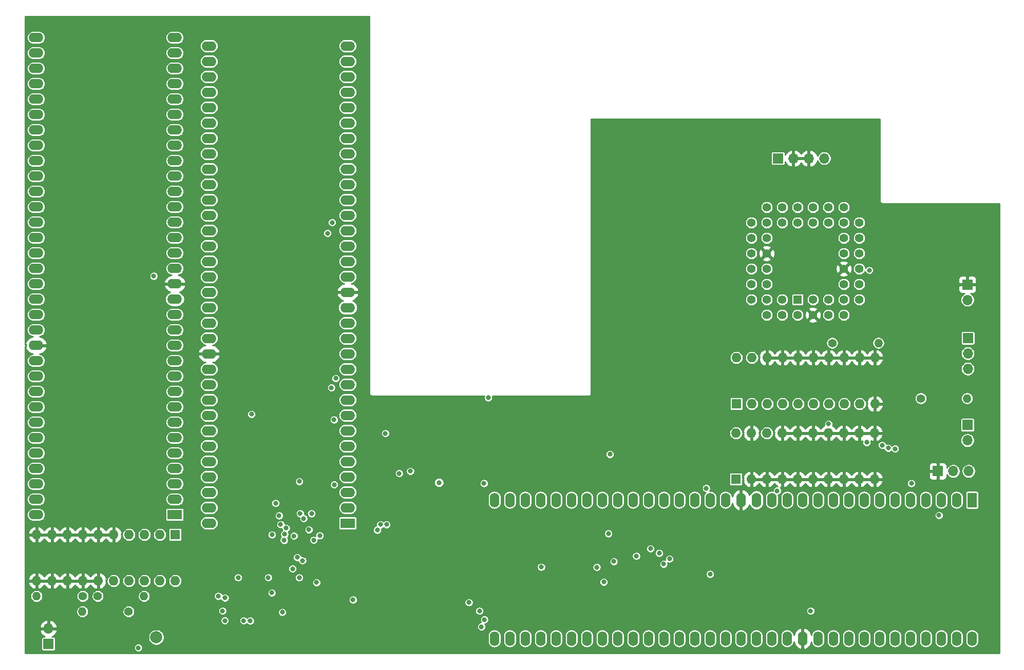
<source format=gbr>
%TF.GenerationSoftware,KiCad,Pcbnew,(5.1.7)-1*%
%TF.CreationDate,2020-11-02T22:58:22+00:00*%
%TF.ProjectId,STFM-TF536-Relocator+ROM-MkII,5354464d-2d54-4463-9533-362d52656c6f,rev?*%
%TF.SameCoordinates,Original*%
%TF.FileFunction,Copper,L2,Inr*%
%TF.FilePolarity,Positive*%
%FSLAX46Y46*%
G04 Gerber Fmt 4.6, Leading zero omitted, Abs format (unit mm)*
G04 Created by KiCad (PCBNEW (5.1.7)-1) date 2020-11-02 22:58:22*
%MOMM*%
%LPD*%
G01*
G04 APERTURE LIST*
%TA.AperFunction,ComponentPad*%
%ADD10O,1.400000X1.400000*%
%TD*%
%TA.AperFunction,ComponentPad*%
%ADD11C,1.400000*%
%TD*%
%TA.AperFunction,ComponentPad*%
%ADD12O,1.700000X1.700000*%
%TD*%
%TA.AperFunction,ComponentPad*%
%ADD13R,1.700000X1.700000*%
%TD*%
%TA.AperFunction,ComponentPad*%
%ADD14O,1.600000X1.600000*%
%TD*%
%TA.AperFunction,ComponentPad*%
%ADD15R,1.600000X1.600000*%
%TD*%
%TA.AperFunction,ComponentPad*%
%ADD16C,1.422400*%
%TD*%
%TA.AperFunction,ComponentPad*%
%ADD17R,1.422400X1.422400*%
%TD*%
%TA.AperFunction,ComponentPad*%
%ADD18O,2.400000X1.600000*%
%TD*%
%TA.AperFunction,ComponentPad*%
%ADD19R,2.400000X1.600000*%
%TD*%
%TA.AperFunction,ComponentPad*%
%ADD20C,2.000000*%
%TD*%
%TA.AperFunction,ComponentPad*%
%ADD21O,1.600000X2.400000*%
%TD*%
%TA.AperFunction,ComponentPad*%
%ADD22R,1.600000X2.400000*%
%TD*%
%TA.AperFunction,ViaPad*%
%ADD23C,0.800000*%
%TD*%
%TA.AperFunction,Conductor*%
%ADD24C,0.254000*%
%TD*%
%TA.AperFunction,Conductor*%
%ADD25C,0.100000*%
%TD*%
G04 APERTURE END LIST*
D10*
%TO.N,Net-(J4-Pad1)*%
%TO.C,R5*%
X192214000Y-90424000D03*
D11*
%TO.N,VCC*%
X184594000Y-90424000D03*
%TD*%
D12*
%TO.N,Net-(J4-Pad2)*%
%TO.C,Q1*%
X192468000Y-102426000D03*
%TO.N,/TURBOLED*%
X189928000Y-102426000D03*
D13*
%TO.N,GND*%
X187388000Y-102426000D03*
%TD*%
D14*
%TO.N,VCC*%
%TO.C,U8*%
X61658500Y-120523000D03*
%TO.N,GND*%
X38798500Y-112903000D03*
%TO.N,/HALT*%
X59118500Y-120523000D03*
%TO.N,GND*%
X41338500Y-112903000D03*
%TO.N,/HALT1*%
X56578500Y-120523000D03*
%TO.N,GND*%
X43878500Y-112903000D03*
%TO.N,/HALT2*%
X54038500Y-120523000D03*
%TO.N,GND*%
X46418500Y-112903000D03*
%TO.N,/TURBOLED*%
X51498500Y-120523000D03*
%TO.N,GND*%
X48958500Y-112903000D03*
X48958500Y-120523000D03*
X51498500Y-112903000D03*
X46418500Y-120523000D03*
%TO.N,/HALT2*%
X54038500Y-112903000D03*
%TO.N,GND*%
X43878500Y-120523000D03*
%TO.N,/HALT1*%
X56578500Y-112903000D03*
%TO.N,GND*%
X41338500Y-120523000D03*
%TO.N,/HALT*%
X59118500Y-112903000D03*
%TO.N,GND*%
X38798500Y-120523000D03*
D15*
%TO.N,/S*%
X61658500Y-112903000D03*
%TD*%
D10*
%TO.N,/HALT2*%
%TO.C,R4*%
X38798500Y-123063000D03*
D11*
%TO.N,VCC*%
X46418500Y-123063000D03*
%TD*%
D10*
%TO.N,/HALT1*%
%TO.C,R3*%
X56515000Y-123063000D03*
D11*
%TO.N,VCC*%
X48895000Y-123063000D03*
%TD*%
D12*
%TO.N,Net-(J6-Pad4)*%
%TO.C,J6*%
X168656000Y-50800000D03*
%TO.N,GND*%
X166116000Y-50800000D03*
X163576000Y-50800000D03*
D13*
%TO.N,VCC*%
X161036000Y-50800000D03*
%TD*%
D12*
%TO.N,/A18*%
%TO.C,J5*%
X192342000Y-85534500D03*
%TO.N,Net-(J5-Pad2)*%
X192342000Y-82994500D03*
D13*
%TO.N,Net-(J2-Pad2)*%
X192342000Y-80454500D03*
%TD*%
D12*
%TO.N,Net-(J4-Pad2)*%
%TO.C,J4*%
X192278000Y-97345500D03*
D13*
%TO.N,Net-(J4-Pad1)*%
X192278000Y-94805500D03*
%TD*%
D12*
%TO.N,GND*%
%TO.C,J3*%
X40767000Y-128397000D03*
D13*
%TO.N,/S*%
X40767000Y-130937000D03*
%TD*%
D16*
%TO.N,/A14*%
%TO.C,U5*%
X156654000Y-74104500D03*
%TO.N,/A12*%
X156654000Y-71564500D03*
%TO.N,/A10*%
X156654000Y-69024500D03*
%TO.N,N/C*%
X156654000Y-66484500D03*
%TO.N,/A8*%
X156654000Y-63944500D03*
%TO.N,/A15*%
X159194000Y-76644500D03*
%TO.N,/A13*%
X159194000Y-71564500D03*
%TO.N,/A11*%
X159194000Y-69024500D03*
%TO.N,GND*%
X159194000Y-66484500D03*
%TO.N,/A9*%
X159194000Y-63944500D03*
%TO.N,/A7*%
X159194000Y-61404500D03*
%TO.N,/A5*%
X159194000Y-58864500D03*
%TO.N,/A3*%
X161734000Y-58864500D03*
%TO.N,/A1*%
X164274000Y-58864500D03*
%TO.N,/_ROE*%
X166814000Y-58864500D03*
%TO.N,/D1*%
X169354000Y-58864500D03*
%TO.N,/D3*%
X171894000Y-58864500D03*
%TO.N,/A6*%
X156654000Y-61404500D03*
%TO.N,/A4*%
X161734000Y-61404500D03*
%TO.N,/A2*%
X164274000Y-61404500D03*
%TO.N,N/C*%
X166814000Y-61404500D03*
%TO.N,/D0*%
X169354000Y-61404500D03*
%TO.N,/D2*%
X171894000Y-61404500D03*
%TO.N,/D4*%
X174434000Y-61404500D03*
%TO.N,/D6*%
X174434000Y-63944500D03*
%TO.N,N/C*%
X174434000Y-66484500D03*
%TO.N,/D8*%
X174434000Y-69024500D03*
%TO.N,/D10*%
X174434000Y-71564500D03*
%TO.N,/D12*%
X174434000Y-74104500D03*
%TO.N,/D5*%
X171894000Y-63944500D03*
%TO.N,/D7*%
X171894000Y-66484500D03*
%TO.N,GND*%
X171894000Y-69024500D03*
%TO.N,/D9*%
X171894000Y-71564500D03*
%TO.N,/D11*%
X171894000Y-74104500D03*
%TO.N,/A17*%
X161734000Y-76644500D03*
%TO.N,VCC*%
X164274000Y-76644500D03*
%TO.N,/D13*%
X171894000Y-76644500D03*
%TO.N,/D15*%
X169354000Y-76644500D03*
%TO.N,GND*%
X166814000Y-76644500D03*
%TO.N,/A16*%
X159194000Y-74104500D03*
%TO.N,Net-(J5-Pad2)*%
X161734000Y-74104500D03*
%TO.N,/D14*%
X169354000Y-74104500D03*
%TO.N,/AS*%
X166814000Y-74104500D03*
D17*
%TO.N,N/C*%
X164274000Y-74104500D03*
%TD*%
D18*
%TO.N,/D5*%
%TO.C,U4*%
X67246500Y-110998000D03*
%TO.N,/A4*%
X90106500Y-32258000D03*
%TO.N,/D6*%
X67246500Y-108458000D03*
%TO.N,/A3*%
X90106500Y-34798000D03*
%TO.N,/D7*%
X67246500Y-105918000D03*
%TO.N,/A2*%
X90106500Y-37338000D03*
%TO.N,/D8*%
X67246500Y-103378000D03*
%TO.N,/A1*%
X90106500Y-39878000D03*
%TO.N,/D9*%
X67246500Y-100838000D03*
%TO.N,/FC0*%
X90106500Y-42418000D03*
%TO.N,/D10*%
X67246500Y-98298000D03*
%TO.N,/FC1*%
X90106500Y-44958000D03*
%TO.N,/D11*%
X67246500Y-95758000D03*
%TO.N,/FC2*%
X90106500Y-47498000D03*
%TO.N,/D12*%
X67246500Y-93218000D03*
%TO.N,/IPL0*%
X90106500Y-50038000D03*
%TO.N,/D13*%
X67246500Y-90678000D03*
%TO.N,/IPL1*%
X90106500Y-52578000D03*
%TO.N,/D14*%
X67246500Y-88138000D03*
%TO.N,/IPL2*%
X90106500Y-55118000D03*
%TO.N,/D15*%
X67246500Y-85598000D03*
%TO.N,/BERR*%
X90106500Y-57658000D03*
%TO.N,GND*%
X67246500Y-83058000D03*
%TO.N,/VPA*%
X90106500Y-60198000D03*
%TO.N,/A23*%
X67246500Y-80518000D03*
%TO.N,/E2*%
X90106500Y-62738000D03*
%TO.N,/A22*%
X67246500Y-77978000D03*
%TO.N,/VMA*%
X90106500Y-65278000D03*
%TO.N,/A21*%
X67246500Y-75438000D03*
%TO.N,/RESET*%
X90106500Y-67818000D03*
%TO.N,VCC*%
X67246500Y-72898000D03*
%TO.N,/HALT2*%
X90106500Y-70358000D03*
%TO.N,/A20*%
X67246500Y-70358000D03*
%TO.N,GND*%
X90106500Y-72898000D03*
%TO.N,/A19*%
X67246500Y-67818000D03*
%TO.N,/CLK*%
X90106500Y-75438000D03*
%TO.N,/A18*%
X67246500Y-65278000D03*
%TO.N,VCC*%
X90106500Y-77978000D03*
%TO.N,/A17*%
X67246500Y-62738000D03*
%TO.N,/BR2*%
X90106500Y-80518000D03*
%TO.N,/A16*%
X67246500Y-60198000D03*
%TO.N,/BGACK2*%
X90106500Y-83058000D03*
%TO.N,/A15*%
X67246500Y-57658000D03*
%TO.N,/BG2*%
X90106500Y-85598000D03*
%TO.N,/A14*%
X67246500Y-55118000D03*
%TO.N,/DTACK*%
X90106500Y-88138000D03*
%TO.N,/A13*%
X67246500Y-52578000D03*
%TO.N,/RW*%
X90106500Y-90678000D03*
%TO.N,/A12*%
X67246500Y-50038000D03*
%TO.N,/LDS*%
X90106500Y-93218000D03*
%TO.N,/A11*%
X67246500Y-47498000D03*
%TO.N,/UDS*%
X90106500Y-95758000D03*
%TO.N,/A10*%
X67246500Y-44958000D03*
%TO.N,/AS*%
X90106500Y-98298000D03*
%TO.N,/A9*%
X67246500Y-42418000D03*
%TO.N,/D0*%
X90106500Y-100838000D03*
%TO.N,/A8*%
X67246500Y-39878000D03*
%TO.N,/D1*%
X90106500Y-103378000D03*
%TO.N,/A7*%
X67246500Y-37338000D03*
%TO.N,/D2*%
X90106500Y-105918000D03*
%TO.N,/A6*%
X67246500Y-34798000D03*
%TO.N,/D3*%
X90106500Y-108458000D03*
%TO.N,/A5*%
X67246500Y-32258000D03*
D19*
%TO.N,/D4*%
X90106500Y-110998000D03*
%TD*%
D14*
%TO.N,VCC*%
%TO.C,U3*%
X154114000Y-96139000D03*
%TO.N,GND*%
X176974000Y-103759000D03*
X156654000Y-96139000D03*
X174434000Y-103759000D03*
%TO.N,/DTACK*%
X159194000Y-96139000D03*
%TO.N,GND*%
X171894000Y-103759000D03*
X161734000Y-96139000D03*
X169354000Y-103759000D03*
X164274000Y-96139000D03*
X166814000Y-103759000D03*
X166814000Y-96139000D03*
X164274000Y-103759000D03*
X169354000Y-96139000D03*
X161734000Y-103759000D03*
X171894000Y-96139000D03*
X159194000Y-103759000D03*
X174434000Y-96139000D03*
X156654000Y-103759000D03*
X176974000Y-96139000D03*
D15*
%TO.N,/_ROE*%
X154114000Y-103759000D03*
%TD*%
D18*
%TO.N,/D5*%
%TO.C,U2*%
X38735000Y-109601000D03*
%TO.N,/A4*%
X61595000Y-30861000D03*
%TO.N,/D6*%
X38735000Y-107061000D03*
%TO.N,/A3*%
X61595000Y-33401000D03*
%TO.N,/D7*%
X38735000Y-104521000D03*
%TO.N,/A2*%
X61595000Y-35941000D03*
%TO.N,/D8*%
X38735000Y-101981000D03*
%TO.N,/A1*%
X61595000Y-38481000D03*
%TO.N,/D9*%
X38735000Y-99441000D03*
%TO.N,/FC0*%
X61595000Y-41021000D03*
%TO.N,/D10*%
X38735000Y-96901000D03*
%TO.N,/FC1*%
X61595000Y-43561000D03*
%TO.N,/D11*%
X38735000Y-94361000D03*
%TO.N,/FC2*%
X61595000Y-46101000D03*
%TO.N,/D12*%
X38735000Y-91821000D03*
%TO.N,/IPL0*%
X61595000Y-48641000D03*
%TO.N,/D13*%
X38735000Y-89281000D03*
%TO.N,/IPL1*%
X61595000Y-51181000D03*
%TO.N,/D14*%
X38735000Y-86741000D03*
%TO.N,/IPL2*%
X61595000Y-53721000D03*
%TO.N,/D15*%
X38735000Y-84201000D03*
%TO.N,/BERR*%
X61595000Y-56261000D03*
%TO.N,GND*%
X38735000Y-81661000D03*
%TO.N,/VPA*%
X61595000Y-58801000D03*
%TO.N,/A23*%
X38735000Y-79121000D03*
%TO.N,/E1*%
X61595000Y-61341000D03*
%TO.N,/A22*%
X38735000Y-76581000D03*
%TO.N,/VMA*%
X61595000Y-63881000D03*
%TO.N,/A21*%
X38735000Y-74041000D03*
%TO.N,/RESET*%
X61595000Y-66421000D03*
%TO.N,VCC*%
X38735000Y-71501000D03*
%TO.N,/HALT1*%
X61595000Y-68961000D03*
%TO.N,/A20*%
X38735000Y-68961000D03*
%TO.N,GND*%
X61595000Y-71501000D03*
%TO.N,/A19*%
X38735000Y-66421000D03*
%TO.N,/CLK*%
X61595000Y-74041000D03*
%TO.N,/A18*%
X38735000Y-63881000D03*
%TO.N,VCC*%
X61595000Y-76581000D03*
%TO.N,/A17*%
X38735000Y-61341000D03*
%TO.N,/BR1*%
X61595000Y-79121000D03*
%TO.N,/A16*%
X38735000Y-58801000D03*
%TO.N,/BGACK1*%
X61595000Y-81661000D03*
%TO.N,/A15*%
X38735000Y-56261000D03*
%TO.N,/BG1*%
X61595000Y-84201000D03*
%TO.N,/A14*%
X38735000Y-53721000D03*
%TO.N,/DTACK*%
X61595000Y-86741000D03*
%TO.N,/A13*%
X38735000Y-51181000D03*
%TO.N,/RW*%
X61595000Y-89281000D03*
%TO.N,/A12*%
X38735000Y-48641000D03*
%TO.N,/LDS*%
X61595000Y-91821000D03*
%TO.N,/A11*%
X38735000Y-46101000D03*
%TO.N,/UDS*%
X61595000Y-94361000D03*
%TO.N,/A10*%
X38735000Y-43561000D03*
%TO.N,/AS*%
X61595000Y-96901000D03*
%TO.N,/A9*%
X38735000Y-41021000D03*
%TO.N,/D0*%
X61595000Y-99441000D03*
%TO.N,/A8*%
X38735000Y-38481000D03*
%TO.N,/D1*%
X61595000Y-101981000D03*
%TO.N,/A7*%
X38735000Y-35941000D03*
%TO.N,/D2*%
X61595000Y-104521000D03*
%TO.N,/A6*%
X38735000Y-33401000D03*
%TO.N,/D3*%
X61595000Y-107061000D03*
%TO.N,/A5*%
X38735000Y-30861000D03*
D19*
%TO.N,/D4*%
X61595000Y-109601000D03*
%TD*%
D14*
%TO.N,VCC*%
%TO.C,U1*%
X154178000Y-83693000D03*
%TO.N,GND*%
X177038000Y-91313000D03*
%TO.N,/_ROE*%
X156718000Y-83693000D03*
%TO.N,/RW*%
X174498000Y-91313000D03*
%TO.N,GND*%
X159258000Y-83693000D03*
%TO.N,/AS*%
X171958000Y-91313000D03*
%TO.N,GND*%
X161798000Y-83693000D03*
%TO.N,/_ROM2*%
X169418000Y-91313000D03*
%TO.N,GND*%
X164338000Y-83693000D03*
%TO.N,/A23*%
X166878000Y-91313000D03*
%TO.N,GND*%
X166878000Y-83693000D03*
%TO.N,/A22*%
X164338000Y-91313000D03*
%TO.N,GND*%
X169418000Y-83693000D03*
%TO.N,/A21*%
X161798000Y-91313000D03*
%TO.N,GND*%
X171958000Y-83693000D03*
%TO.N,/A20*%
X159258000Y-91313000D03*
%TO.N,GND*%
X174498000Y-83693000D03*
%TO.N,/A19*%
X156718000Y-91313000D03*
%TO.N,GND*%
X177038000Y-83693000D03*
D15*
%TO.N,/A18*%
X154178000Y-91313000D03*
%TD*%
D10*
%TO.N,VCC*%
%TO.C,R2*%
X46355000Y-125603000D03*
D11*
%TO.N,/S*%
X53975000Y-125603000D03*
%TD*%
D10*
%TO.N,Net-(J2-Pad2)*%
%TO.C,R1*%
X177610000Y-81280000D03*
D11*
%TO.N,VCC*%
X169990000Y-81280000D03*
%TD*%
D12*
%TO.N,Net-(J2-Pad2)*%
%TO.C,J2*%
X192278000Y-74168000D03*
D13*
%TO.N,GND*%
X192278000Y-71628000D03*
%TD*%
D20*
%TO.N,/_ROM2*%
%TO.C,J1*%
X58547000Y-129858000D03*
%TD*%
D21*
%TO.N,/D5*%
%TO.C,H1*%
X193040000Y-130048000D03*
%TO.N,/A4*%
X114300000Y-107188000D03*
%TO.N,/D6*%
X190500000Y-130048000D03*
%TO.N,/A3*%
X116840000Y-107188000D03*
%TO.N,/D7*%
X187960000Y-130048000D03*
%TO.N,/A2*%
X119380000Y-107188000D03*
%TO.N,/D8*%
X185420000Y-130048000D03*
%TO.N,/A1*%
X121920000Y-107188000D03*
%TO.N,/D9*%
X182880000Y-130048000D03*
%TO.N,/FC0*%
X124460000Y-107188000D03*
%TO.N,/D10*%
X180340000Y-130048000D03*
%TO.N,/FC1*%
X127000000Y-107188000D03*
%TO.N,/D11*%
X177800000Y-130048000D03*
%TO.N,/FC2*%
X129540000Y-107188000D03*
%TO.N,/D12*%
X175260000Y-130048000D03*
%TO.N,/IPL0*%
X132080000Y-107188000D03*
%TO.N,/D13*%
X172720000Y-130048000D03*
%TO.N,/IPL1*%
X134620000Y-107188000D03*
%TO.N,/D14*%
X170180000Y-130048000D03*
%TO.N,/IPL2*%
X137160000Y-107188000D03*
%TO.N,/D15*%
X167640000Y-130048000D03*
%TO.N,/BERR*%
X139700000Y-107188000D03*
%TO.N,GND*%
X165100000Y-130048000D03*
%TO.N,/VPA*%
X142240000Y-107188000D03*
%TO.N,/A23*%
X162560000Y-130048000D03*
%TO.N,/E*%
X144780000Y-107188000D03*
%TO.N,/A22*%
X160020000Y-130048000D03*
%TO.N,/VMA*%
X147320000Y-107188000D03*
%TO.N,/A21*%
X157480000Y-130048000D03*
%TO.N,/RESET*%
X149860000Y-107188000D03*
%TO.N,VCC*%
X154940000Y-130048000D03*
%TO.N,/HALT*%
X152400000Y-107188000D03*
%TO.N,/A20*%
X152400000Y-130048000D03*
%TO.N,GND*%
X154940000Y-107188000D03*
%TO.N,/A19*%
X149860000Y-130048000D03*
%TO.N,/CLK*%
X157480000Y-107188000D03*
%TO.N,/A18*%
X147320000Y-130048000D03*
%TO.N,VCC*%
X160020000Y-107188000D03*
%TO.N,/A17*%
X144780000Y-130048000D03*
%TO.N,/BR*%
X162560000Y-107188000D03*
%TO.N,/A16*%
X142240000Y-130048000D03*
%TO.N,/BGACK*%
X165100000Y-107188000D03*
%TO.N,/A15*%
X139700000Y-130048000D03*
%TO.N,/BG*%
X167640000Y-107188000D03*
%TO.N,/A14*%
X137160000Y-130048000D03*
%TO.N,/DTACK*%
X170180000Y-107188000D03*
%TO.N,/A13*%
X134620000Y-130048000D03*
%TO.N,/RW*%
X172720000Y-107188000D03*
%TO.N,/A12*%
X132080000Y-130048000D03*
%TO.N,/LDS*%
X175260000Y-107188000D03*
%TO.N,/A11*%
X129540000Y-130048000D03*
%TO.N,/UDS*%
X177800000Y-107188000D03*
%TO.N,/A10*%
X127000000Y-130048000D03*
%TO.N,/AS*%
X180340000Y-107188000D03*
%TO.N,/A9*%
X124460000Y-130048000D03*
%TO.N,/D0*%
X182880000Y-107188000D03*
%TO.N,/A8*%
X121920000Y-130048000D03*
%TO.N,/D1*%
X185420000Y-107188000D03*
%TO.N,/A7*%
X119380000Y-130048000D03*
%TO.N,/D2*%
X187960000Y-107188000D03*
%TO.N,/A6*%
X116840000Y-130048000D03*
%TO.N,/D3*%
X190500000Y-107188000D03*
%TO.N,/A5*%
X114300000Y-130048000D03*
D22*
%TO.N,/D4*%
X193040000Y-107188000D03*
%TD*%
D23*
%TO.N,GND*%
X82994900Y-127024600D03*
%TO.N,VCC*%
X72028600Y-120000900D03*
X82098300Y-120000500D03*
%TO.N,/D5*%
X142185000Y-117765700D03*
%TO.N,/A4*%
X113282600Y-90313200D03*
%TO.N,/A3*%
X82832000Y-110254200D03*
%TO.N,/D7*%
X187583800Y-109703800D03*
%TO.N,/D8*%
X183020900Y-104443300D03*
%TO.N,/A1*%
X86768900Y-63177800D03*
X84147700Y-109424600D03*
%TO.N,/D9*%
X133325200Y-99643400D03*
%TO.N,/FC0*%
X77625300Y-112910600D03*
%TO.N,/D10*%
X180343900Y-98720300D03*
%TO.N,/FC1*%
X95493300Y-111239900D03*
%TO.N,/D11*%
X178208500Y-98151100D03*
%TO.N,/FC2*%
X96493700Y-111239900D03*
%TO.N,/D12*%
X175666800Y-97700800D03*
%TO.N,/IPL0*%
X78219800Y-107720600D03*
%TO.N,/D13*%
X169373300Y-94636000D03*
%TO.N,/IPL1*%
X94985100Y-112146400D03*
%TO.N,/D14*%
X87409700Y-88648100D03*
X112153500Y-128101100D03*
%TO.N,/IPL2*%
X112577600Y-104437800D03*
%TO.N,/D15*%
X112639800Y-126924800D03*
X88116300Y-87111500D03*
%TO.N,/BERR*%
X79045000Y-111216500D03*
%TO.N,/VPA*%
X87528800Y-61392200D03*
X83697600Y-112077300D03*
%TO.N,/A23*%
X74234400Y-93023400D03*
X87836300Y-93940400D03*
X111827400Y-125505200D03*
X166414700Y-125505200D03*
%TO.N,/E*%
X132322400Y-120723900D03*
%TO.N,/VMA*%
X84500100Y-113815800D03*
%TO.N,/RESET*%
X85488800Y-113060100D03*
%TO.N,/A19*%
X81015600Y-118542700D03*
X149860000Y-119419600D03*
%TO.N,/CLK*%
X105159100Y-104318100D03*
%TO.N,/A17*%
X79605100Y-113825800D03*
X143164600Y-116896100D03*
%TO.N,/BR*%
X68761700Y-123053700D03*
X84957900Y-120799600D03*
%TO.N,/A16*%
X79691100Y-112825400D03*
X141459700Y-115954700D03*
%TO.N,/A15*%
X149204300Y-105253200D03*
X79938900Y-111825000D03*
X140020800Y-115213200D03*
%TO.N,/A14*%
X78781900Y-109765800D03*
X133974500Y-117343400D03*
%TO.N,/DTACK*%
X96305200Y-96200500D03*
X160910600Y-105662600D03*
%TO.N,/A13*%
X81244400Y-113132200D03*
X137686400Y-116443400D03*
%TO.N,/A12*%
X81778000Y-116651800D03*
X131166000Y-118279800D03*
%TO.N,/LDS*%
X100425900Y-102424300D03*
%TO.N,/A11*%
X82246700Y-109424600D03*
X133093000Y-112728400D03*
%TO.N,/UDS*%
X98576100Y-102800700D03*
%TO.N,/A10*%
X82120600Y-104127900D03*
X87877300Y-104664600D03*
%TO.N,/AS*%
X179217700Y-98611600D03*
%TO.N,/A8*%
X82646400Y-117198200D03*
X122012700Y-118243900D03*
%TO.N,/D1*%
X176083500Y-69275600D03*
%TO.N,/A6*%
X55570300Y-131578100D03*
%TO.N,/D4*%
X110083200Y-124092600D03*
%TO.N,/BG1*%
X69846100Y-127080900D03*
%TO.N,/BR1*%
X69459500Y-125495800D03*
%TO.N,/BGACK1*%
X79327300Y-125700300D03*
%TO.N,/E1*%
X76987200Y-119994700D03*
%TO.N,/E2*%
X77586700Y-122496400D03*
%TO.N,/BR2*%
X69863100Y-123342300D03*
%TO.N,/BGACK2*%
X72935400Y-127103000D03*
%TO.N,/BG2*%
X74014000Y-127127100D03*
%TO.N,/HALT2*%
X58105500Y-70231000D03*
%TO.N,/TURBOLED*%
X90986600Y-123656200D03*
%TD*%
D24*
%TO.N,GND*%
X93691500Y-89644708D02*
X93689797Y-89662000D01*
X93696593Y-89731004D01*
X93716721Y-89797356D01*
X93749407Y-89858507D01*
X93793394Y-89912106D01*
X93846993Y-89956093D01*
X93908144Y-89988779D01*
X93974496Y-90008907D01*
X94043500Y-90015703D01*
X94060791Y-90014000D01*
X112619633Y-90014000D01*
X112583538Y-90101142D01*
X112555600Y-90241597D01*
X112555600Y-90384803D01*
X112583538Y-90525258D01*
X112638341Y-90657564D01*
X112717902Y-90776636D01*
X112819164Y-90877898D01*
X112938236Y-90957459D01*
X113070542Y-91012262D01*
X113210997Y-91040200D01*
X113354203Y-91040200D01*
X113494658Y-91012262D01*
X113626964Y-90957459D01*
X113746036Y-90877898D01*
X113847298Y-90776636D01*
X113926859Y-90657564D01*
X113981662Y-90525258D01*
X113984100Y-90513000D01*
X153049418Y-90513000D01*
X153049418Y-92113000D01*
X153055732Y-92177103D01*
X153074430Y-92238743D01*
X153104794Y-92295550D01*
X153145657Y-92345343D01*
X153195450Y-92386206D01*
X153252257Y-92416570D01*
X153313897Y-92435268D01*
X153378000Y-92441582D01*
X154978000Y-92441582D01*
X155042103Y-92435268D01*
X155103743Y-92416570D01*
X155160550Y-92386206D01*
X155210343Y-92345343D01*
X155251206Y-92295550D01*
X155281570Y-92238743D01*
X155300268Y-92177103D01*
X155306582Y-92113000D01*
X155306582Y-91202000D01*
X155591000Y-91202000D01*
X155591000Y-91424000D01*
X155634310Y-91641734D01*
X155719266Y-91846835D01*
X155842602Y-92031421D01*
X155999579Y-92188398D01*
X156184165Y-92311734D01*
X156389266Y-92396690D01*
X156607000Y-92440000D01*
X156829000Y-92440000D01*
X157046734Y-92396690D01*
X157251835Y-92311734D01*
X157436421Y-92188398D01*
X157593398Y-92031421D01*
X157716734Y-91846835D01*
X157801690Y-91641734D01*
X157845000Y-91424000D01*
X157845000Y-91202000D01*
X158131000Y-91202000D01*
X158131000Y-91424000D01*
X158174310Y-91641734D01*
X158259266Y-91846835D01*
X158382602Y-92031421D01*
X158539579Y-92188398D01*
X158724165Y-92311734D01*
X158929266Y-92396690D01*
X159147000Y-92440000D01*
X159369000Y-92440000D01*
X159586734Y-92396690D01*
X159791835Y-92311734D01*
X159976421Y-92188398D01*
X160133398Y-92031421D01*
X160256734Y-91846835D01*
X160341690Y-91641734D01*
X160385000Y-91424000D01*
X160385000Y-91202000D01*
X160671000Y-91202000D01*
X160671000Y-91424000D01*
X160714310Y-91641734D01*
X160799266Y-91846835D01*
X160922602Y-92031421D01*
X161079579Y-92188398D01*
X161264165Y-92311734D01*
X161469266Y-92396690D01*
X161687000Y-92440000D01*
X161909000Y-92440000D01*
X162126734Y-92396690D01*
X162331835Y-92311734D01*
X162516421Y-92188398D01*
X162673398Y-92031421D01*
X162796734Y-91846835D01*
X162881690Y-91641734D01*
X162925000Y-91424000D01*
X162925000Y-91202000D01*
X163211000Y-91202000D01*
X163211000Y-91424000D01*
X163254310Y-91641734D01*
X163339266Y-91846835D01*
X163462602Y-92031421D01*
X163619579Y-92188398D01*
X163804165Y-92311734D01*
X164009266Y-92396690D01*
X164227000Y-92440000D01*
X164449000Y-92440000D01*
X164666734Y-92396690D01*
X164871835Y-92311734D01*
X165056421Y-92188398D01*
X165213398Y-92031421D01*
X165336734Y-91846835D01*
X165421690Y-91641734D01*
X165465000Y-91424000D01*
X165465000Y-91202000D01*
X165751000Y-91202000D01*
X165751000Y-91424000D01*
X165794310Y-91641734D01*
X165879266Y-91846835D01*
X166002602Y-92031421D01*
X166159579Y-92188398D01*
X166344165Y-92311734D01*
X166549266Y-92396690D01*
X166767000Y-92440000D01*
X166989000Y-92440000D01*
X167206734Y-92396690D01*
X167411835Y-92311734D01*
X167596421Y-92188398D01*
X167753398Y-92031421D01*
X167876734Y-91846835D01*
X167961690Y-91641734D01*
X168005000Y-91424000D01*
X168005000Y-91202000D01*
X168291000Y-91202000D01*
X168291000Y-91424000D01*
X168334310Y-91641734D01*
X168419266Y-91846835D01*
X168542602Y-92031421D01*
X168699579Y-92188398D01*
X168884165Y-92311734D01*
X169089266Y-92396690D01*
X169307000Y-92440000D01*
X169529000Y-92440000D01*
X169746734Y-92396690D01*
X169951835Y-92311734D01*
X170136421Y-92188398D01*
X170293398Y-92031421D01*
X170416734Y-91846835D01*
X170501690Y-91641734D01*
X170545000Y-91424000D01*
X170545000Y-91202000D01*
X170831000Y-91202000D01*
X170831000Y-91424000D01*
X170874310Y-91641734D01*
X170959266Y-91846835D01*
X171082602Y-92031421D01*
X171239579Y-92188398D01*
X171424165Y-92311734D01*
X171629266Y-92396690D01*
X171847000Y-92440000D01*
X172069000Y-92440000D01*
X172286734Y-92396690D01*
X172491835Y-92311734D01*
X172676421Y-92188398D01*
X172833398Y-92031421D01*
X172956734Y-91846835D01*
X173041690Y-91641734D01*
X173085000Y-91424000D01*
X173085000Y-91202000D01*
X173371000Y-91202000D01*
X173371000Y-91424000D01*
X173414310Y-91641734D01*
X173499266Y-91846835D01*
X173622602Y-92031421D01*
X173779579Y-92188398D01*
X173964165Y-92311734D01*
X174169266Y-92396690D01*
X174387000Y-92440000D01*
X174609000Y-92440000D01*
X174826734Y-92396690D01*
X175031835Y-92311734D01*
X175216421Y-92188398D01*
X175373398Y-92031421D01*
X175496734Y-91846835D01*
X175581690Y-91641734D01*
X175621817Y-91440002D01*
X175767375Y-91440002D01*
X175646091Y-91662040D01*
X175740930Y-91926881D01*
X175885615Y-92168131D01*
X176074586Y-92376519D01*
X176300580Y-92544037D01*
X176554913Y-92664246D01*
X176688961Y-92704904D01*
X176911000Y-92582915D01*
X176911000Y-91440000D01*
X177165000Y-91440000D01*
X177165000Y-92582915D01*
X177387039Y-92704904D01*
X177521087Y-92664246D01*
X177775420Y-92544037D01*
X178001414Y-92376519D01*
X178190385Y-92168131D01*
X178335070Y-91926881D01*
X178429909Y-91662040D01*
X178308624Y-91440000D01*
X177165000Y-91440000D01*
X176911000Y-91440000D01*
X176891000Y-91440000D01*
X176891000Y-91186000D01*
X176911000Y-91186000D01*
X176911000Y-90043085D01*
X177165000Y-90043085D01*
X177165000Y-91186000D01*
X178308624Y-91186000D01*
X178429909Y-90963960D01*
X178335070Y-90699119D01*
X178190385Y-90457869D01*
X178067946Y-90322849D01*
X183567000Y-90322849D01*
X183567000Y-90525151D01*
X183606467Y-90723565D01*
X183683885Y-90910467D01*
X183796277Y-91078674D01*
X183939326Y-91221723D01*
X184107533Y-91334115D01*
X184294435Y-91411533D01*
X184492849Y-91451000D01*
X184695151Y-91451000D01*
X184893565Y-91411533D01*
X185080467Y-91334115D01*
X185248674Y-91221723D01*
X185391723Y-91078674D01*
X185504115Y-90910467D01*
X185581533Y-90723565D01*
X185621000Y-90525151D01*
X185621000Y-90322849D01*
X191187000Y-90322849D01*
X191187000Y-90525151D01*
X191226467Y-90723565D01*
X191303885Y-90910467D01*
X191416277Y-91078674D01*
X191559326Y-91221723D01*
X191727533Y-91334115D01*
X191914435Y-91411533D01*
X192112849Y-91451000D01*
X192315151Y-91451000D01*
X192513565Y-91411533D01*
X192700467Y-91334115D01*
X192868674Y-91221723D01*
X193011723Y-91078674D01*
X193124115Y-90910467D01*
X193201533Y-90723565D01*
X193241000Y-90525151D01*
X193241000Y-90322849D01*
X193201533Y-90124435D01*
X193124115Y-89937533D01*
X193011723Y-89769326D01*
X192868674Y-89626277D01*
X192700467Y-89513885D01*
X192513565Y-89436467D01*
X192315151Y-89397000D01*
X192112849Y-89397000D01*
X191914435Y-89436467D01*
X191727533Y-89513885D01*
X191559326Y-89626277D01*
X191416277Y-89769326D01*
X191303885Y-89937533D01*
X191226467Y-90124435D01*
X191187000Y-90322849D01*
X185621000Y-90322849D01*
X185581533Y-90124435D01*
X185504115Y-89937533D01*
X185391723Y-89769326D01*
X185248674Y-89626277D01*
X185080467Y-89513885D01*
X184893565Y-89436467D01*
X184695151Y-89397000D01*
X184492849Y-89397000D01*
X184294435Y-89436467D01*
X184107533Y-89513885D01*
X183939326Y-89626277D01*
X183796277Y-89769326D01*
X183683885Y-89937533D01*
X183606467Y-90124435D01*
X183567000Y-90322849D01*
X178067946Y-90322849D01*
X178001414Y-90249481D01*
X177775420Y-90081963D01*
X177521087Y-89961754D01*
X177387039Y-89921096D01*
X177165000Y-90043085D01*
X176911000Y-90043085D01*
X176688961Y-89921096D01*
X176554913Y-89961754D01*
X176300580Y-90081963D01*
X176074586Y-90249481D01*
X175885615Y-90457869D01*
X175740930Y-90699119D01*
X175646091Y-90963960D01*
X175767375Y-91185998D01*
X175621817Y-91185998D01*
X175581690Y-90984266D01*
X175496734Y-90779165D01*
X175373398Y-90594579D01*
X175216421Y-90437602D01*
X175031835Y-90314266D01*
X174826734Y-90229310D01*
X174609000Y-90186000D01*
X174387000Y-90186000D01*
X174169266Y-90229310D01*
X173964165Y-90314266D01*
X173779579Y-90437602D01*
X173622602Y-90594579D01*
X173499266Y-90779165D01*
X173414310Y-90984266D01*
X173371000Y-91202000D01*
X173085000Y-91202000D01*
X173041690Y-90984266D01*
X172956734Y-90779165D01*
X172833398Y-90594579D01*
X172676421Y-90437602D01*
X172491835Y-90314266D01*
X172286734Y-90229310D01*
X172069000Y-90186000D01*
X171847000Y-90186000D01*
X171629266Y-90229310D01*
X171424165Y-90314266D01*
X171239579Y-90437602D01*
X171082602Y-90594579D01*
X170959266Y-90779165D01*
X170874310Y-90984266D01*
X170831000Y-91202000D01*
X170545000Y-91202000D01*
X170501690Y-90984266D01*
X170416734Y-90779165D01*
X170293398Y-90594579D01*
X170136421Y-90437602D01*
X169951835Y-90314266D01*
X169746734Y-90229310D01*
X169529000Y-90186000D01*
X169307000Y-90186000D01*
X169089266Y-90229310D01*
X168884165Y-90314266D01*
X168699579Y-90437602D01*
X168542602Y-90594579D01*
X168419266Y-90779165D01*
X168334310Y-90984266D01*
X168291000Y-91202000D01*
X168005000Y-91202000D01*
X167961690Y-90984266D01*
X167876734Y-90779165D01*
X167753398Y-90594579D01*
X167596421Y-90437602D01*
X167411835Y-90314266D01*
X167206734Y-90229310D01*
X166989000Y-90186000D01*
X166767000Y-90186000D01*
X166549266Y-90229310D01*
X166344165Y-90314266D01*
X166159579Y-90437602D01*
X166002602Y-90594579D01*
X165879266Y-90779165D01*
X165794310Y-90984266D01*
X165751000Y-91202000D01*
X165465000Y-91202000D01*
X165421690Y-90984266D01*
X165336734Y-90779165D01*
X165213398Y-90594579D01*
X165056421Y-90437602D01*
X164871835Y-90314266D01*
X164666734Y-90229310D01*
X164449000Y-90186000D01*
X164227000Y-90186000D01*
X164009266Y-90229310D01*
X163804165Y-90314266D01*
X163619579Y-90437602D01*
X163462602Y-90594579D01*
X163339266Y-90779165D01*
X163254310Y-90984266D01*
X163211000Y-91202000D01*
X162925000Y-91202000D01*
X162881690Y-90984266D01*
X162796734Y-90779165D01*
X162673398Y-90594579D01*
X162516421Y-90437602D01*
X162331835Y-90314266D01*
X162126734Y-90229310D01*
X161909000Y-90186000D01*
X161687000Y-90186000D01*
X161469266Y-90229310D01*
X161264165Y-90314266D01*
X161079579Y-90437602D01*
X160922602Y-90594579D01*
X160799266Y-90779165D01*
X160714310Y-90984266D01*
X160671000Y-91202000D01*
X160385000Y-91202000D01*
X160341690Y-90984266D01*
X160256734Y-90779165D01*
X160133398Y-90594579D01*
X159976421Y-90437602D01*
X159791835Y-90314266D01*
X159586734Y-90229310D01*
X159369000Y-90186000D01*
X159147000Y-90186000D01*
X158929266Y-90229310D01*
X158724165Y-90314266D01*
X158539579Y-90437602D01*
X158382602Y-90594579D01*
X158259266Y-90779165D01*
X158174310Y-90984266D01*
X158131000Y-91202000D01*
X157845000Y-91202000D01*
X157801690Y-90984266D01*
X157716734Y-90779165D01*
X157593398Y-90594579D01*
X157436421Y-90437602D01*
X157251835Y-90314266D01*
X157046734Y-90229310D01*
X156829000Y-90186000D01*
X156607000Y-90186000D01*
X156389266Y-90229310D01*
X156184165Y-90314266D01*
X155999579Y-90437602D01*
X155842602Y-90594579D01*
X155719266Y-90779165D01*
X155634310Y-90984266D01*
X155591000Y-91202000D01*
X155306582Y-91202000D01*
X155306582Y-90513000D01*
X155300268Y-90448897D01*
X155281570Y-90387257D01*
X155251206Y-90330450D01*
X155210343Y-90280657D01*
X155160550Y-90239794D01*
X155103743Y-90209430D01*
X155042103Y-90190732D01*
X154978000Y-90184418D01*
X153378000Y-90184418D01*
X153313897Y-90190732D01*
X153252257Y-90209430D01*
X153195450Y-90239794D01*
X153145657Y-90280657D01*
X153104794Y-90330450D01*
X153074430Y-90387257D01*
X153055732Y-90448897D01*
X153049418Y-90513000D01*
X113984100Y-90513000D01*
X114009600Y-90384803D01*
X114009600Y-90241597D01*
X113981662Y-90101142D01*
X113945567Y-90014000D01*
X129903708Y-90014000D01*
X129921000Y-90015703D01*
X129938291Y-90014000D01*
X129938292Y-90014000D01*
X129990004Y-90008907D01*
X130056356Y-89988779D01*
X130117507Y-89956093D01*
X130171106Y-89912106D01*
X130215093Y-89858507D01*
X130247779Y-89797356D01*
X130267907Y-89731004D01*
X130274703Y-89662000D01*
X130273000Y-89644708D01*
X130273000Y-85418576D01*
X191165000Y-85418576D01*
X191165000Y-85650424D01*
X191210231Y-85877818D01*
X191298956Y-86092019D01*
X191427764Y-86284794D01*
X191591706Y-86448736D01*
X191784481Y-86577544D01*
X191998682Y-86666269D01*
X192226076Y-86711500D01*
X192457924Y-86711500D01*
X192685318Y-86666269D01*
X192899519Y-86577544D01*
X193092294Y-86448736D01*
X193256236Y-86284794D01*
X193385044Y-86092019D01*
X193473769Y-85877818D01*
X193519000Y-85650424D01*
X193519000Y-85418576D01*
X193473769Y-85191182D01*
X193385044Y-84976981D01*
X193256236Y-84784206D01*
X193092294Y-84620264D01*
X192899519Y-84491456D01*
X192685318Y-84402731D01*
X192457924Y-84357500D01*
X192226076Y-84357500D01*
X191998682Y-84402731D01*
X191784481Y-84491456D01*
X191591706Y-84620264D01*
X191427764Y-84784206D01*
X191298956Y-84976981D01*
X191210231Y-85191182D01*
X191165000Y-85418576D01*
X130273000Y-85418576D01*
X130273000Y-83582000D01*
X153051000Y-83582000D01*
X153051000Y-83804000D01*
X153094310Y-84021734D01*
X153179266Y-84226835D01*
X153302602Y-84411421D01*
X153459579Y-84568398D01*
X153644165Y-84691734D01*
X153849266Y-84776690D01*
X154067000Y-84820000D01*
X154289000Y-84820000D01*
X154506734Y-84776690D01*
X154711835Y-84691734D01*
X154896421Y-84568398D01*
X155053398Y-84411421D01*
X155176734Y-84226835D01*
X155261690Y-84021734D01*
X155305000Y-83804000D01*
X155305000Y-83582000D01*
X155591000Y-83582000D01*
X155591000Y-83804000D01*
X155634310Y-84021734D01*
X155719266Y-84226835D01*
X155842602Y-84411421D01*
X155999579Y-84568398D01*
X156184165Y-84691734D01*
X156389266Y-84776690D01*
X156607000Y-84820000D01*
X156829000Y-84820000D01*
X157046734Y-84776690D01*
X157251835Y-84691734D01*
X157436421Y-84568398D01*
X157593398Y-84411421D01*
X157716734Y-84226835D01*
X157801690Y-84021734D01*
X157841817Y-83820002D01*
X157987375Y-83820002D01*
X157866091Y-84042040D01*
X157960930Y-84306881D01*
X158105615Y-84548131D01*
X158294586Y-84756519D01*
X158520580Y-84924037D01*
X158774913Y-85044246D01*
X158908961Y-85084904D01*
X159131000Y-84962915D01*
X159131000Y-83820000D01*
X159385000Y-83820000D01*
X159385000Y-84962915D01*
X159607039Y-85084904D01*
X159741087Y-85044246D01*
X159995420Y-84924037D01*
X160221414Y-84756519D01*
X160410385Y-84548131D01*
X160528000Y-84352018D01*
X160645615Y-84548131D01*
X160834586Y-84756519D01*
X161060580Y-84924037D01*
X161314913Y-85044246D01*
X161448961Y-85084904D01*
X161671000Y-84962915D01*
X161671000Y-83820000D01*
X161925000Y-83820000D01*
X161925000Y-84962915D01*
X162147039Y-85084904D01*
X162281087Y-85044246D01*
X162535420Y-84924037D01*
X162761414Y-84756519D01*
X162950385Y-84548131D01*
X163068000Y-84352018D01*
X163185615Y-84548131D01*
X163374586Y-84756519D01*
X163600580Y-84924037D01*
X163854913Y-85044246D01*
X163988961Y-85084904D01*
X164211000Y-84962915D01*
X164211000Y-83820000D01*
X164465000Y-83820000D01*
X164465000Y-84962915D01*
X164687039Y-85084904D01*
X164821087Y-85044246D01*
X165075420Y-84924037D01*
X165301414Y-84756519D01*
X165490385Y-84548131D01*
X165608000Y-84352018D01*
X165725615Y-84548131D01*
X165914586Y-84756519D01*
X166140580Y-84924037D01*
X166394913Y-85044246D01*
X166528961Y-85084904D01*
X166751000Y-84962915D01*
X166751000Y-83820000D01*
X167005000Y-83820000D01*
X167005000Y-84962915D01*
X167227039Y-85084904D01*
X167361087Y-85044246D01*
X167615420Y-84924037D01*
X167841414Y-84756519D01*
X168030385Y-84548131D01*
X168148000Y-84352018D01*
X168265615Y-84548131D01*
X168454586Y-84756519D01*
X168680580Y-84924037D01*
X168934913Y-85044246D01*
X169068961Y-85084904D01*
X169291000Y-84962915D01*
X169291000Y-83820000D01*
X169545000Y-83820000D01*
X169545000Y-84962915D01*
X169767039Y-85084904D01*
X169901087Y-85044246D01*
X170155420Y-84924037D01*
X170381414Y-84756519D01*
X170570385Y-84548131D01*
X170688000Y-84352018D01*
X170805615Y-84548131D01*
X170994586Y-84756519D01*
X171220580Y-84924037D01*
X171474913Y-85044246D01*
X171608961Y-85084904D01*
X171831000Y-84962915D01*
X171831000Y-83820000D01*
X172085000Y-83820000D01*
X172085000Y-84962915D01*
X172307039Y-85084904D01*
X172441087Y-85044246D01*
X172695420Y-84924037D01*
X172921414Y-84756519D01*
X173110385Y-84548131D01*
X173228000Y-84352018D01*
X173345615Y-84548131D01*
X173534586Y-84756519D01*
X173760580Y-84924037D01*
X174014913Y-85044246D01*
X174148961Y-85084904D01*
X174371000Y-84962915D01*
X174371000Y-83820000D01*
X174625000Y-83820000D01*
X174625000Y-84962915D01*
X174847039Y-85084904D01*
X174981087Y-85044246D01*
X175235420Y-84924037D01*
X175461414Y-84756519D01*
X175650385Y-84548131D01*
X175768000Y-84352018D01*
X175885615Y-84548131D01*
X176074586Y-84756519D01*
X176300580Y-84924037D01*
X176554913Y-85044246D01*
X176688961Y-85084904D01*
X176911000Y-84962915D01*
X176911000Y-83820000D01*
X177165000Y-83820000D01*
X177165000Y-84962915D01*
X177387039Y-85084904D01*
X177521087Y-85044246D01*
X177775420Y-84924037D01*
X178001414Y-84756519D01*
X178190385Y-84548131D01*
X178335070Y-84306881D01*
X178429909Y-84042040D01*
X178308624Y-83820000D01*
X177165000Y-83820000D01*
X176911000Y-83820000D01*
X174625000Y-83820000D01*
X174371000Y-83820000D01*
X172085000Y-83820000D01*
X171831000Y-83820000D01*
X169545000Y-83820000D01*
X169291000Y-83820000D01*
X167005000Y-83820000D01*
X166751000Y-83820000D01*
X164465000Y-83820000D01*
X164211000Y-83820000D01*
X161925000Y-83820000D01*
X161671000Y-83820000D01*
X159385000Y-83820000D01*
X159131000Y-83820000D01*
X159111000Y-83820000D01*
X159111000Y-83566000D01*
X159131000Y-83566000D01*
X159131000Y-82423085D01*
X159385000Y-82423085D01*
X159385000Y-83566000D01*
X161671000Y-83566000D01*
X161671000Y-82423085D01*
X161925000Y-82423085D01*
X161925000Y-83566000D01*
X164211000Y-83566000D01*
X164211000Y-82423085D01*
X164465000Y-82423085D01*
X164465000Y-83566000D01*
X166751000Y-83566000D01*
X166751000Y-82423085D01*
X167005000Y-82423085D01*
X167005000Y-83566000D01*
X169291000Y-83566000D01*
X169291000Y-82423085D01*
X169545000Y-82423085D01*
X169545000Y-83566000D01*
X171831000Y-83566000D01*
X171831000Y-82423085D01*
X172085000Y-82423085D01*
X172085000Y-83566000D01*
X174371000Y-83566000D01*
X174371000Y-82423085D01*
X174625000Y-82423085D01*
X174625000Y-83566000D01*
X176911000Y-83566000D01*
X176911000Y-82423085D01*
X177165000Y-82423085D01*
X177165000Y-83566000D01*
X178308624Y-83566000D01*
X178429909Y-83343960D01*
X178335070Y-83079119D01*
X178214799Y-82878576D01*
X191165000Y-82878576D01*
X191165000Y-83110424D01*
X191210231Y-83337818D01*
X191298956Y-83552019D01*
X191427764Y-83744794D01*
X191591706Y-83908736D01*
X191784481Y-84037544D01*
X191998682Y-84126269D01*
X192226076Y-84171500D01*
X192457924Y-84171500D01*
X192685318Y-84126269D01*
X192899519Y-84037544D01*
X193092294Y-83908736D01*
X193256236Y-83744794D01*
X193385044Y-83552019D01*
X193473769Y-83337818D01*
X193519000Y-83110424D01*
X193519000Y-82878576D01*
X193473769Y-82651182D01*
X193385044Y-82436981D01*
X193256236Y-82244206D01*
X193092294Y-82080264D01*
X192899519Y-81951456D01*
X192685318Y-81862731D01*
X192457924Y-81817500D01*
X192226076Y-81817500D01*
X191998682Y-81862731D01*
X191784481Y-81951456D01*
X191591706Y-82080264D01*
X191427764Y-82244206D01*
X191298956Y-82436981D01*
X191210231Y-82651182D01*
X191165000Y-82878576D01*
X178214799Y-82878576D01*
X178190385Y-82837869D01*
X178001414Y-82629481D01*
X177775420Y-82461963D01*
X177521087Y-82341754D01*
X177387039Y-82301096D01*
X177165000Y-82423085D01*
X176911000Y-82423085D01*
X176688961Y-82301096D01*
X176554913Y-82341754D01*
X176300580Y-82461963D01*
X176074586Y-82629481D01*
X175885615Y-82837869D01*
X175768000Y-83033982D01*
X175650385Y-82837869D01*
X175461414Y-82629481D01*
X175235420Y-82461963D01*
X174981087Y-82341754D01*
X174847039Y-82301096D01*
X174625000Y-82423085D01*
X174371000Y-82423085D01*
X174148961Y-82301096D01*
X174014913Y-82341754D01*
X173760580Y-82461963D01*
X173534586Y-82629481D01*
X173345615Y-82837869D01*
X173228000Y-83033982D01*
X173110385Y-82837869D01*
X172921414Y-82629481D01*
X172695420Y-82461963D01*
X172441087Y-82341754D01*
X172307039Y-82301096D01*
X172085000Y-82423085D01*
X171831000Y-82423085D01*
X171608961Y-82301096D01*
X171474913Y-82341754D01*
X171220580Y-82461963D01*
X170994586Y-82629481D01*
X170805615Y-82837869D01*
X170688000Y-83033982D01*
X170570385Y-82837869D01*
X170381414Y-82629481D01*
X170155420Y-82461963D01*
X169901087Y-82341754D01*
X169767039Y-82301096D01*
X169545000Y-82423085D01*
X169291000Y-82423085D01*
X169068961Y-82301096D01*
X168934913Y-82341754D01*
X168680580Y-82461963D01*
X168454586Y-82629481D01*
X168265615Y-82837869D01*
X168148000Y-83033982D01*
X168030385Y-82837869D01*
X167841414Y-82629481D01*
X167615420Y-82461963D01*
X167361087Y-82341754D01*
X167227039Y-82301096D01*
X167005000Y-82423085D01*
X166751000Y-82423085D01*
X166528961Y-82301096D01*
X166394913Y-82341754D01*
X166140580Y-82461963D01*
X165914586Y-82629481D01*
X165725615Y-82837869D01*
X165608000Y-83033982D01*
X165490385Y-82837869D01*
X165301414Y-82629481D01*
X165075420Y-82461963D01*
X164821087Y-82341754D01*
X164687039Y-82301096D01*
X164465000Y-82423085D01*
X164211000Y-82423085D01*
X163988961Y-82301096D01*
X163854913Y-82341754D01*
X163600580Y-82461963D01*
X163374586Y-82629481D01*
X163185615Y-82837869D01*
X163068000Y-83033982D01*
X162950385Y-82837869D01*
X162761414Y-82629481D01*
X162535420Y-82461963D01*
X162281087Y-82341754D01*
X162147039Y-82301096D01*
X161925000Y-82423085D01*
X161671000Y-82423085D01*
X161448961Y-82301096D01*
X161314913Y-82341754D01*
X161060580Y-82461963D01*
X160834586Y-82629481D01*
X160645615Y-82837869D01*
X160528000Y-83033982D01*
X160410385Y-82837869D01*
X160221414Y-82629481D01*
X159995420Y-82461963D01*
X159741087Y-82341754D01*
X159607039Y-82301096D01*
X159385000Y-82423085D01*
X159131000Y-82423085D01*
X158908961Y-82301096D01*
X158774913Y-82341754D01*
X158520580Y-82461963D01*
X158294586Y-82629481D01*
X158105615Y-82837869D01*
X157960930Y-83079119D01*
X157866091Y-83343960D01*
X157987375Y-83565998D01*
X157841817Y-83565998D01*
X157801690Y-83364266D01*
X157716734Y-83159165D01*
X157593398Y-82974579D01*
X157436421Y-82817602D01*
X157251835Y-82694266D01*
X157046734Y-82609310D01*
X156829000Y-82566000D01*
X156607000Y-82566000D01*
X156389266Y-82609310D01*
X156184165Y-82694266D01*
X155999579Y-82817602D01*
X155842602Y-82974579D01*
X155719266Y-83159165D01*
X155634310Y-83364266D01*
X155591000Y-83582000D01*
X155305000Y-83582000D01*
X155261690Y-83364266D01*
X155176734Y-83159165D01*
X155053398Y-82974579D01*
X154896421Y-82817602D01*
X154711835Y-82694266D01*
X154506734Y-82609310D01*
X154289000Y-82566000D01*
X154067000Y-82566000D01*
X153849266Y-82609310D01*
X153644165Y-82694266D01*
X153459579Y-82817602D01*
X153302602Y-82974579D01*
X153179266Y-83159165D01*
X153094310Y-83364266D01*
X153051000Y-83582000D01*
X130273000Y-83582000D01*
X130273000Y-81178849D01*
X168963000Y-81178849D01*
X168963000Y-81381151D01*
X169002467Y-81579565D01*
X169079885Y-81766467D01*
X169192277Y-81934674D01*
X169335326Y-82077723D01*
X169503533Y-82190115D01*
X169690435Y-82267533D01*
X169888849Y-82307000D01*
X170091151Y-82307000D01*
X170289565Y-82267533D01*
X170476467Y-82190115D01*
X170644674Y-82077723D01*
X170787723Y-81934674D01*
X170900115Y-81766467D01*
X170977533Y-81579565D01*
X171017000Y-81381151D01*
X171017000Y-81178849D01*
X176583000Y-81178849D01*
X176583000Y-81381151D01*
X176622467Y-81579565D01*
X176699885Y-81766467D01*
X176812277Y-81934674D01*
X176955326Y-82077723D01*
X177123533Y-82190115D01*
X177310435Y-82267533D01*
X177508849Y-82307000D01*
X177711151Y-82307000D01*
X177909565Y-82267533D01*
X178096467Y-82190115D01*
X178264674Y-82077723D01*
X178407723Y-81934674D01*
X178520115Y-81766467D01*
X178597533Y-81579565D01*
X178637000Y-81381151D01*
X178637000Y-81178849D01*
X178597533Y-80980435D01*
X178520115Y-80793533D01*
X178407723Y-80625326D01*
X178264674Y-80482277D01*
X178096467Y-80369885D01*
X177909565Y-80292467D01*
X177711151Y-80253000D01*
X177508849Y-80253000D01*
X177310435Y-80292467D01*
X177123533Y-80369885D01*
X176955326Y-80482277D01*
X176812277Y-80625326D01*
X176699885Y-80793533D01*
X176622467Y-80980435D01*
X176583000Y-81178849D01*
X171017000Y-81178849D01*
X170977533Y-80980435D01*
X170900115Y-80793533D01*
X170787723Y-80625326D01*
X170644674Y-80482277D01*
X170476467Y-80369885D01*
X170289565Y-80292467D01*
X170091151Y-80253000D01*
X169888849Y-80253000D01*
X169690435Y-80292467D01*
X169503533Y-80369885D01*
X169335326Y-80482277D01*
X169192277Y-80625326D01*
X169079885Y-80793533D01*
X169002467Y-80980435D01*
X168963000Y-81178849D01*
X130273000Y-81178849D01*
X130273000Y-79604500D01*
X191163418Y-79604500D01*
X191163418Y-81304500D01*
X191169732Y-81368603D01*
X191188430Y-81430243D01*
X191218794Y-81487050D01*
X191259657Y-81536843D01*
X191309450Y-81577706D01*
X191366257Y-81608070D01*
X191427897Y-81626768D01*
X191492000Y-81633082D01*
X193192000Y-81633082D01*
X193256103Y-81626768D01*
X193317743Y-81608070D01*
X193374550Y-81577706D01*
X193424343Y-81536843D01*
X193465206Y-81487050D01*
X193495570Y-81430243D01*
X193514268Y-81368603D01*
X193520582Y-81304500D01*
X193520582Y-79604500D01*
X193514268Y-79540397D01*
X193495570Y-79478757D01*
X193465206Y-79421950D01*
X193424343Y-79372157D01*
X193374550Y-79331294D01*
X193317743Y-79300930D01*
X193256103Y-79282232D01*
X193192000Y-79275918D01*
X191492000Y-79275918D01*
X191427897Y-79282232D01*
X191366257Y-79300930D01*
X191309450Y-79331294D01*
X191259657Y-79372157D01*
X191218794Y-79421950D01*
X191188430Y-79478757D01*
X191169732Y-79540397D01*
X191163418Y-79604500D01*
X130273000Y-79604500D01*
X130273000Y-76542246D01*
X158155800Y-76542246D01*
X158155800Y-76746754D01*
X158195698Y-76947332D01*
X158273959Y-77136272D01*
X158387578Y-77306314D01*
X158532186Y-77450922D01*
X158702228Y-77564541D01*
X158891168Y-77642802D01*
X159091746Y-77682700D01*
X159296254Y-77682700D01*
X159496832Y-77642802D01*
X159685772Y-77564541D01*
X159855814Y-77450922D01*
X160000422Y-77306314D01*
X160114041Y-77136272D01*
X160192302Y-76947332D01*
X160232200Y-76746754D01*
X160232200Y-76542246D01*
X160695800Y-76542246D01*
X160695800Y-76746754D01*
X160735698Y-76947332D01*
X160813959Y-77136272D01*
X160927578Y-77306314D01*
X161072186Y-77450922D01*
X161242228Y-77564541D01*
X161431168Y-77642802D01*
X161631746Y-77682700D01*
X161836254Y-77682700D01*
X162036832Y-77642802D01*
X162225772Y-77564541D01*
X162395814Y-77450922D01*
X162540422Y-77306314D01*
X162654041Y-77136272D01*
X162732302Y-76947332D01*
X162772200Y-76746754D01*
X162772200Y-76542246D01*
X163235800Y-76542246D01*
X163235800Y-76746754D01*
X163275698Y-76947332D01*
X163353959Y-77136272D01*
X163467578Y-77306314D01*
X163612186Y-77450922D01*
X163782228Y-77564541D01*
X163971168Y-77642802D01*
X164171746Y-77682700D01*
X164376254Y-77682700D01*
X164576832Y-77642802D01*
X164743483Y-77573773D01*
X166064332Y-77573773D01*
X166125152Y-77808683D01*
X166365509Y-77920702D01*
X166623102Y-77983676D01*
X166888030Y-77995187D01*
X167150113Y-77954791D01*
X167399280Y-77864042D01*
X167502848Y-77808683D01*
X167563668Y-77573773D01*
X166814000Y-76824105D01*
X166064332Y-77573773D01*
X164743483Y-77573773D01*
X164765772Y-77564541D01*
X164935814Y-77450922D01*
X165080422Y-77306314D01*
X165194041Y-77136272D01*
X165272302Y-76947332D01*
X165312200Y-76746754D01*
X165312200Y-76718530D01*
X165463313Y-76718530D01*
X165503709Y-76980613D01*
X165594458Y-77229780D01*
X165649817Y-77333348D01*
X165884727Y-77394168D01*
X166634395Y-76644500D01*
X166993605Y-76644500D01*
X167743273Y-77394168D01*
X167978183Y-77333348D01*
X168090202Y-77092991D01*
X168153176Y-76835398D01*
X168164687Y-76570470D01*
X168160337Y-76542246D01*
X168315800Y-76542246D01*
X168315800Y-76746754D01*
X168355698Y-76947332D01*
X168433959Y-77136272D01*
X168547578Y-77306314D01*
X168692186Y-77450922D01*
X168862228Y-77564541D01*
X169051168Y-77642802D01*
X169251746Y-77682700D01*
X169456254Y-77682700D01*
X169656832Y-77642802D01*
X169845772Y-77564541D01*
X170015814Y-77450922D01*
X170160422Y-77306314D01*
X170274041Y-77136272D01*
X170352302Y-76947332D01*
X170392200Y-76746754D01*
X170392200Y-76542246D01*
X170855800Y-76542246D01*
X170855800Y-76746754D01*
X170895698Y-76947332D01*
X170973959Y-77136272D01*
X171087578Y-77306314D01*
X171232186Y-77450922D01*
X171402228Y-77564541D01*
X171591168Y-77642802D01*
X171791746Y-77682700D01*
X171996254Y-77682700D01*
X172196832Y-77642802D01*
X172385772Y-77564541D01*
X172555814Y-77450922D01*
X172700422Y-77306314D01*
X172814041Y-77136272D01*
X172892302Y-76947332D01*
X172932200Y-76746754D01*
X172932200Y-76542246D01*
X172892302Y-76341668D01*
X172814041Y-76152728D01*
X172700422Y-75982686D01*
X172555814Y-75838078D01*
X172385772Y-75724459D01*
X172196832Y-75646198D01*
X171996254Y-75606300D01*
X171791746Y-75606300D01*
X171591168Y-75646198D01*
X171402228Y-75724459D01*
X171232186Y-75838078D01*
X171087578Y-75982686D01*
X170973959Y-76152728D01*
X170895698Y-76341668D01*
X170855800Y-76542246D01*
X170392200Y-76542246D01*
X170352302Y-76341668D01*
X170274041Y-76152728D01*
X170160422Y-75982686D01*
X170015814Y-75838078D01*
X169845772Y-75724459D01*
X169656832Y-75646198D01*
X169456254Y-75606300D01*
X169251746Y-75606300D01*
X169051168Y-75646198D01*
X168862228Y-75724459D01*
X168692186Y-75838078D01*
X168547578Y-75982686D01*
X168433959Y-76152728D01*
X168355698Y-76341668D01*
X168315800Y-76542246D01*
X168160337Y-76542246D01*
X168124291Y-76308387D01*
X168033542Y-76059220D01*
X167978183Y-75955652D01*
X167743273Y-75894832D01*
X166993605Y-76644500D01*
X166634395Y-76644500D01*
X165884727Y-75894832D01*
X165649817Y-75955652D01*
X165537798Y-76196009D01*
X165474824Y-76453602D01*
X165463313Y-76718530D01*
X165312200Y-76718530D01*
X165312200Y-76542246D01*
X165272302Y-76341668D01*
X165194041Y-76152728D01*
X165080422Y-75982686D01*
X164935814Y-75838078D01*
X164765772Y-75724459D01*
X164743484Y-75715227D01*
X166064332Y-75715227D01*
X166814000Y-76464895D01*
X167563668Y-75715227D01*
X167502848Y-75480317D01*
X167262491Y-75368298D01*
X167004898Y-75305324D01*
X166739970Y-75293813D01*
X166477887Y-75334209D01*
X166228720Y-75424958D01*
X166125152Y-75480317D01*
X166064332Y-75715227D01*
X164743484Y-75715227D01*
X164576832Y-75646198D01*
X164376254Y-75606300D01*
X164171746Y-75606300D01*
X163971168Y-75646198D01*
X163782228Y-75724459D01*
X163612186Y-75838078D01*
X163467578Y-75982686D01*
X163353959Y-76152728D01*
X163275698Y-76341668D01*
X163235800Y-76542246D01*
X162772200Y-76542246D01*
X162732302Y-76341668D01*
X162654041Y-76152728D01*
X162540422Y-75982686D01*
X162395814Y-75838078D01*
X162225772Y-75724459D01*
X162036832Y-75646198D01*
X161836254Y-75606300D01*
X161631746Y-75606300D01*
X161431168Y-75646198D01*
X161242228Y-75724459D01*
X161072186Y-75838078D01*
X160927578Y-75982686D01*
X160813959Y-76152728D01*
X160735698Y-76341668D01*
X160695800Y-76542246D01*
X160232200Y-76542246D01*
X160192302Y-76341668D01*
X160114041Y-76152728D01*
X160000422Y-75982686D01*
X159855814Y-75838078D01*
X159685772Y-75724459D01*
X159496832Y-75646198D01*
X159296254Y-75606300D01*
X159091746Y-75606300D01*
X158891168Y-75646198D01*
X158702228Y-75724459D01*
X158532186Y-75838078D01*
X158387578Y-75982686D01*
X158273959Y-76152728D01*
X158195698Y-76341668D01*
X158155800Y-76542246D01*
X130273000Y-76542246D01*
X130273000Y-74002246D01*
X155615800Y-74002246D01*
X155615800Y-74206754D01*
X155655698Y-74407332D01*
X155733959Y-74596272D01*
X155847578Y-74766314D01*
X155992186Y-74910922D01*
X156162228Y-75024541D01*
X156351168Y-75102802D01*
X156551746Y-75142700D01*
X156756254Y-75142700D01*
X156956832Y-75102802D01*
X157145772Y-75024541D01*
X157315814Y-74910922D01*
X157460422Y-74766314D01*
X157574041Y-74596272D01*
X157652302Y-74407332D01*
X157692200Y-74206754D01*
X157692200Y-74002246D01*
X158155800Y-74002246D01*
X158155800Y-74206754D01*
X158195698Y-74407332D01*
X158273959Y-74596272D01*
X158387578Y-74766314D01*
X158532186Y-74910922D01*
X158702228Y-75024541D01*
X158891168Y-75102802D01*
X159091746Y-75142700D01*
X159296254Y-75142700D01*
X159496832Y-75102802D01*
X159685772Y-75024541D01*
X159855814Y-74910922D01*
X160000422Y-74766314D01*
X160114041Y-74596272D01*
X160192302Y-74407332D01*
X160232200Y-74206754D01*
X160232200Y-74002246D01*
X160695800Y-74002246D01*
X160695800Y-74206754D01*
X160735698Y-74407332D01*
X160813959Y-74596272D01*
X160927578Y-74766314D01*
X161072186Y-74910922D01*
X161242228Y-75024541D01*
X161431168Y-75102802D01*
X161631746Y-75142700D01*
X161836254Y-75142700D01*
X162036832Y-75102802D01*
X162225772Y-75024541D01*
X162395814Y-74910922D01*
X162540422Y-74766314D01*
X162654041Y-74596272D01*
X162732302Y-74407332D01*
X162772200Y-74206754D01*
X162772200Y-74002246D01*
X162732302Y-73801668D01*
X162654041Y-73612728D01*
X162540422Y-73442686D01*
X162491036Y-73393300D01*
X163234218Y-73393300D01*
X163234218Y-74815700D01*
X163240532Y-74879803D01*
X163259230Y-74941443D01*
X163289594Y-74998250D01*
X163330457Y-75048043D01*
X163380250Y-75088906D01*
X163437057Y-75119270D01*
X163498697Y-75137968D01*
X163562800Y-75144282D01*
X164985200Y-75144282D01*
X165049303Y-75137968D01*
X165110943Y-75119270D01*
X165167750Y-75088906D01*
X165217543Y-75048043D01*
X165258406Y-74998250D01*
X165288770Y-74941443D01*
X165307468Y-74879803D01*
X165313782Y-74815700D01*
X165313782Y-74002246D01*
X165775800Y-74002246D01*
X165775800Y-74206754D01*
X165815698Y-74407332D01*
X165893959Y-74596272D01*
X166007578Y-74766314D01*
X166152186Y-74910922D01*
X166322228Y-75024541D01*
X166511168Y-75102802D01*
X166711746Y-75142700D01*
X166916254Y-75142700D01*
X167116832Y-75102802D01*
X167305772Y-75024541D01*
X167475814Y-74910922D01*
X167620422Y-74766314D01*
X167734041Y-74596272D01*
X167812302Y-74407332D01*
X167852200Y-74206754D01*
X167852200Y-74002246D01*
X168315800Y-74002246D01*
X168315800Y-74206754D01*
X168355698Y-74407332D01*
X168433959Y-74596272D01*
X168547578Y-74766314D01*
X168692186Y-74910922D01*
X168862228Y-75024541D01*
X169051168Y-75102802D01*
X169251746Y-75142700D01*
X169456254Y-75142700D01*
X169656832Y-75102802D01*
X169845772Y-75024541D01*
X170015814Y-74910922D01*
X170160422Y-74766314D01*
X170274041Y-74596272D01*
X170352302Y-74407332D01*
X170392200Y-74206754D01*
X170392200Y-74002246D01*
X170855800Y-74002246D01*
X170855800Y-74206754D01*
X170895698Y-74407332D01*
X170973959Y-74596272D01*
X171087578Y-74766314D01*
X171232186Y-74910922D01*
X171402228Y-75024541D01*
X171591168Y-75102802D01*
X171791746Y-75142700D01*
X171996254Y-75142700D01*
X172196832Y-75102802D01*
X172385772Y-75024541D01*
X172555814Y-74910922D01*
X172700422Y-74766314D01*
X172814041Y-74596272D01*
X172892302Y-74407332D01*
X172932200Y-74206754D01*
X172932200Y-74002246D01*
X173395800Y-74002246D01*
X173395800Y-74206754D01*
X173435698Y-74407332D01*
X173513959Y-74596272D01*
X173627578Y-74766314D01*
X173772186Y-74910922D01*
X173942228Y-75024541D01*
X174131168Y-75102802D01*
X174331746Y-75142700D01*
X174536254Y-75142700D01*
X174736832Y-75102802D01*
X174925772Y-75024541D01*
X175095814Y-74910922D01*
X175240422Y-74766314D01*
X175354041Y-74596272D01*
X175432302Y-74407332D01*
X175472200Y-74206754D01*
X175472200Y-74002246D01*
X175432302Y-73801668D01*
X175354041Y-73612728D01*
X175240422Y-73442686D01*
X175095814Y-73298078D01*
X174925772Y-73184459D01*
X174736832Y-73106198D01*
X174536254Y-73066300D01*
X174331746Y-73066300D01*
X174131168Y-73106198D01*
X173942228Y-73184459D01*
X173772186Y-73298078D01*
X173627578Y-73442686D01*
X173513959Y-73612728D01*
X173435698Y-73801668D01*
X173395800Y-74002246D01*
X172932200Y-74002246D01*
X172892302Y-73801668D01*
X172814041Y-73612728D01*
X172700422Y-73442686D01*
X172555814Y-73298078D01*
X172385772Y-73184459D01*
X172196832Y-73106198D01*
X171996254Y-73066300D01*
X171791746Y-73066300D01*
X171591168Y-73106198D01*
X171402228Y-73184459D01*
X171232186Y-73298078D01*
X171087578Y-73442686D01*
X170973959Y-73612728D01*
X170895698Y-73801668D01*
X170855800Y-74002246D01*
X170392200Y-74002246D01*
X170352302Y-73801668D01*
X170274041Y-73612728D01*
X170160422Y-73442686D01*
X170015814Y-73298078D01*
X169845772Y-73184459D01*
X169656832Y-73106198D01*
X169456254Y-73066300D01*
X169251746Y-73066300D01*
X169051168Y-73106198D01*
X168862228Y-73184459D01*
X168692186Y-73298078D01*
X168547578Y-73442686D01*
X168433959Y-73612728D01*
X168355698Y-73801668D01*
X168315800Y-74002246D01*
X167852200Y-74002246D01*
X167812302Y-73801668D01*
X167734041Y-73612728D01*
X167620422Y-73442686D01*
X167475814Y-73298078D01*
X167305772Y-73184459D01*
X167116832Y-73106198D01*
X166916254Y-73066300D01*
X166711746Y-73066300D01*
X166511168Y-73106198D01*
X166322228Y-73184459D01*
X166152186Y-73298078D01*
X166007578Y-73442686D01*
X165893959Y-73612728D01*
X165815698Y-73801668D01*
X165775800Y-74002246D01*
X165313782Y-74002246D01*
X165313782Y-73393300D01*
X165307468Y-73329197D01*
X165288770Y-73267557D01*
X165258406Y-73210750D01*
X165217543Y-73160957D01*
X165167750Y-73120094D01*
X165110943Y-73089730D01*
X165049303Y-73071032D01*
X164985200Y-73064718D01*
X163562800Y-73064718D01*
X163498697Y-73071032D01*
X163437057Y-73089730D01*
X163380250Y-73120094D01*
X163330457Y-73160957D01*
X163289594Y-73210750D01*
X163259230Y-73267557D01*
X163240532Y-73329197D01*
X163234218Y-73393300D01*
X162491036Y-73393300D01*
X162395814Y-73298078D01*
X162225772Y-73184459D01*
X162036832Y-73106198D01*
X161836254Y-73066300D01*
X161631746Y-73066300D01*
X161431168Y-73106198D01*
X161242228Y-73184459D01*
X161072186Y-73298078D01*
X160927578Y-73442686D01*
X160813959Y-73612728D01*
X160735698Y-73801668D01*
X160695800Y-74002246D01*
X160232200Y-74002246D01*
X160192302Y-73801668D01*
X160114041Y-73612728D01*
X160000422Y-73442686D01*
X159855814Y-73298078D01*
X159685772Y-73184459D01*
X159496832Y-73106198D01*
X159296254Y-73066300D01*
X159091746Y-73066300D01*
X158891168Y-73106198D01*
X158702228Y-73184459D01*
X158532186Y-73298078D01*
X158387578Y-73442686D01*
X158273959Y-73612728D01*
X158195698Y-73801668D01*
X158155800Y-74002246D01*
X157692200Y-74002246D01*
X157652302Y-73801668D01*
X157574041Y-73612728D01*
X157460422Y-73442686D01*
X157315814Y-73298078D01*
X157145772Y-73184459D01*
X156956832Y-73106198D01*
X156756254Y-73066300D01*
X156551746Y-73066300D01*
X156351168Y-73106198D01*
X156162228Y-73184459D01*
X155992186Y-73298078D01*
X155847578Y-73442686D01*
X155733959Y-73612728D01*
X155655698Y-73801668D01*
X155615800Y-74002246D01*
X130273000Y-74002246D01*
X130273000Y-71462246D01*
X155615800Y-71462246D01*
X155615800Y-71666754D01*
X155655698Y-71867332D01*
X155733959Y-72056272D01*
X155847578Y-72226314D01*
X155992186Y-72370922D01*
X156162228Y-72484541D01*
X156351168Y-72562802D01*
X156551746Y-72602700D01*
X156756254Y-72602700D01*
X156956832Y-72562802D01*
X157145772Y-72484541D01*
X157315814Y-72370922D01*
X157460422Y-72226314D01*
X157574041Y-72056272D01*
X157652302Y-71867332D01*
X157692200Y-71666754D01*
X157692200Y-71462246D01*
X158155800Y-71462246D01*
X158155800Y-71666754D01*
X158195698Y-71867332D01*
X158273959Y-72056272D01*
X158387578Y-72226314D01*
X158532186Y-72370922D01*
X158702228Y-72484541D01*
X158891168Y-72562802D01*
X159091746Y-72602700D01*
X159296254Y-72602700D01*
X159496832Y-72562802D01*
X159685772Y-72484541D01*
X159855814Y-72370922D01*
X160000422Y-72226314D01*
X160114041Y-72056272D01*
X160192302Y-71867332D01*
X160232200Y-71666754D01*
X160232200Y-71462246D01*
X170855800Y-71462246D01*
X170855800Y-71666754D01*
X170895698Y-71867332D01*
X170973959Y-72056272D01*
X171087578Y-72226314D01*
X171232186Y-72370922D01*
X171402228Y-72484541D01*
X171591168Y-72562802D01*
X171791746Y-72602700D01*
X171996254Y-72602700D01*
X172196832Y-72562802D01*
X172385772Y-72484541D01*
X172555814Y-72370922D01*
X172700422Y-72226314D01*
X172814041Y-72056272D01*
X172892302Y-71867332D01*
X172932200Y-71666754D01*
X172932200Y-71462246D01*
X173395800Y-71462246D01*
X173395800Y-71666754D01*
X173435698Y-71867332D01*
X173513959Y-72056272D01*
X173627578Y-72226314D01*
X173772186Y-72370922D01*
X173942228Y-72484541D01*
X174131168Y-72562802D01*
X174331746Y-72602700D01*
X174536254Y-72602700D01*
X174736832Y-72562802D01*
X174925772Y-72484541D01*
X174935561Y-72478000D01*
X190789928Y-72478000D01*
X190802188Y-72602482D01*
X190838498Y-72722180D01*
X190897463Y-72832494D01*
X190976815Y-72929185D01*
X191073506Y-73008537D01*
X191183820Y-73067502D01*
X191303518Y-73103812D01*
X191428000Y-73116072D01*
X191746110Y-73114340D01*
X191720481Y-73124956D01*
X191527706Y-73253764D01*
X191363764Y-73417706D01*
X191234956Y-73610481D01*
X191146231Y-73824682D01*
X191101000Y-74052076D01*
X191101000Y-74283924D01*
X191146231Y-74511318D01*
X191234956Y-74725519D01*
X191363764Y-74918294D01*
X191527706Y-75082236D01*
X191720481Y-75211044D01*
X191934682Y-75299769D01*
X192162076Y-75345000D01*
X192393924Y-75345000D01*
X192621318Y-75299769D01*
X192835519Y-75211044D01*
X193028294Y-75082236D01*
X193192236Y-74918294D01*
X193321044Y-74725519D01*
X193409769Y-74511318D01*
X193455000Y-74283924D01*
X193455000Y-74052076D01*
X193409769Y-73824682D01*
X193321044Y-73610481D01*
X193192236Y-73417706D01*
X193028294Y-73253764D01*
X192835519Y-73124956D01*
X192809890Y-73114340D01*
X193128000Y-73116072D01*
X193252482Y-73103812D01*
X193372180Y-73067502D01*
X193482494Y-73008537D01*
X193579185Y-72929185D01*
X193658537Y-72832494D01*
X193717502Y-72722180D01*
X193753812Y-72602482D01*
X193766072Y-72478000D01*
X193763000Y-71913750D01*
X193604250Y-71755000D01*
X192405000Y-71755000D01*
X192405000Y-71775000D01*
X192151000Y-71775000D01*
X192151000Y-71755000D01*
X190951750Y-71755000D01*
X190793000Y-71913750D01*
X190789928Y-72478000D01*
X174935561Y-72478000D01*
X175095814Y-72370922D01*
X175240422Y-72226314D01*
X175354041Y-72056272D01*
X175432302Y-71867332D01*
X175472200Y-71666754D01*
X175472200Y-71462246D01*
X175432302Y-71261668D01*
X175354041Y-71072728D01*
X175240422Y-70902686D01*
X175115736Y-70778000D01*
X190789928Y-70778000D01*
X190793000Y-71342250D01*
X190951750Y-71501000D01*
X192151000Y-71501000D01*
X192151000Y-70301750D01*
X192405000Y-70301750D01*
X192405000Y-71501000D01*
X193604250Y-71501000D01*
X193763000Y-71342250D01*
X193766072Y-70778000D01*
X193753812Y-70653518D01*
X193717502Y-70533820D01*
X193658537Y-70423506D01*
X193579185Y-70326815D01*
X193482494Y-70247463D01*
X193372180Y-70188498D01*
X193252482Y-70152188D01*
X193128000Y-70139928D01*
X192563750Y-70143000D01*
X192405000Y-70301750D01*
X192151000Y-70301750D01*
X191992250Y-70143000D01*
X191428000Y-70139928D01*
X191303518Y-70152188D01*
X191183820Y-70188498D01*
X191073506Y-70247463D01*
X190976815Y-70326815D01*
X190897463Y-70423506D01*
X190838498Y-70533820D01*
X190802188Y-70653518D01*
X190789928Y-70778000D01*
X175115736Y-70778000D01*
X175095814Y-70758078D01*
X174925772Y-70644459D01*
X174736832Y-70566198D01*
X174536254Y-70526300D01*
X174331746Y-70526300D01*
X174131168Y-70566198D01*
X173942228Y-70644459D01*
X173772186Y-70758078D01*
X173627578Y-70902686D01*
X173513959Y-71072728D01*
X173435698Y-71261668D01*
X173395800Y-71462246D01*
X172932200Y-71462246D01*
X172892302Y-71261668D01*
X172814041Y-71072728D01*
X172700422Y-70902686D01*
X172555814Y-70758078D01*
X172385772Y-70644459D01*
X172196832Y-70566198D01*
X171996254Y-70526300D01*
X171791746Y-70526300D01*
X171591168Y-70566198D01*
X171402228Y-70644459D01*
X171232186Y-70758078D01*
X171087578Y-70902686D01*
X170973959Y-71072728D01*
X170895698Y-71261668D01*
X170855800Y-71462246D01*
X160232200Y-71462246D01*
X160192302Y-71261668D01*
X160114041Y-71072728D01*
X160000422Y-70902686D01*
X159855814Y-70758078D01*
X159685772Y-70644459D01*
X159496832Y-70566198D01*
X159296254Y-70526300D01*
X159091746Y-70526300D01*
X158891168Y-70566198D01*
X158702228Y-70644459D01*
X158532186Y-70758078D01*
X158387578Y-70902686D01*
X158273959Y-71072728D01*
X158195698Y-71261668D01*
X158155800Y-71462246D01*
X157692200Y-71462246D01*
X157652302Y-71261668D01*
X157574041Y-71072728D01*
X157460422Y-70902686D01*
X157315814Y-70758078D01*
X157145772Y-70644459D01*
X156956832Y-70566198D01*
X156756254Y-70526300D01*
X156551746Y-70526300D01*
X156351168Y-70566198D01*
X156162228Y-70644459D01*
X155992186Y-70758078D01*
X155847578Y-70902686D01*
X155733959Y-71072728D01*
X155655698Y-71261668D01*
X155615800Y-71462246D01*
X130273000Y-71462246D01*
X130273000Y-68922246D01*
X155615800Y-68922246D01*
X155615800Y-69126754D01*
X155655698Y-69327332D01*
X155733959Y-69516272D01*
X155847578Y-69686314D01*
X155992186Y-69830922D01*
X156162228Y-69944541D01*
X156351168Y-70022802D01*
X156551746Y-70062700D01*
X156756254Y-70062700D01*
X156956832Y-70022802D01*
X157145772Y-69944541D01*
X157315814Y-69830922D01*
X157460422Y-69686314D01*
X157574041Y-69516272D01*
X157652302Y-69327332D01*
X157692200Y-69126754D01*
X157692200Y-68922246D01*
X158155800Y-68922246D01*
X158155800Y-69126754D01*
X158195698Y-69327332D01*
X158273959Y-69516272D01*
X158387578Y-69686314D01*
X158532186Y-69830922D01*
X158702228Y-69944541D01*
X158891168Y-70022802D01*
X159091746Y-70062700D01*
X159296254Y-70062700D01*
X159496832Y-70022802D01*
X159663483Y-69953773D01*
X171144332Y-69953773D01*
X171205152Y-70188683D01*
X171445509Y-70300702D01*
X171703102Y-70363676D01*
X171968030Y-70375187D01*
X172230113Y-70334791D01*
X172479280Y-70244042D01*
X172582848Y-70188683D01*
X172643668Y-69953773D01*
X171894000Y-69204105D01*
X171144332Y-69953773D01*
X159663483Y-69953773D01*
X159685772Y-69944541D01*
X159855814Y-69830922D01*
X160000422Y-69686314D01*
X160114041Y-69516272D01*
X160192302Y-69327332D01*
X160232200Y-69126754D01*
X160232200Y-69098530D01*
X170543313Y-69098530D01*
X170583709Y-69360613D01*
X170674458Y-69609780D01*
X170729817Y-69713348D01*
X170964727Y-69774168D01*
X171714395Y-69024500D01*
X172073605Y-69024500D01*
X172823273Y-69774168D01*
X173058183Y-69713348D01*
X173170202Y-69472991D01*
X173233176Y-69215398D01*
X173244687Y-68950470D01*
X173240337Y-68922246D01*
X173395800Y-68922246D01*
X173395800Y-69126754D01*
X173435698Y-69327332D01*
X173513959Y-69516272D01*
X173627578Y-69686314D01*
X173772186Y-69830922D01*
X173942228Y-69944541D01*
X174131168Y-70022802D01*
X174331746Y-70062700D01*
X174536254Y-70062700D01*
X174736832Y-70022802D01*
X174925772Y-69944541D01*
X175095814Y-69830922D01*
X175240422Y-69686314D01*
X175354041Y-69516272D01*
X175378422Y-69457412D01*
X175384438Y-69487658D01*
X175439241Y-69619964D01*
X175518802Y-69739036D01*
X175620064Y-69840298D01*
X175739136Y-69919859D01*
X175871442Y-69974662D01*
X176011897Y-70002600D01*
X176155103Y-70002600D01*
X176295558Y-69974662D01*
X176427864Y-69919859D01*
X176546936Y-69840298D01*
X176648198Y-69739036D01*
X176727759Y-69619964D01*
X176782562Y-69487658D01*
X176810500Y-69347203D01*
X176810500Y-69203997D01*
X176782562Y-69063542D01*
X176727759Y-68931236D01*
X176648198Y-68812164D01*
X176546936Y-68710902D01*
X176427864Y-68631341D01*
X176295558Y-68576538D01*
X176155103Y-68548600D01*
X176011897Y-68548600D01*
X175871442Y-68576538D01*
X175739136Y-68631341D01*
X175620064Y-68710902D01*
X175518802Y-68812164D01*
X175466017Y-68891163D01*
X175432302Y-68721668D01*
X175354041Y-68532728D01*
X175240422Y-68362686D01*
X175095814Y-68218078D01*
X174925772Y-68104459D01*
X174736832Y-68026198D01*
X174536254Y-67986300D01*
X174331746Y-67986300D01*
X174131168Y-68026198D01*
X173942228Y-68104459D01*
X173772186Y-68218078D01*
X173627578Y-68362686D01*
X173513959Y-68532728D01*
X173435698Y-68721668D01*
X173395800Y-68922246D01*
X173240337Y-68922246D01*
X173204291Y-68688387D01*
X173113542Y-68439220D01*
X173058183Y-68335652D01*
X172823273Y-68274832D01*
X172073605Y-69024500D01*
X171714395Y-69024500D01*
X170964727Y-68274832D01*
X170729817Y-68335652D01*
X170617798Y-68576009D01*
X170554824Y-68833602D01*
X170543313Y-69098530D01*
X160232200Y-69098530D01*
X160232200Y-68922246D01*
X160192302Y-68721668D01*
X160114041Y-68532728D01*
X160000422Y-68362686D01*
X159855814Y-68218078D01*
X159685772Y-68104459D01*
X159663484Y-68095227D01*
X171144332Y-68095227D01*
X171894000Y-68844895D01*
X172643668Y-68095227D01*
X172582848Y-67860317D01*
X172342491Y-67748298D01*
X172084898Y-67685324D01*
X171819970Y-67673813D01*
X171557887Y-67714209D01*
X171308720Y-67804958D01*
X171205152Y-67860317D01*
X171144332Y-68095227D01*
X159663484Y-68095227D01*
X159496832Y-68026198D01*
X159296254Y-67986300D01*
X159091746Y-67986300D01*
X158891168Y-68026198D01*
X158702228Y-68104459D01*
X158532186Y-68218078D01*
X158387578Y-68362686D01*
X158273959Y-68532728D01*
X158195698Y-68721668D01*
X158155800Y-68922246D01*
X157692200Y-68922246D01*
X157652302Y-68721668D01*
X157574041Y-68532728D01*
X157460422Y-68362686D01*
X157315814Y-68218078D01*
X157145772Y-68104459D01*
X156956832Y-68026198D01*
X156756254Y-67986300D01*
X156551746Y-67986300D01*
X156351168Y-68026198D01*
X156162228Y-68104459D01*
X155992186Y-68218078D01*
X155847578Y-68362686D01*
X155733959Y-68532728D01*
X155655698Y-68721668D01*
X155615800Y-68922246D01*
X130273000Y-68922246D01*
X130273000Y-66382246D01*
X155615800Y-66382246D01*
X155615800Y-66586754D01*
X155655698Y-66787332D01*
X155733959Y-66976272D01*
X155847578Y-67146314D01*
X155992186Y-67290922D01*
X156162228Y-67404541D01*
X156351168Y-67482802D01*
X156551746Y-67522700D01*
X156756254Y-67522700D01*
X156956832Y-67482802D01*
X157123483Y-67413773D01*
X158444332Y-67413773D01*
X158505152Y-67648683D01*
X158745509Y-67760702D01*
X159003102Y-67823676D01*
X159268030Y-67835187D01*
X159530113Y-67794791D01*
X159779280Y-67704042D01*
X159882848Y-67648683D01*
X159943668Y-67413773D01*
X159194000Y-66664105D01*
X158444332Y-67413773D01*
X157123483Y-67413773D01*
X157145772Y-67404541D01*
X157315814Y-67290922D01*
X157460422Y-67146314D01*
X157574041Y-66976272D01*
X157652302Y-66787332D01*
X157692200Y-66586754D01*
X157692200Y-66558530D01*
X157843313Y-66558530D01*
X157883709Y-66820613D01*
X157974458Y-67069780D01*
X158029817Y-67173348D01*
X158264727Y-67234168D01*
X159014395Y-66484500D01*
X159373605Y-66484500D01*
X160123273Y-67234168D01*
X160358183Y-67173348D01*
X160470202Y-66932991D01*
X160533176Y-66675398D01*
X160544687Y-66410470D01*
X160540337Y-66382246D01*
X170855800Y-66382246D01*
X170855800Y-66586754D01*
X170895698Y-66787332D01*
X170973959Y-66976272D01*
X171087578Y-67146314D01*
X171232186Y-67290922D01*
X171402228Y-67404541D01*
X171591168Y-67482802D01*
X171791746Y-67522700D01*
X171996254Y-67522700D01*
X172196832Y-67482802D01*
X172385772Y-67404541D01*
X172555814Y-67290922D01*
X172700422Y-67146314D01*
X172814041Y-66976272D01*
X172892302Y-66787332D01*
X172932200Y-66586754D01*
X172932200Y-66382246D01*
X173395800Y-66382246D01*
X173395800Y-66586754D01*
X173435698Y-66787332D01*
X173513959Y-66976272D01*
X173627578Y-67146314D01*
X173772186Y-67290922D01*
X173942228Y-67404541D01*
X174131168Y-67482802D01*
X174331746Y-67522700D01*
X174536254Y-67522700D01*
X174736832Y-67482802D01*
X174925772Y-67404541D01*
X175095814Y-67290922D01*
X175240422Y-67146314D01*
X175354041Y-66976272D01*
X175432302Y-66787332D01*
X175472200Y-66586754D01*
X175472200Y-66382246D01*
X175432302Y-66181668D01*
X175354041Y-65992728D01*
X175240422Y-65822686D01*
X175095814Y-65678078D01*
X174925772Y-65564459D01*
X174736832Y-65486198D01*
X174536254Y-65446300D01*
X174331746Y-65446300D01*
X174131168Y-65486198D01*
X173942228Y-65564459D01*
X173772186Y-65678078D01*
X173627578Y-65822686D01*
X173513959Y-65992728D01*
X173435698Y-66181668D01*
X173395800Y-66382246D01*
X172932200Y-66382246D01*
X172892302Y-66181668D01*
X172814041Y-65992728D01*
X172700422Y-65822686D01*
X172555814Y-65678078D01*
X172385772Y-65564459D01*
X172196832Y-65486198D01*
X171996254Y-65446300D01*
X171791746Y-65446300D01*
X171591168Y-65486198D01*
X171402228Y-65564459D01*
X171232186Y-65678078D01*
X171087578Y-65822686D01*
X170973959Y-65992728D01*
X170895698Y-66181668D01*
X170855800Y-66382246D01*
X160540337Y-66382246D01*
X160504291Y-66148387D01*
X160413542Y-65899220D01*
X160358183Y-65795652D01*
X160123273Y-65734832D01*
X159373605Y-66484500D01*
X159014395Y-66484500D01*
X158264727Y-65734832D01*
X158029817Y-65795652D01*
X157917798Y-66036009D01*
X157854824Y-66293602D01*
X157843313Y-66558530D01*
X157692200Y-66558530D01*
X157692200Y-66382246D01*
X157652302Y-66181668D01*
X157574041Y-65992728D01*
X157460422Y-65822686D01*
X157315814Y-65678078D01*
X157145772Y-65564459D01*
X157123484Y-65555227D01*
X158444332Y-65555227D01*
X159194000Y-66304895D01*
X159943668Y-65555227D01*
X159882848Y-65320317D01*
X159642491Y-65208298D01*
X159384898Y-65145324D01*
X159119970Y-65133813D01*
X158857887Y-65174209D01*
X158608720Y-65264958D01*
X158505152Y-65320317D01*
X158444332Y-65555227D01*
X157123484Y-65555227D01*
X156956832Y-65486198D01*
X156756254Y-65446300D01*
X156551746Y-65446300D01*
X156351168Y-65486198D01*
X156162228Y-65564459D01*
X155992186Y-65678078D01*
X155847578Y-65822686D01*
X155733959Y-65992728D01*
X155655698Y-66181668D01*
X155615800Y-66382246D01*
X130273000Y-66382246D01*
X130273000Y-63842246D01*
X155615800Y-63842246D01*
X155615800Y-64046754D01*
X155655698Y-64247332D01*
X155733959Y-64436272D01*
X155847578Y-64606314D01*
X155992186Y-64750922D01*
X156162228Y-64864541D01*
X156351168Y-64942802D01*
X156551746Y-64982700D01*
X156756254Y-64982700D01*
X156956832Y-64942802D01*
X157145772Y-64864541D01*
X157315814Y-64750922D01*
X157460422Y-64606314D01*
X157574041Y-64436272D01*
X157652302Y-64247332D01*
X157692200Y-64046754D01*
X157692200Y-63842246D01*
X158155800Y-63842246D01*
X158155800Y-64046754D01*
X158195698Y-64247332D01*
X158273959Y-64436272D01*
X158387578Y-64606314D01*
X158532186Y-64750922D01*
X158702228Y-64864541D01*
X158891168Y-64942802D01*
X159091746Y-64982700D01*
X159296254Y-64982700D01*
X159496832Y-64942802D01*
X159685772Y-64864541D01*
X159855814Y-64750922D01*
X160000422Y-64606314D01*
X160114041Y-64436272D01*
X160192302Y-64247332D01*
X160232200Y-64046754D01*
X160232200Y-63842246D01*
X170855800Y-63842246D01*
X170855800Y-64046754D01*
X170895698Y-64247332D01*
X170973959Y-64436272D01*
X171087578Y-64606314D01*
X171232186Y-64750922D01*
X171402228Y-64864541D01*
X171591168Y-64942802D01*
X171791746Y-64982700D01*
X171996254Y-64982700D01*
X172196832Y-64942802D01*
X172385772Y-64864541D01*
X172555814Y-64750922D01*
X172700422Y-64606314D01*
X172814041Y-64436272D01*
X172892302Y-64247332D01*
X172932200Y-64046754D01*
X172932200Y-63842246D01*
X173395800Y-63842246D01*
X173395800Y-64046754D01*
X173435698Y-64247332D01*
X173513959Y-64436272D01*
X173627578Y-64606314D01*
X173772186Y-64750922D01*
X173942228Y-64864541D01*
X174131168Y-64942802D01*
X174331746Y-64982700D01*
X174536254Y-64982700D01*
X174736832Y-64942802D01*
X174925772Y-64864541D01*
X175095814Y-64750922D01*
X175240422Y-64606314D01*
X175354041Y-64436272D01*
X175432302Y-64247332D01*
X175472200Y-64046754D01*
X175472200Y-63842246D01*
X175432302Y-63641668D01*
X175354041Y-63452728D01*
X175240422Y-63282686D01*
X175095814Y-63138078D01*
X174925772Y-63024459D01*
X174736832Y-62946198D01*
X174536254Y-62906300D01*
X174331746Y-62906300D01*
X174131168Y-62946198D01*
X173942228Y-63024459D01*
X173772186Y-63138078D01*
X173627578Y-63282686D01*
X173513959Y-63452728D01*
X173435698Y-63641668D01*
X173395800Y-63842246D01*
X172932200Y-63842246D01*
X172892302Y-63641668D01*
X172814041Y-63452728D01*
X172700422Y-63282686D01*
X172555814Y-63138078D01*
X172385772Y-63024459D01*
X172196832Y-62946198D01*
X171996254Y-62906300D01*
X171791746Y-62906300D01*
X171591168Y-62946198D01*
X171402228Y-63024459D01*
X171232186Y-63138078D01*
X171087578Y-63282686D01*
X170973959Y-63452728D01*
X170895698Y-63641668D01*
X170855800Y-63842246D01*
X160232200Y-63842246D01*
X160192302Y-63641668D01*
X160114041Y-63452728D01*
X160000422Y-63282686D01*
X159855814Y-63138078D01*
X159685772Y-63024459D01*
X159496832Y-62946198D01*
X159296254Y-62906300D01*
X159091746Y-62906300D01*
X158891168Y-62946198D01*
X158702228Y-63024459D01*
X158532186Y-63138078D01*
X158387578Y-63282686D01*
X158273959Y-63452728D01*
X158195698Y-63641668D01*
X158155800Y-63842246D01*
X157692200Y-63842246D01*
X157652302Y-63641668D01*
X157574041Y-63452728D01*
X157460422Y-63282686D01*
X157315814Y-63138078D01*
X157145772Y-63024459D01*
X156956832Y-62946198D01*
X156756254Y-62906300D01*
X156551746Y-62906300D01*
X156351168Y-62946198D01*
X156162228Y-63024459D01*
X155992186Y-63138078D01*
X155847578Y-63282686D01*
X155733959Y-63452728D01*
X155655698Y-63641668D01*
X155615800Y-63842246D01*
X130273000Y-63842246D01*
X130273000Y-61302246D01*
X155615800Y-61302246D01*
X155615800Y-61506754D01*
X155655698Y-61707332D01*
X155733959Y-61896272D01*
X155847578Y-62066314D01*
X155992186Y-62210922D01*
X156162228Y-62324541D01*
X156351168Y-62402802D01*
X156551746Y-62442700D01*
X156756254Y-62442700D01*
X156956832Y-62402802D01*
X157145772Y-62324541D01*
X157315814Y-62210922D01*
X157460422Y-62066314D01*
X157574041Y-61896272D01*
X157652302Y-61707332D01*
X157692200Y-61506754D01*
X157692200Y-61302246D01*
X158155800Y-61302246D01*
X158155800Y-61506754D01*
X158195698Y-61707332D01*
X158273959Y-61896272D01*
X158387578Y-62066314D01*
X158532186Y-62210922D01*
X158702228Y-62324541D01*
X158891168Y-62402802D01*
X159091746Y-62442700D01*
X159296254Y-62442700D01*
X159496832Y-62402802D01*
X159685772Y-62324541D01*
X159855814Y-62210922D01*
X160000422Y-62066314D01*
X160114041Y-61896272D01*
X160192302Y-61707332D01*
X160232200Y-61506754D01*
X160232200Y-61302246D01*
X160695800Y-61302246D01*
X160695800Y-61506754D01*
X160735698Y-61707332D01*
X160813959Y-61896272D01*
X160927578Y-62066314D01*
X161072186Y-62210922D01*
X161242228Y-62324541D01*
X161431168Y-62402802D01*
X161631746Y-62442700D01*
X161836254Y-62442700D01*
X162036832Y-62402802D01*
X162225772Y-62324541D01*
X162395814Y-62210922D01*
X162540422Y-62066314D01*
X162654041Y-61896272D01*
X162732302Y-61707332D01*
X162772200Y-61506754D01*
X162772200Y-61302246D01*
X163235800Y-61302246D01*
X163235800Y-61506754D01*
X163275698Y-61707332D01*
X163353959Y-61896272D01*
X163467578Y-62066314D01*
X163612186Y-62210922D01*
X163782228Y-62324541D01*
X163971168Y-62402802D01*
X164171746Y-62442700D01*
X164376254Y-62442700D01*
X164576832Y-62402802D01*
X164765772Y-62324541D01*
X164935814Y-62210922D01*
X165080422Y-62066314D01*
X165194041Y-61896272D01*
X165272302Y-61707332D01*
X165312200Y-61506754D01*
X165312200Y-61302246D01*
X165775800Y-61302246D01*
X165775800Y-61506754D01*
X165815698Y-61707332D01*
X165893959Y-61896272D01*
X166007578Y-62066314D01*
X166152186Y-62210922D01*
X166322228Y-62324541D01*
X166511168Y-62402802D01*
X166711746Y-62442700D01*
X166916254Y-62442700D01*
X167116832Y-62402802D01*
X167305772Y-62324541D01*
X167475814Y-62210922D01*
X167620422Y-62066314D01*
X167734041Y-61896272D01*
X167812302Y-61707332D01*
X167852200Y-61506754D01*
X167852200Y-61302246D01*
X168315800Y-61302246D01*
X168315800Y-61506754D01*
X168355698Y-61707332D01*
X168433959Y-61896272D01*
X168547578Y-62066314D01*
X168692186Y-62210922D01*
X168862228Y-62324541D01*
X169051168Y-62402802D01*
X169251746Y-62442700D01*
X169456254Y-62442700D01*
X169656832Y-62402802D01*
X169845772Y-62324541D01*
X170015814Y-62210922D01*
X170160422Y-62066314D01*
X170274041Y-61896272D01*
X170352302Y-61707332D01*
X170392200Y-61506754D01*
X170392200Y-61302246D01*
X170855800Y-61302246D01*
X170855800Y-61506754D01*
X170895698Y-61707332D01*
X170973959Y-61896272D01*
X171087578Y-62066314D01*
X171232186Y-62210922D01*
X171402228Y-62324541D01*
X171591168Y-62402802D01*
X171791746Y-62442700D01*
X171996254Y-62442700D01*
X172196832Y-62402802D01*
X172385772Y-62324541D01*
X172555814Y-62210922D01*
X172700422Y-62066314D01*
X172814041Y-61896272D01*
X172892302Y-61707332D01*
X172932200Y-61506754D01*
X172932200Y-61302246D01*
X173395800Y-61302246D01*
X173395800Y-61506754D01*
X173435698Y-61707332D01*
X173513959Y-61896272D01*
X173627578Y-62066314D01*
X173772186Y-62210922D01*
X173942228Y-62324541D01*
X174131168Y-62402802D01*
X174331746Y-62442700D01*
X174536254Y-62442700D01*
X174736832Y-62402802D01*
X174925772Y-62324541D01*
X175095814Y-62210922D01*
X175240422Y-62066314D01*
X175354041Y-61896272D01*
X175432302Y-61707332D01*
X175472200Y-61506754D01*
X175472200Y-61302246D01*
X175432302Y-61101668D01*
X175354041Y-60912728D01*
X175240422Y-60742686D01*
X175095814Y-60598078D01*
X174925772Y-60484459D01*
X174736832Y-60406198D01*
X174536254Y-60366300D01*
X174331746Y-60366300D01*
X174131168Y-60406198D01*
X173942228Y-60484459D01*
X173772186Y-60598078D01*
X173627578Y-60742686D01*
X173513959Y-60912728D01*
X173435698Y-61101668D01*
X173395800Y-61302246D01*
X172932200Y-61302246D01*
X172892302Y-61101668D01*
X172814041Y-60912728D01*
X172700422Y-60742686D01*
X172555814Y-60598078D01*
X172385772Y-60484459D01*
X172196832Y-60406198D01*
X171996254Y-60366300D01*
X171791746Y-60366300D01*
X171591168Y-60406198D01*
X171402228Y-60484459D01*
X171232186Y-60598078D01*
X171087578Y-60742686D01*
X170973959Y-60912728D01*
X170895698Y-61101668D01*
X170855800Y-61302246D01*
X170392200Y-61302246D01*
X170352302Y-61101668D01*
X170274041Y-60912728D01*
X170160422Y-60742686D01*
X170015814Y-60598078D01*
X169845772Y-60484459D01*
X169656832Y-60406198D01*
X169456254Y-60366300D01*
X169251746Y-60366300D01*
X169051168Y-60406198D01*
X168862228Y-60484459D01*
X168692186Y-60598078D01*
X168547578Y-60742686D01*
X168433959Y-60912728D01*
X168355698Y-61101668D01*
X168315800Y-61302246D01*
X167852200Y-61302246D01*
X167812302Y-61101668D01*
X167734041Y-60912728D01*
X167620422Y-60742686D01*
X167475814Y-60598078D01*
X167305772Y-60484459D01*
X167116832Y-60406198D01*
X166916254Y-60366300D01*
X166711746Y-60366300D01*
X166511168Y-60406198D01*
X166322228Y-60484459D01*
X166152186Y-60598078D01*
X166007578Y-60742686D01*
X165893959Y-60912728D01*
X165815698Y-61101668D01*
X165775800Y-61302246D01*
X165312200Y-61302246D01*
X165272302Y-61101668D01*
X165194041Y-60912728D01*
X165080422Y-60742686D01*
X164935814Y-60598078D01*
X164765772Y-60484459D01*
X164576832Y-60406198D01*
X164376254Y-60366300D01*
X164171746Y-60366300D01*
X163971168Y-60406198D01*
X163782228Y-60484459D01*
X163612186Y-60598078D01*
X163467578Y-60742686D01*
X163353959Y-60912728D01*
X163275698Y-61101668D01*
X163235800Y-61302246D01*
X162772200Y-61302246D01*
X162732302Y-61101668D01*
X162654041Y-60912728D01*
X162540422Y-60742686D01*
X162395814Y-60598078D01*
X162225772Y-60484459D01*
X162036832Y-60406198D01*
X161836254Y-60366300D01*
X161631746Y-60366300D01*
X161431168Y-60406198D01*
X161242228Y-60484459D01*
X161072186Y-60598078D01*
X160927578Y-60742686D01*
X160813959Y-60912728D01*
X160735698Y-61101668D01*
X160695800Y-61302246D01*
X160232200Y-61302246D01*
X160192302Y-61101668D01*
X160114041Y-60912728D01*
X160000422Y-60742686D01*
X159855814Y-60598078D01*
X159685772Y-60484459D01*
X159496832Y-60406198D01*
X159296254Y-60366300D01*
X159091746Y-60366300D01*
X158891168Y-60406198D01*
X158702228Y-60484459D01*
X158532186Y-60598078D01*
X158387578Y-60742686D01*
X158273959Y-60912728D01*
X158195698Y-61101668D01*
X158155800Y-61302246D01*
X157692200Y-61302246D01*
X157652302Y-61101668D01*
X157574041Y-60912728D01*
X157460422Y-60742686D01*
X157315814Y-60598078D01*
X157145772Y-60484459D01*
X156956832Y-60406198D01*
X156756254Y-60366300D01*
X156551746Y-60366300D01*
X156351168Y-60406198D01*
X156162228Y-60484459D01*
X155992186Y-60598078D01*
X155847578Y-60742686D01*
X155733959Y-60912728D01*
X155655698Y-61101668D01*
X155615800Y-61302246D01*
X130273000Y-61302246D01*
X130273000Y-58762246D01*
X158155800Y-58762246D01*
X158155800Y-58966754D01*
X158195698Y-59167332D01*
X158273959Y-59356272D01*
X158387578Y-59526314D01*
X158532186Y-59670922D01*
X158702228Y-59784541D01*
X158891168Y-59862802D01*
X159091746Y-59902700D01*
X159296254Y-59902700D01*
X159496832Y-59862802D01*
X159685772Y-59784541D01*
X159855814Y-59670922D01*
X160000422Y-59526314D01*
X160114041Y-59356272D01*
X160192302Y-59167332D01*
X160232200Y-58966754D01*
X160232200Y-58762246D01*
X160695800Y-58762246D01*
X160695800Y-58966754D01*
X160735698Y-59167332D01*
X160813959Y-59356272D01*
X160927578Y-59526314D01*
X161072186Y-59670922D01*
X161242228Y-59784541D01*
X161431168Y-59862802D01*
X161631746Y-59902700D01*
X161836254Y-59902700D01*
X162036832Y-59862802D01*
X162225772Y-59784541D01*
X162395814Y-59670922D01*
X162540422Y-59526314D01*
X162654041Y-59356272D01*
X162732302Y-59167332D01*
X162772200Y-58966754D01*
X162772200Y-58762246D01*
X163235800Y-58762246D01*
X163235800Y-58966754D01*
X163275698Y-59167332D01*
X163353959Y-59356272D01*
X163467578Y-59526314D01*
X163612186Y-59670922D01*
X163782228Y-59784541D01*
X163971168Y-59862802D01*
X164171746Y-59902700D01*
X164376254Y-59902700D01*
X164576832Y-59862802D01*
X164765772Y-59784541D01*
X164935814Y-59670922D01*
X165080422Y-59526314D01*
X165194041Y-59356272D01*
X165272302Y-59167332D01*
X165312200Y-58966754D01*
X165312200Y-58762246D01*
X165775800Y-58762246D01*
X165775800Y-58966754D01*
X165815698Y-59167332D01*
X165893959Y-59356272D01*
X166007578Y-59526314D01*
X166152186Y-59670922D01*
X166322228Y-59784541D01*
X166511168Y-59862802D01*
X166711746Y-59902700D01*
X166916254Y-59902700D01*
X167116832Y-59862802D01*
X167305772Y-59784541D01*
X167475814Y-59670922D01*
X167620422Y-59526314D01*
X167734041Y-59356272D01*
X167812302Y-59167332D01*
X167852200Y-58966754D01*
X167852200Y-58762246D01*
X168315800Y-58762246D01*
X168315800Y-58966754D01*
X168355698Y-59167332D01*
X168433959Y-59356272D01*
X168547578Y-59526314D01*
X168692186Y-59670922D01*
X168862228Y-59784541D01*
X169051168Y-59862802D01*
X169251746Y-59902700D01*
X169456254Y-59902700D01*
X169656832Y-59862802D01*
X169845772Y-59784541D01*
X170015814Y-59670922D01*
X170160422Y-59526314D01*
X170274041Y-59356272D01*
X170352302Y-59167332D01*
X170392200Y-58966754D01*
X170392200Y-58762246D01*
X170855800Y-58762246D01*
X170855800Y-58966754D01*
X170895698Y-59167332D01*
X170973959Y-59356272D01*
X171087578Y-59526314D01*
X171232186Y-59670922D01*
X171402228Y-59784541D01*
X171591168Y-59862802D01*
X171791746Y-59902700D01*
X171996254Y-59902700D01*
X172196832Y-59862802D01*
X172385772Y-59784541D01*
X172555814Y-59670922D01*
X172700422Y-59526314D01*
X172814041Y-59356272D01*
X172892302Y-59167332D01*
X172932200Y-58966754D01*
X172932200Y-58762246D01*
X172892302Y-58561668D01*
X172814041Y-58372728D01*
X172700422Y-58202686D01*
X172555814Y-58058078D01*
X172385772Y-57944459D01*
X172196832Y-57866198D01*
X171996254Y-57826300D01*
X171791746Y-57826300D01*
X171591168Y-57866198D01*
X171402228Y-57944459D01*
X171232186Y-58058078D01*
X171087578Y-58202686D01*
X170973959Y-58372728D01*
X170895698Y-58561668D01*
X170855800Y-58762246D01*
X170392200Y-58762246D01*
X170352302Y-58561668D01*
X170274041Y-58372728D01*
X170160422Y-58202686D01*
X170015814Y-58058078D01*
X169845772Y-57944459D01*
X169656832Y-57866198D01*
X169456254Y-57826300D01*
X169251746Y-57826300D01*
X169051168Y-57866198D01*
X168862228Y-57944459D01*
X168692186Y-58058078D01*
X168547578Y-58202686D01*
X168433959Y-58372728D01*
X168355698Y-58561668D01*
X168315800Y-58762246D01*
X167852200Y-58762246D01*
X167812302Y-58561668D01*
X167734041Y-58372728D01*
X167620422Y-58202686D01*
X167475814Y-58058078D01*
X167305772Y-57944459D01*
X167116832Y-57866198D01*
X166916254Y-57826300D01*
X166711746Y-57826300D01*
X166511168Y-57866198D01*
X166322228Y-57944459D01*
X166152186Y-58058078D01*
X166007578Y-58202686D01*
X165893959Y-58372728D01*
X165815698Y-58561668D01*
X165775800Y-58762246D01*
X165312200Y-58762246D01*
X165272302Y-58561668D01*
X165194041Y-58372728D01*
X165080422Y-58202686D01*
X164935814Y-58058078D01*
X164765772Y-57944459D01*
X164576832Y-57866198D01*
X164376254Y-57826300D01*
X164171746Y-57826300D01*
X163971168Y-57866198D01*
X163782228Y-57944459D01*
X163612186Y-58058078D01*
X163467578Y-58202686D01*
X163353959Y-58372728D01*
X163275698Y-58561668D01*
X163235800Y-58762246D01*
X162772200Y-58762246D01*
X162732302Y-58561668D01*
X162654041Y-58372728D01*
X162540422Y-58202686D01*
X162395814Y-58058078D01*
X162225772Y-57944459D01*
X162036832Y-57866198D01*
X161836254Y-57826300D01*
X161631746Y-57826300D01*
X161431168Y-57866198D01*
X161242228Y-57944459D01*
X161072186Y-58058078D01*
X160927578Y-58202686D01*
X160813959Y-58372728D01*
X160735698Y-58561668D01*
X160695800Y-58762246D01*
X160232200Y-58762246D01*
X160192302Y-58561668D01*
X160114041Y-58372728D01*
X160000422Y-58202686D01*
X159855814Y-58058078D01*
X159685772Y-57944459D01*
X159496832Y-57866198D01*
X159296254Y-57826300D01*
X159091746Y-57826300D01*
X158891168Y-57866198D01*
X158702228Y-57944459D01*
X158532186Y-58058078D01*
X158387578Y-58202686D01*
X158273959Y-58372728D01*
X158195698Y-58561668D01*
X158155800Y-58762246D01*
X130273000Y-58762246D01*
X130273000Y-49950000D01*
X159857418Y-49950000D01*
X159857418Y-51650000D01*
X159863732Y-51714103D01*
X159882430Y-51775743D01*
X159912794Y-51832550D01*
X159953657Y-51882343D01*
X160003450Y-51923206D01*
X160060257Y-51953570D01*
X160121897Y-51972268D01*
X160186000Y-51978582D01*
X161886000Y-51978582D01*
X161950103Y-51972268D01*
X162011743Y-51953570D01*
X162068550Y-51923206D01*
X162118343Y-51882343D01*
X162159206Y-51832550D01*
X162189570Y-51775743D01*
X162208268Y-51714103D01*
X162214582Y-51650000D01*
X162214582Y-51382592D01*
X162231843Y-51431252D01*
X162380822Y-51681355D01*
X162575731Y-51897588D01*
X162809080Y-52071641D01*
X163071901Y-52196825D01*
X163219110Y-52241476D01*
X163449000Y-52120155D01*
X163449000Y-50927000D01*
X163703000Y-50927000D01*
X163703000Y-52120155D01*
X163932890Y-52241476D01*
X164080099Y-52196825D01*
X164342920Y-52071641D01*
X164576269Y-51897588D01*
X164771178Y-51681355D01*
X164846000Y-51555745D01*
X164920822Y-51681355D01*
X165115731Y-51897588D01*
X165349080Y-52071641D01*
X165611901Y-52196825D01*
X165759110Y-52241476D01*
X165989000Y-52120155D01*
X165989000Y-50927000D01*
X163703000Y-50927000D01*
X163449000Y-50927000D01*
X163429000Y-50927000D01*
X163429000Y-50673000D01*
X163449000Y-50673000D01*
X163449000Y-49479845D01*
X163703000Y-49479845D01*
X163703000Y-50673000D01*
X165989000Y-50673000D01*
X165989000Y-49479845D01*
X166243000Y-49479845D01*
X166243000Y-50673000D01*
X166263000Y-50673000D01*
X166263000Y-50927000D01*
X166243000Y-50927000D01*
X166243000Y-52120155D01*
X166472890Y-52241476D01*
X166620099Y-52196825D01*
X166882920Y-52071641D01*
X167116269Y-51897588D01*
X167311178Y-51681355D01*
X167460157Y-51431252D01*
X167544736Y-51192821D01*
X167612956Y-51357519D01*
X167741764Y-51550294D01*
X167905706Y-51714236D01*
X168098481Y-51843044D01*
X168312682Y-51931769D01*
X168540076Y-51977000D01*
X168771924Y-51977000D01*
X168999318Y-51931769D01*
X169213519Y-51843044D01*
X169406294Y-51714236D01*
X169570236Y-51550294D01*
X169699044Y-51357519D01*
X169787769Y-51143318D01*
X169833000Y-50915924D01*
X169833000Y-50684076D01*
X169787769Y-50456682D01*
X169699044Y-50242481D01*
X169570236Y-50049706D01*
X169406294Y-49885764D01*
X169213519Y-49756956D01*
X168999318Y-49668231D01*
X168771924Y-49623000D01*
X168540076Y-49623000D01*
X168312682Y-49668231D01*
X168098481Y-49756956D01*
X167905706Y-49885764D01*
X167741764Y-50049706D01*
X167612956Y-50242481D01*
X167544736Y-50407179D01*
X167460157Y-50168748D01*
X167311178Y-49918645D01*
X167116269Y-49702412D01*
X166882920Y-49528359D01*
X166620099Y-49403175D01*
X166472890Y-49358524D01*
X166243000Y-49479845D01*
X165989000Y-49479845D01*
X165759110Y-49358524D01*
X165611901Y-49403175D01*
X165349080Y-49528359D01*
X165115731Y-49702412D01*
X164920822Y-49918645D01*
X164846000Y-50044255D01*
X164771178Y-49918645D01*
X164576269Y-49702412D01*
X164342920Y-49528359D01*
X164080099Y-49403175D01*
X163932890Y-49358524D01*
X163703000Y-49479845D01*
X163449000Y-49479845D01*
X163219110Y-49358524D01*
X163071901Y-49403175D01*
X162809080Y-49528359D01*
X162575731Y-49702412D01*
X162380822Y-49918645D01*
X162231843Y-50168748D01*
X162214582Y-50217408D01*
X162214582Y-49950000D01*
X162208268Y-49885897D01*
X162189570Y-49824257D01*
X162159206Y-49767450D01*
X162118343Y-49717657D01*
X162068550Y-49676794D01*
X162011743Y-49646430D01*
X161950103Y-49627732D01*
X161886000Y-49621418D01*
X160186000Y-49621418D01*
X160121897Y-49627732D01*
X160060257Y-49646430D01*
X160003450Y-49676794D01*
X159953657Y-49717657D01*
X159912794Y-49767450D01*
X159882430Y-49824257D01*
X159863732Y-49885897D01*
X159857418Y-49950000D01*
X130273000Y-49950000D01*
X130273000Y-44294000D01*
X177829000Y-44294000D01*
X177829001Y-57894698D01*
X177827297Y-57912000D01*
X177834093Y-57981004D01*
X177854221Y-58047356D01*
X177886907Y-58108507D01*
X177930894Y-58162106D01*
X177984493Y-58206093D01*
X178045644Y-58238779D01*
X178111996Y-58258907D01*
X178163708Y-58264000D01*
X178163709Y-58264000D01*
X178181000Y-58265703D01*
X178198292Y-58264000D01*
X197514000Y-58264000D01*
X197514001Y-132490000D01*
X36928000Y-132490000D01*
X36928000Y-128753890D01*
X39325524Y-128753890D01*
X39370175Y-128901099D01*
X39495359Y-129163920D01*
X39669412Y-129397269D01*
X39885645Y-129592178D01*
X40135748Y-129741157D01*
X40184408Y-129758418D01*
X39917000Y-129758418D01*
X39852897Y-129764732D01*
X39791257Y-129783430D01*
X39734450Y-129813794D01*
X39684657Y-129854657D01*
X39643794Y-129904450D01*
X39613430Y-129961257D01*
X39594732Y-130022897D01*
X39588418Y-130087000D01*
X39588418Y-131787000D01*
X39594732Y-131851103D01*
X39613430Y-131912743D01*
X39643794Y-131969550D01*
X39684657Y-132019343D01*
X39734450Y-132060206D01*
X39791257Y-132090570D01*
X39852897Y-132109268D01*
X39917000Y-132115582D01*
X41617000Y-132115582D01*
X41681103Y-132109268D01*
X41742743Y-132090570D01*
X41799550Y-132060206D01*
X41849343Y-132019343D01*
X41890206Y-131969550D01*
X41920570Y-131912743D01*
X41939268Y-131851103D01*
X41945582Y-131787000D01*
X41945582Y-131506497D01*
X54843300Y-131506497D01*
X54843300Y-131649703D01*
X54871238Y-131790158D01*
X54926041Y-131922464D01*
X55005602Y-132041536D01*
X55106864Y-132142798D01*
X55225936Y-132222359D01*
X55358242Y-132277162D01*
X55498697Y-132305100D01*
X55641903Y-132305100D01*
X55782358Y-132277162D01*
X55914664Y-132222359D01*
X56033736Y-132142798D01*
X56134998Y-132041536D01*
X56214559Y-131922464D01*
X56269362Y-131790158D01*
X56297300Y-131649703D01*
X56297300Y-131506497D01*
X56269362Y-131366042D01*
X56214559Y-131233736D01*
X56134998Y-131114664D01*
X56033736Y-131013402D01*
X55914664Y-130933841D01*
X55782358Y-130879038D01*
X55641903Y-130851100D01*
X55498697Y-130851100D01*
X55358242Y-130879038D01*
X55225936Y-130933841D01*
X55106864Y-131013402D01*
X55005602Y-131114664D01*
X54926041Y-131233736D01*
X54871238Y-131366042D01*
X54843300Y-131506497D01*
X41945582Y-131506497D01*
X41945582Y-130087000D01*
X41939268Y-130022897D01*
X41920570Y-129961257D01*
X41890206Y-129904450D01*
X41849343Y-129854657D01*
X41799550Y-129813794D01*
X41742743Y-129783430D01*
X41681103Y-129764732D01*
X41617000Y-129758418D01*
X41349592Y-129758418D01*
X41398252Y-129741157D01*
X41421511Y-129727302D01*
X57220000Y-129727302D01*
X57220000Y-129988698D01*
X57270996Y-130245072D01*
X57371028Y-130486570D01*
X57516252Y-130703913D01*
X57701087Y-130888748D01*
X57918430Y-131033972D01*
X58159928Y-131134004D01*
X58416302Y-131185000D01*
X58677698Y-131185000D01*
X58934072Y-131134004D01*
X59175570Y-131033972D01*
X59392913Y-130888748D01*
X59577748Y-130703913D01*
X59722972Y-130486570D01*
X59823004Y-130245072D01*
X59874000Y-129988698D01*
X59874000Y-129727302D01*
X59847214Y-129592635D01*
X113173000Y-129592635D01*
X113173000Y-130503364D01*
X113189307Y-130668930D01*
X113253750Y-130881370D01*
X113358400Y-131077157D01*
X113499235Y-131248765D01*
X113670843Y-131389600D01*
X113866629Y-131494250D01*
X114079069Y-131558693D01*
X114300000Y-131580453D01*
X114520930Y-131558693D01*
X114733370Y-131494250D01*
X114929157Y-131389600D01*
X115100765Y-131248765D01*
X115241600Y-131077157D01*
X115346250Y-130881371D01*
X115410693Y-130668931D01*
X115427000Y-130503365D01*
X115427000Y-129592636D01*
X115427000Y-129592635D01*
X115713000Y-129592635D01*
X115713000Y-130503364D01*
X115729307Y-130668930D01*
X115793750Y-130881370D01*
X115898400Y-131077157D01*
X116039235Y-131248765D01*
X116210843Y-131389600D01*
X116406629Y-131494250D01*
X116619069Y-131558693D01*
X116840000Y-131580453D01*
X117060930Y-131558693D01*
X117273370Y-131494250D01*
X117469157Y-131389600D01*
X117640765Y-131248765D01*
X117781600Y-131077157D01*
X117886250Y-130881371D01*
X117950693Y-130668931D01*
X117967000Y-130503365D01*
X117967000Y-129592636D01*
X117967000Y-129592635D01*
X118253000Y-129592635D01*
X118253000Y-130503364D01*
X118269307Y-130668930D01*
X118333750Y-130881370D01*
X118438400Y-131077157D01*
X118579235Y-131248765D01*
X118750843Y-131389600D01*
X118946629Y-131494250D01*
X119159069Y-131558693D01*
X119380000Y-131580453D01*
X119600930Y-131558693D01*
X119813370Y-131494250D01*
X120009157Y-131389600D01*
X120180765Y-131248765D01*
X120321600Y-131077157D01*
X120426250Y-130881371D01*
X120490693Y-130668931D01*
X120507000Y-130503365D01*
X120507000Y-129592636D01*
X120507000Y-129592635D01*
X120793000Y-129592635D01*
X120793000Y-130503364D01*
X120809307Y-130668930D01*
X120873750Y-130881370D01*
X120978400Y-131077157D01*
X121119235Y-131248765D01*
X121290843Y-131389600D01*
X121486629Y-131494250D01*
X121699069Y-131558693D01*
X121920000Y-131580453D01*
X122140930Y-131558693D01*
X122353370Y-131494250D01*
X122549157Y-131389600D01*
X122720765Y-131248765D01*
X122861600Y-131077157D01*
X122966250Y-130881371D01*
X123030693Y-130668931D01*
X123047000Y-130503365D01*
X123047000Y-129592636D01*
X123047000Y-129592635D01*
X123333000Y-129592635D01*
X123333000Y-130503364D01*
X123349307Y-130668930D01*
X123413750Y-130881370D01*
X123518400Y-131077157D01*
X123659235Y-131248765D01*
X123830843Y-131389600D01*
X124026629Y-131494250D01*
X124239069Y-131558693D01*
X124460000Y-131580453D01*
X124680930Y-131558693D01*
X124893370Y-131494250D01*
X125089157Y-131389600D01*
X125260765Y-131248765D01*
X125401600Y-131077157D01*
X125506250Y-130881371D01*
X125570693Y-130668931D01*
X125587000Y-130503365D01*
X125587000Y-129592636D01*
X125587000Y-129592635D01*
X125873000Y-129592635D01*
X125873000Y-130503364D01*
X125889307Y-130668930D01*
X125953750Y-130881370D01*
X126058400Y-131077157D01*
X126199235Y-131248765D01*
X126370843Y-131389600D01*
X126566629Y-131494250D01*
X126779069Y-131558693D01*
X127000000Y-131580453D01*
X127220930Y-131558693D01*
X127433370Y-131494250D01*
X127629157Y-131389600D01*
X127800765Y-131248765D01*
X127941600Y-131077157D01*
X128046250Y-130881371D01*
X128110693Y-130668931D01*
X128127000Y-130503365D01*
X128127000Y-129592636D01*
X128127000Y-129592635D01*
X128413000Y-129592635D01*
X128413000Y-130503364D01*
X128429307Y-130668930D01*
X128493750Y-130881370D01*
X128598400Y-131077157D01*
X128739235Y-131248765D01*
X128910843Y-131389600D01*
X129106629Y-131494250D01*
X129319069Y-131558693D01*
X129540000Y-131580453D01*
X129760930Y-131558693D01*
X129973370Y-131494250D01*
X130169157Y-131389600D01*
X130340765Y-131248765D01*
X130481600Y-131077157D01*
X130586250Y-130881371D01*
X130650693Y-130668931D01*
X130667000Y-130503365D01*
X130667000Y-129592636D01*
X130667000Y-129592635D01*
X130953000Y-129592635D01*
X130953000Y-130503364D01*
X130969307Y-130668930D01*
X131033750Y-130881370D01*
X131138400Y-131077157D01*
X131279235Y-131248765D01*
X131450843Y-131389600D01*
X131646629Y-131494250D01*
X131859069Y-131558693D01*
X132080000Y-131580453D01*
X132300930Y-131558693D01*
X132513370Y-131494250D01*
X132709157Y-131389600D01*
X132880765Y-131248765D01*
X133021600Y-131077157D01*
X133126250Y-130881371D01*
X133190693Y-130668931D01*
X133207000Y-130503365D01*
X133207000Y-129592636D01*
X133207000Y-129592635D01*
X133493000Y-129592635D01*
X133493000Y-130503364D01*
X133509307Y-130668930D01*
X133573750Y-130881370D01*
X133678400Y-131077157D01*
X133819235Y-131248765D01*
X133990843Y-131389600D01*
X134186629Y-131494250D01*
X134399069Y-131558693D01*
X134620000Y-131580453D01*
X134840930Y-131558693D01*
X135053370Y-131494250D01*
X135249157Y-131389600D01*
X135420765Y-131248765D01*
X135561600Y-131077157D01*
X135666250Y-130881371D01*
X135730693Y-130668931D01*
X135747000Y-130503365D01*
X135747000Y-129592636D01*
X135747000Y-129592635D01*
X136033000Y-129592635D01*
X136033000Y-130503364D01*
X136049307Y-130668930D01*
X136113750Y-130881370D01*
X136218400Y-131077157D01*
X136359235Y-131248765D01*
X136530843Y-131389600D01*
X136726629Y-131494250D01*
X136939069Y-131558693D01*
X137160000Y-131580453D01*
X137380930Y-131558693D01*
X137593370Y-131494250D01*
X137789157Y-131389600D01*
X137960765Y-131248765D01*
X138101600Y-131077157D01*
X138206250Y-130881371D01*
X138270693Y-130668931D01*
X138287000Y-130503365D01*
X138287000Y-129592636D01*
X138287000Y-129592635D01*
X138573000Y-129592635D01*
X138573000Y-130503364D01*
X138589307Y-130668930D01*
X138653750Y-130881370D01*
X138758400Y-131077157D01*
X138899235Y-131248765D01*
X139070843Y-131389600D01*
X139266629Y-131494250D01*
X139479069Y-131558693D01*
X139700000Y-131580453D01*
X139920930Y-131558693D01*
X140133370Y-131494250D01*
X140329157Y-131389600D01*
X140500765Y-131248765D01*
X140641600Y-131077157D01*
X140746250Y-130881371D01*
X140810693Y-130668931D01*
X140827000Y-130503365D01*
X140827000Y-129592636D01*
X140827000Y-129592635D01*
X141113000Y-129592635D01*
X141113000Y-130503364D01*
X141129307Y-130668930D01*
X141193750Y-130881370D01*
X141298400Y-131077157D01*
X141439235Y-131248765D01*
X141610843Y-131389600D01*
X141806629Y-131494250D01*
X142019069Y-131558693D01*
X142240000Y-131580453D01*
X142460930Y-131558693D01*
X142673370Y-131494250D01*
X142869157Y-131389600D01*
X143040765Y-131248765D01*
X143181600Y-131077157D01*
X143286250Y-130881371D01*
X143350693Y-130668931D01*
X143367000Y-130503365D01*
X143367000Y-129592636D01*
X143367000Y-129592635D01*
X143653000Y-129592635D01*
X143653000Y-130503364D01*
X143669307Y-130668930D01*
X143733750Y-130881370D01*
X143838400Y-131077157D01*
X143979235Y-131248765D01*
X144150843Y-131389600D01*
X144346629Y-131494250D01*
X144559069Y-131558693D01*
X144780000Y-131580453D01*
X145000930Y-131558693D01*
X145213370Y-131494250D01*
X145409157Y-131389600D01*
X145580765Y-131248765D01*
X145721600Y-131077157D01*
X145826250Y-130881371D01*
X145890693Y-130668931D01*
X145907000Y-130503365D01*
X145907000Y-129592636D01*
X145907000Y-129592635D01*
X146193000Y-129592635D01*
X146193000Y-130503364D01*
X146209307Y-130668930D01*
X146273750Y-130881370D01*
X146378400Y-131077157D01*
X146519235Y-131248765D01*
X146690843Y-131389600D01*
X146886629Y-131494250D01*
X147099069Y-131558693D01*
X147320000Y-131580453D01*
X147540930Y-131558693D01*
X147753370Y-131494250D01*
X147949157Y-131389600D01*
X148120765Y-131248765D01*
X148261600Y-131077157D01*
X148366250Y-130881371D01*
X148430693Y-130668931D01*
X148447000Y-130503365D01*
X148447000Y-129592636D01*
X148447000Y-129592635D01*
X148733000Y-129592635D01*
X148733000Y-130503364D01*
X148749307Y-130668930D01*
X148813750Y-130881370D01*
X148918400Y-131077157D01*
X149059235Y-131248765D01*
X149230843Y-131389600D01*
X149426629Y-131494250D01*
X149639069Y-131558693D01*
X149860000Y-131580453D01*
X150080930Y-131558693D01*
X150293370Y-131494250D01*
X150489157Y-131389600D01*
X150660765Y-131248765D01*
X150801600Y-131077157D01*
X150906250Y-130881371D01*
X150970693Y-130668931D01*
X150987000Y-130503365D01*
X150987000Y-129592636D01*
X150987000Y-129592635D01*
X151273000Y-129592635D01*
X151273000Y-130503364D01*
X151289307Y-130668930D01*
X151353750Y-130881370D01*
X151458400Y-131077157D01*
X151599235Y-131248765D01*
X151770843Y-131389600D01*
X151966629Y-131494250D01*
X152179069Y-131558693D01*
X152400000Y-131580453D01*
X152620930Y-131558693D01*
X152833370Y-131494250D01*
X153029157Y-131389600D01*
X153200765Y-131248765D01*
X153341600Y-131077157D01*
X153446250Y-130881371D01*
X153510693Y-130668931D01*
X153527000Y-130503365D01*
X153527000Y-129592636D01*
X153527000Y-129592635D01*
X153813000Y-129592635D01*
X153813000Y-130503364D01*
X153829307Y-130668930D01*
X153893750Y-130881370D01*
X153998400Y-131077157D01*
X154139235Y-131248765D01*
X154310843Y-131389600D01*
X154506629Y-131494250D01*
X154719069Y-131558693D01*
X154940000Y-131580453D01*
X155160930Y-131558693D01*
X155373370Y-131494250D01*
X155569157Y-131389600D01*
X155740765Y-131248765D01*
X155881600Y-131077157D01*
X155986250Y-130881371D01*
X156050693Y-130668931D01*
X156067000Y-130503365D01*
X156067000Y-129592636D01*
X156067000Y-129592635D01*
X156353000Y-129592635D01*
X156353000Y-130503364D01*
X156369307Y-130668930D01*
X156433750Y-130881370D01*
X156538400Y-131077157D01*
X156679235Y-131248765D01*
X156850843Y-131389600D01*
X157046629Y-131494250D01*
X157259069Y-131558693D01*
X157480000Y-131580453D01*
X157700930Y-131558693D01*
X157913370Y-131494250D01*
X158109157Y-131389600D01*
X158280765Y-131248765D01*
X158421600Y-131077157D01*
X158526250Y-130881371D01*
X158590693Y-130668931D01*
X158607000Y-130503365D01*
X158607000Y-129592636D01*
X158607000Y-129592635D01*
X158893000Y-129592635D01*
X158893000Y-130503364D01*
X158909307Y-130668930D01*
X158973750Y-130881370D01*
X159078400Y-131077157D01*
X159219235Y-131248765D01*
X159390843Y-131389600D01*
X159586629Y-131494250D01*
X159799069Y-131558693D01*
X160020000Y-131580453D01*
X160240930Y-131558693D01*
X160453370Y-131494250D01*
X160649157Y-131389600D01*
X160820765Y-131248765D01*
X160961600Y-131077157D01*
X161066250Y-130881371D01*
X161130693Y-130668931D01*
X161147000Y-130503365D01*
X161147000Y-129592636D01*
X161147000Y-129592635D01*
X161433000Y-129592635D01*
X161433000Y-130503364D01*
X161449307Y-130668930D01*
X161513750Y-130881370D01*
X161618400Y-131077157D01*
X161759235Y-131248765D01*
X161930843Y-131389600D01*
X162126629Y-131494250D01*
X162339069Y-131558693D01*
X162560000Y-131580453D01*
X162780930Y-131558693D01*
X162993370Y-131494250D01*
X163189157Y-131389600D01*
X163360765Y-131248765D01*
X163501600Y-131077157D01*
X163606250Y-130881371D01*
X163670693Y-130668931D01*
X163674818Y-130627048D01*
X163717350Y-130852514D01*
X163822834Y-131114483D01*
X163977399Y-131350839D01*
X164175105Y-131552500D01*
X164408354Y-131711715D01*
X164668182Y-131822367D01*
X164750961Y-131839904D01*
X164973000Y-131717915D01*
X164973000Y-130175000D01*
X164953000Y-130175000D01*
X164953000Y-129921000D01*
X164973000Y-129921000D01*
X164973000Y-128378085D01*
X165227000Y-128378085D01*
X165227000Y-129921000D01*
X165247000Y-129921000D01*
X165247000Y-130175000D01*
X165227000Y-130175000D01*
X165227000Y-131717915D01*
X165449039Y-131839904D01*
X165531818Y-131822367D01*
X165791646Y-131711715D01*
X166024895Y-131552500D01*
X166222601Y-131350839D01*
X166377166Y-131114483D01*
X166482650Y-130852514D01*
X166525182Y-130627048D01*
X166529307Y-130668930D01*
X166593750Y-130881370D01*
X166698400Y-131077157D01*
X166839235Y-131248765D01*
X167010843Y-131389600D01*
X167206629Y-131494250D01*
X167419069Y-131558693D01*
X167640000Y-131580453D01*
X167860930Y-131558693D01*
X168073370Y-131494250D01*
X168269157Y-131389600D01*
X168440765Y-131248765D01*
X168581600Y-131077157D01*
X168686250Y-130881371D01*
X168750693Y-130668931D01*
X168767000Y-130503365D01*
X168767000Y-129592636D01*
X168767000Y-129592635D01*
X169053000Y-129592635D01*
X169053000Y-130503364D01*
X169069307Y-130668930D01*
X169133750Y-130881370D01*
X169238400Y-131077157D01*
X169379235Y-131248765D01*
X169550843Y-131389600D01*
X169746629Y-131494250D01*
X169959069Y-131558693D01*
X170180000Y-131580453D01*
X170400930Y-131558693D01*
X170613370Y-131494250D01*
X170809157Y-131389600D01*
X170980765Y-131248765D01*
X171121600Y-131077157D01*
X171226250Y-130881371D01*
X171290693Y-130668931D01*
X171307000Y-130503365D01*
X171307000Y-129592636D01*
X171307000Y-129592635D01*
X171593000Y-129592635D01*
X171593000Y-130503364D01*
X171609307Y-130668930D01*
X171673750Y-130881370D01*
X171778400Y-131077157D01*
X171919235Y-131248765D01*
X172090843Y-131389600D01*
X172286629Y-131494250D01*
X172499069Y-131558693D01*
X172720000Y-131580453D01*
X172940930Y-131558693D01*
X173153370Y-131494250D01*
X173349157Y-131389600D01*
X173520765Y-131248765D01*
X173661600Y-131077157D01*
X173766250Y-130881371D01*
X173830693Y-130668931D01*
X173847000Y-130503365D01*
X173847000Y-129592636D01*
X173847000Y-129592635D01*
X174133000Y-129592635D01*
X174133000Y-130503364D01*
X174149307Y-130668930D01*
X174213750Y-130881370D01*
X174318400Y-131077157D01*
X174459235Y-131248765D01*
X174630843Y-131389600D01*
X174826629Y-131494250D01*
X175039069Y-131558693D01*
X175260000Y-131580453D01*
X175480930Y-131558693D01*
X175693370Y-131494250D01*
X175889157Y-131389600D01*
X176060765Y-131248765D01*
X176201600Y-131077157D01*
X176306250Y-130881371D01*
X176370693Y-130668931D01*
X176387000Y-130503365D01*
X176387000Y-129592636D01*
X176387000Y-129592635D01*
X176673000Y-129592635D01*
X176673000Y-130503364D01*
X176689307Y-130668930D01*
X176753750Y-130881370D01*
X176858400Y-131077157D01*
X176999235Y-131248765D01*
X177170843Y-131389600D01*
X177366629Y-131494250D01*
X177579069Y-131558693D01*
X177800000Y-131580453D01*
X178020930Y-131558693D01*
X178233370Y-131494250D01*
X178429157Y-131389600D01*
X178600765Y-131248765D01*
X178741600Y-131077157D01*
X178846250Y-130881371D01*
X178910693Y-130668931D01*
X178927000Y-130503365D01*
X178927000Y-129592636D01*
X178927000Y-129592635D01*
X179213000Y-129592635D01*
X179213000Y-130503364D01*
X179229307Y-130668930D01*
X179293750Y-130881370D01*
X179398400Y-131077157D01*
X179539235Y-131248765D01*
X179710843Y-131389600D01*
X179906629Y-131494250D01*
X180119069Y-131558693D01*
X180340000Y-131580453D01*
X180560930Y-131558693D01*
X180773370Y-131494250D01*
X180969157Y-131389600D01*
X181140765Y-131248765D01*
X181281600Y-131077157D01*
X181386250Y-130881371D01*
X181450693Y-130668931D01*
X181467000Y-130503365D01*
X181467000Y-129592636D01*
X181467000Y-129592635D01*
X181753000Y-129592635D01*
X181753000Y-130503364D01*
X181769307Y-130668930D01*
X181833750Y-130881370D01*
X181938400Y-131077157D01*
X182079235Y-131248765D01*
X182250843Y-131389600D01*
X182446629Y-131494250D01*
X182659069Y-131558693D01*
X182880000Y-131580453D01*
X183100930Y-131558693D01*
X183313370Y-131494250D01*
X183509157Y-131389600D01*
X183680765Y-131248765D01*
X183821600Y-131077157D01*
X183926250Y-130881371D01*
X183990693Y-130668931D01*
X184007000Y-130503365D01*
X184007000Y-129592636D01*
X184007000Y-129592635D01*
X184293000Y-129592635D01*
X184293000Y-130503364D01*
X184309307Y-130668930D01*
X184373750Y-130881370D01*
X184478400Y-131077157D01*
X184619235Y-131248765D01*
X184790843Y-131389600D01*
X184986629Y-131494250D01*
X185199069Y-131558693D01*
X185420000Y-131580453D01*
X185640930Y-131558693D01*
X185853370Y-131494250D01*
X186049157Y-131389600D01*
X186220765Y-131248765D01*
X186361600Y-131077157D01*
X186466250Y-130881371D01*
X186530693Y-130668931D01*
X186547000Y-130503365D01*
X186547000Y-129592636D01*
X186547000Y-129592635D01*
X186833000Y-129592635D01*
X186833000Y-130503364D01*
X186849307Y-130668930D01*
X186913750Y-130881370D01*
X187018400Y-131077157D01*
X187159235Y-131248765D01*
X187330843Y-131389600D01*
X187526629Y-131494250D01*
X187739069Y-131558693D01*
X187960000Y-131580453D01*
X188180930Y-131558693D01*
X188393370Y-131494250D01*
X188589157Y-131389600D01*
X188760765Y-131248765D01*
X188901600Y-131077157D01*
X189006250Y-130881371D01*
X189070693Y-130668931D01*
X189087000Y-130503365D01*
X189087000Y-129592636D01*
X189087000Y-129592635D01*
X189373000Y-129592635D01*
X189373000Y-130503364D01*
X189389307Y-130668930D01*
X189453750Y-130881370D01*
X189558400Y-131077157D01*
X189699235Y-131248765D01*
X189870843Y-131389600D01*
X190066629Y-131494250D01*
X190279069Y-131558693D01*
X190500000Y-131580453D01*
X190720930Y-131558693D01*
X190933370Y-131494250D01*
X191129157Y-131389600D01*
X191300765Y-131248765D01*
X191441600Y-131077157D01*
X191546250Y-130881371D01*
X191610693Y-130668931D01*
X191627000Y-130503365D01*
X191627000Y-129592636D01*
X191627000Y-129592635D01*
X191913000Y-129592635D01*
X191913000Y-130503364D01*
X191929307Y-130668930D01*
X191993750Y-130881370D01*
X192098400Y-131077157D01*
X192239235Y-131248765D01*
X192410843Y-131389600D01*
X192606629Y-131494250D01*
X192819069Y-131558693D01*
X193040000Y-131580453D01*
X193260930Y-131558693D01*
X193473370Y-131494250D01*
X193669157Y-131389600D01*
X193840765Y-131248765D01*
X193981600Y-131077157D01*
X194086250Y-130881371D01*
X194150693Y-130668931D01*
X194167000Y-130503365D01*
X194167000Y-129592636D01*
X194150693Y-129427070D01*
X194086250Y-129214629D01*
X193981600Y-129018843D01*
X193840765Y-128847235D01*
X193669157Y-128706400D01*
X193473371Y-128601750D01*
X193260931Y-128537307D01*
X193040000Y-128515547D01*
X192819070Y-128537307D01*
X192606630Y-128601750D01*
X192410844Y-128706400D01*
X192239236Y-128847235D01*
X192098401Y-129018843D01*
X191993751Y-129214629D01*
X191929307Y-129427069D01*
X191913000Y-129592635D01*
X191627000Y-129592635D01*
X191610693Y-129427070D01*
X191546250Y-129214629D01*
X191441600Y-129018843D01*
X191300765Y-128847235D01*
X191129157Y-128706400D01*
X190933371Y-128601750D01*
X190720931Y-128537307D01*
X190500000Y-128515547D01*
X190279070Y-128537307D01*
X190066630Y-128601750D01*
X189870844Y-128706400D01*
X189699236Y-128847235D01*
X189558401Y-129018843D01*
X189453751Y-129214629D01*
X189389307Y-129427069D01*
X189373000Y-129592635D01*
X189087000Y-129592635D01*
X189070693Y-129427070D01*
X189006250Y-129214629D01*
X188901600Y-129018843D01*
X188760765Y-128847235D01*
X188589157Y-128706400D01*
X188393371Y-128601750D01*
X188180931Y-128537307D01*
X187960000Y-128515547D01*
X187739070Y-128537307D01*
X187526630Y-128601750D01*
X187330844Y-128706400D01*
X187159236Y-128847235D01*
X187018401Y-129018843D01*
X186913751Y-129214629D01*
X186849307Y-129427069D01*
X186833000Y-129592635D01*
X186547000Y-129592635D01*
X186530693Y-129427070D01*
X186466250Y-129214629D01*
X186361600Y-129018843D01*
X186220765Y-128847235D01*
X186049157Y-128706400D01*
X185853371Y-128601750D01*
X185640931Y-128537307D01*
X185420000Y-128515547D01*
X185199070Y-128537307D01*
X184986630Y-128601750D01*
X184790844Y-128706400D01*
X184619236Y-128847235D01*
X184478401Y-129018843D01*
X184373751Y-129214629D01*
X184309307Y-129427069D01*
X184293000Y-129592635D01*
X184007000Y-129592635D01*
X183990693Y-129427070D01*
X183926250Y-129214629D01*
X183821600Y-129018843D01*
X183680765Y-128847235D01*
X183509157Y-128706400D01*
X183313371Y-128601750D01*
X183100931Y-128537307D01*
X182880000Y-128515547D01*
X182659070Y-128537307D01*
X182446630Y-128601750D01*
X182250844Y-128706400D01*
X182079236Y-128847235D01*
X181938401Y-129018843D01*
X181833751Y-129214629D01*
X181769307Y-129427069D01*
X181753000Y-129592635D01*
X181467000Y-129592635D01*
X181450693Y-129427070D01*
X181386250Y-129214629D01*
X181281600Y-129018843D01*
X181140765Y-128847235D01*
X180969157Y-128706400D01*
X180773371Y-128601750D01*
X180560931Y-128537307D01*
X180340000Y-128515547D01*
X180119070Y-128537307D01*
X179906630Y-128601750D01*
X179710844Y-128706400D01*
X179539236Y-128847235D01*
X179398401Y-129018843D01*
X179293751Y-129214629D01*
X179229307Y-129427069D01*
X179213000Y-129592635D01*
X178927000Y-129592635D01*
X178910693Y-129427070D01*
X178846250Y-129214629D01*
X178741600Y-129018843D01*
X178600765Y-128847235D01*
X178429157Y-128706400D01*
X178233371Y-128601750D01*
X178020931Y-128537307D01*
X177800000Y-128515547D01*
X177579070Y-128537307D01*
X177366630Y-128601750D01*
X177170844Y-128706400D01*
X176999236Y-128847235D01*
X176858401Y-129018843D01*
X176753751Y-129214629D01*
X176689307Y-129427069D01*
X176673000Y-129592635D01*
X176387000Y-129592635D01*
X176370693Y-129427070D01*
X176306250Y-129214629D01*
X176201600Y-129018843D01*
X176060765Y-128847235D01*
X175889157Y-128706400D01*
X175693371Y-128601750D01*
X175480931Y-128537307D01*
X175260000Y-128515547D01*
X175039070Y-128537307D01*
X174826630Y-128601750D01*
X174630844Y-128706400D01*
X174459236Y-128847235D01*
X174318401Y-129018843D01*
X174213751Y-129214629D01*
X174149307Y-129427069D01*
X174133000Y-129592635D01*
X173847000Y-129592635D01*
X173830693Y-129427070D01*
X173766250Y-129214629D01*
X173661600Y-129018843D01*
X173520765Y-128847235D01*
X173349157Y-128706400D01*
X173153371Y-128601750D01*
X172940931Y-128537307D01*
X172720000Y-128515547D01*
X172499070Y-128537307D01*
X172286630Y-128601750D01*
X172090844Y-128706400D01*
X171919236Y-128847235D01*
X171778401Y-129018843D01*
X171673751Y-129214629D01*
X171609307Y-129427069D01*
X171593000Y-129592635D01*
X171307000Y-129592635D01*
X171290693Y-129427070D01*
X171226250Y-129214629D01*
X171121600Y-129018843D01*
X170980765Y-128847235D01*
X170809157Y-128706400D01*
X170613371Y-128601750D01*
X170400931Y-128537307D01*
X170180000Y-128515547D01*
X169959070Y-128537307D01*
X169746630Y-128601750D01*
X169550844Y-128706400D01*
X169379236Y-128847235D01*
X169238401Y-129018843D01*
X169133751Y-129214629D01*
X169069307Y-129427069D01*
X169053000Y-129592635D01*
X168767000Y-129592635D01*
X168750693Y-129427070D01*
X168686250Y-129214629D01*
X168581600Y-129018843D01*
X168440765Y-128847235D01*
X168269157Y-128706400D01*
X168073371Y-128601750D01*
X167860931Y-128537307D01*
X167640000Y-128515547D01*
X167419070Y-128537307D01*
X167206630Y-128601750D01*
X167010844Y-128706400D01*
X166839236Y-128847235D01*
X166698401Y-129018843D01*
X166593751Y-129214629D01*
X166529307Y-129427069D01*
X166525182Y-129468952D01*
X166482650Y-129243486D01*
X166377166Y-128981517D01*
X166222601Y-128745161D01*
X166024895Y-128543500D01*
X165791646Y-128384285D01*
X165531818Y-128273633D01*
X165449039Y-128256096D01*
X165227000Y-128378085D01*
X164973000Y-128378085D01*
X164750961Y-128256096D01*
X164668182Y-128273633D01*
X164408354Y-128384285D01*
X164175105Y-128543500D01*
X163977399Y-128745161D01*
X163822834Y-128981517D01*
X163717350Y-129243486D01*
X163674818Y-129468952D01*
X163670693Y-129427070D01*
X163606250Y-129214629D01*
X163501600Y-129018843D01*
X163360765Y-128847235D01*
X163189157Y-128706400D01*
X162993371Y-128601750D01*
X162780931Y-128537307D01*
X162560000Y-128515547D01*
X162339070Y-128537307D01*
X162126630Y-128601750D01*
X161930844Y-128706400D01*
X161759236Y-128847235D01*
X161618401Y-129018843D01*
X161513751Y-129214629D01*
X161449307Y-129427069D01*
X161433000Y-129592635D01*
X161147000Y-129592635D01*
X161130693Y-129427070D01*
X161066250Y-129214629D01*
X160961600Y-129018843D01*
X160820765Y-128847235D01*
X160649157Y-128706400D01*
X160453371Y-128601750D01*
X160240931Y-128537307D01*
X160020000Y-128515547D01*
X159799070Y-128537307D01*
X159586630Y-128601750D01*
X159390844Y-128706400D01*
X159219236Y-128847235D01*
X159078401Y-129018843D01*
X158973751Y-129214629D01*
X158909307Y-129427069D01*
X158893000Y-129592635D01*
X158607000Y-129592635D01*
X158590693Y-129427070D01*
X158526250Y-129214629D01*
X158421600Y-129018843D01*
X158280765Y-128847235D01*
X158109157Y-128706400D01*
X157913371Y-128601750D01*
X157700931Y-128537307D01*
X157480000Y-128515547D01*
X157259070Y-128537307D01*
X157046630Y-128601750D01*
X156850844Y-128706400D01*
X156679236Y-128847235D01*
X156538401Y-129018843D01*
X156433751Y-129214629D01*
X156369307Y-129427069D01*
X156353000Y-129592635D01*
X156067000Y-129592635D01*
X156050693Y-129427070D01*
X155986250Y-129214629D01*
X155881600Y-129018843D01*
X155740765Y-128847235D01*
X155569157Y-128706400D01*
X155373371Y-128601750D01*
X155160931Y-128537307D01*
X154940000Y-128515547D01*
X154719070Y-128537307D01*
X154506630Y-128601750D01*
X154310844Y-128706400D01*
X154139236Y-128847235D01*
X153998401Y-129018843D01*
X153893751Y-129214629D01*
X153829307Y-129427069D01*
X153813000Y-129592635D01*
X153527000Y-129592635D01*
X153510693Y-129427070D01*
X153446250Y-129214629D01*
X153341600Y-129018843D01*
X153200765Y-128847235D01*
X153029157Y-128706400D01*
X152833371Y-128601750D01*
X152620931Y-128537307D01*
X152400000Y-128515547D01*
X152179070Y-128537307D01*
X151966630Y-128601750D01*
X151770844Y-128706400D01*
X151599236Y-128847235D01*
X151458401Y-129018843D01*
X151353751Y-129214629D01*
X151289307Y-129427069D01*
X151273000Y-129592635D01*
X150987000Y-129592635D01*
X150970693Y-129427070D01*
X150906250Y-129214629D01*
X150801600Y-129018843D01*
X150660765Y-128847235D01*
X150489157Y-128706400D01*
X150293371Y-128601750D01*
X150080931Y-128537307D01*
X149860000Y-128515547D01*
X149639070Y-128537307D01*
X149426630Y-128601750D01*
X149230844Y-128706400D01*
X149059236Y-128847235D01*
X148918401Y-129018843D01*
X148813751Y-129214629D01*
X148749307Y-129427069D01*
X148733000Y-129592635D01*
X148447000Y-129592635D01*
X148430693Y-129427070D01*
X148366250Y-129214629D01*
X148261600Y-129018843D01*
X148120765Y-128847235D01*
X147949157Y-128706400D01*
X147753371Y-128601750D01*
X147540931Y-128537307D01*
X147320000Y-128515547D01*
X147099070Y-128537307D01*
X146886630Y-128601750D01*
X146690844Y-128706400D01*
X146519236Y-128847235D01*
X146378401Y-129018843D01*
X146273751Y-129214629D01*
X146209307Y-129427069D01*
X146193000Y-129592635D01*
X145907000Y-129592635D01*
X145890693Y-129427070D01*
X145826250Y-129214629D01*
X145721600Y-129018843D01*
X145580765Y-128847235D01*
X145409157Y-128706400D01*
X145213371Y-128601750D01*
X145000931Y-128537307D01*
X144780000Y-128515547D01*
X144559070Y-128537307D01*
X144346630Y-128601750D01*
X144150844Y-128706400D01*
X143979236Y-128847235D01*
X143838401Y-129018843D01*
X143733751Y-129214629D01*
X143669307Y-129427069D01*
X143653000Y-129592635D01*
X143367000Y-129592635D01*
X143350693Y-129427070D01*
X143286250Y-129214629D01*
X143181600Y-129018843D01*
X143040765Y-128847235D01*
X142869157Y-128706400D01*
X142673371Y-128601750D01*
X142460931Y-128537307D01*
X142240000Y-128515547D01*
X142019070Y-128537307D01*
X141806630Y-128601750D01*
X141610844Y-128706400D01*
X141439236Y-128847235D01*
X141298401Y-129018843D01*
X141193751Y-129214629D01*
X141129307Y-129427069D01*
X141113000Y-129592635D01*
X140827000Y-129592635D01*
X140810693Y-129427070D01*
X140746250Y-129214629D01*
X140641600Y-129018843D01*
X140500765Y-128847235D01*
X140329157Y-128706400D01*
X140133371Y-128601750D01*
X139920931Y-128537307D01*
X139700000Y-128515547D01*
X139479070Y-128537307D01*
X139266630Y-128601750D01*
X139070844Y-128706400D01*
X138899236Y-128847235D01*
X138758401Y-129018843D01*
X138653751Y-129214629D01*
X138589307Y-129427069D01*
X138573000Y-129592635D01*
X138287000Y-129592635D01*
X138270693Y-129427070D01*
X138206250Y-129214629D01*
X138101600Y-129018843D01*
X137960765Y-128847235D01*
X137789157Y-128706400D01*
X137593371Y-128601750D01*
X137380931Y-128537307D01*
X137160000Y-128515547D01*
X136939070Y-128537307D01*
X136726630Y-128601750D01*
X136530844Y-128706400D01*
X136359236Y-128847235D01*
X136218401Y-129018843D01*
X136113751Y-129214629D01*
X136049307Y-129427069D01*
X136033000Y-129592635D01*
X135747000Y-129592635D01*
X135730693Y-129427070D01*
X135666250Y-129214629D01*
X135561600Y-129018843D01*
X135420765Y-128847235D01*
X135249157Y-128706400D01*
X135053371Y-128601750D01*
X134840931Y-128537307D01*
X134620000Y-128515547D01*
X134399070Y-128537307D01*
X134186630Y-128601750D01*
X133990844Y-128706400D01*
X133819236Y-128847235D01*
X133678401Y-129018843D01*
X133573751Y-129214629D01*
X133509307Y-129427069D01*
X133493000Y-129592635D01*
X133207000Y-129592635D01*
X133190693Y-129427070D01*
X133126250Y-129214629D01*
X133021600Y-129018843D01*
X132880765Y-128847235D01*
X132709157Y-128706400D01*
X132513371Y-128601750D01*
X132300931Y-128537307D01*
X132080000Y-128515547D01*
X131859070Y-128537307D01*
X131646630Y-128601750D01*
X131450844Y-128706400D01*
X131279236Y-128847235D01*
X131138401Y-129018843D01*
X131033751Y-129214629D01*
X130969307Y-129427069D01*
X130953000Y-129592635D01*
X130667000Y-129592635D01*
X130650693Y-129427070D01*
X130586250Y-129214629D01*
X130481600Y-129018843D01*
X130340765Y-128847235D01*
X130169157Y-128706400D01*
X129973371Y-128601750D01*
X129760931Y-128537307D01*
X129540000Y-128515547D01*
X129319070Y-128537307D01*
X129106630Y-128601750D01*
X128910844Y-128706400D01*
X128739236Y-128847235D01*
X128598401Y-129018843D01*
X128493751Y-129214629D01*
X128429307Y-129427069D01*
X128413000Y-129592635D01*
X128127000Y-129592635D01*
X128110693Y-129427070D01*
X128046250Y-129214629D01*
X127941600Y-129018843D01*
X127800765Y-128847235D01*
X127629157Y-128706400D01*
X127433371Y-128601750D01*
X127220931Y-128537307D01*
X127000000Y-128515547D01*
X126779070Y-128537307D01*
X126566630Y-128601750D01*
X126370844Y-128706400D01*
X126199236Y-128847235D01*
X126058401Y-129018843D01*
X125953751Y-129214629D01*
X125889307Y-129427069D01*
X125873000Y-129592635D01*
X125587000Y-129592635D01*
X125570693Y-129427070D01*
X125506250Y-129214629D01*
X125401600Y-129018843D01*
X125260765Y-128847235D01*
X125089157Y-128706400D01*
X124893371Y-128601750D01*
X124680931Y-128537307D01*
X124460000Y-128515547D01*
X124239070Y-128537307D01*
X124026630Y-128601750D01*
X123830844Y-128706400D01*
X123659236Y-128847235D01*
X123518401Y-129018843D01*
X123413751Y-129214629D01*
X123349307Y-129427069D01*
X123333000Y-129592635D01*
X123047000Y-129592635D01*
X123030693Y-129427070D01*
X122966250Y-129214629D01*
X122861600Y-129018843D01*
X122720765Y-128847235D01*
X122549157Y-128706400D01*
X122353371Y-128601750D01*
X122140931Y-128537307D01*
X121920000Y-128515547D01*
X121699070Y-128537307D01*
X121486630Y-128601750D01*
X121290844Y-128706400D01*
X121119236Y-128847235D01*
X120978401Y-129018843D01*
X120873751Y-129214629D01*
X120809307Y-129427069D01*
X120793000Y-129592635D01*
X120507000Y-129592635D01*
X120490693Y-129427070D01*
X120426250Y-129214629D01*
X120321600Y-129018843D01*
X120180765Y-128847235D01*
X120009157Y-128706400D01*
X119813371Y-128601750D01*
X119600931Y-128537307D01*
X119380000Y-128515547D01*
X119159070Y-128537307D01*
X118946630Y-128601750D01*
X118750844Y-128706400D01*
X118579236Y-128847235D01*
X118438401Y-129018843D01*
X118333751Y-129214629D01*
X118269307Y-129427069D01*
X118253000Y-129592635D01*
X117967000Y-129592635D01*
X117950693Y-129427070D01*
X117886250Y-129214629D01*
X117781600Y-129018843D01*
X117640765Y-128847235D01*
X117469157Y-128706400D01*
X117273371Y-128601750D01*
X117060931Y-128537307D01*
X116840000Y-128515547D01*
X116619070Y-128537307D01*
X116406630Y-128601750D01*
X116210844Y-128706400D01*
X116039236Y-128847235D01*
X115898401Y-129018843D01*
X115793751Y-129214629D01*
X115729307Y-129427069D01*
X115713000Y-129592635D01*
X115427000Y-129592635D01*
X115410693Y-129427070D01*
X115346250Y-129214629D01*
X115241600Y-129018843D01*
X115100765Y-128847235D01*
X114929157Y-128706400D01*
X114733371Y-128601750D01*
X114520931Y-128537307D01*
X114300000Y-128515547D01*
X114079070Y-128537307D01*
X113866630Y-128601750D01*
X113670844Y-128706400D01*
X113499236Y-128847235D01*
X113358401Y-129018843D01*
X113253751Y-129214629D01*
X113189307Y-129427069D01*
X113173000Y-129592635D01*
X59847214Y-129592635D01*
X59823004Y-129470928D01*
X59722972Y-129229430D01*
X59577748Y-129012087D01*
X59392913Y-128827252D01*
X59175570Y-128682028D01*
X58934072Y-128581996D01*
X58677698Y-128531000D01*
X58416302Y-128531000D01*
X58159928Y-128581996D01*
X57918430Y-128682028D01*
X57701087Y-128827252D01*
X57516252Y-129012087D01*
X57371028Y-129229430D01*
X57270996Y-129470928D01*
X57220000Y-129727302D01*
X41421511Y-129727302D01*
X41648355Y-129592178D01*
X41864588Y-129397269D01*
X42038641Y-129163920D01*
X42163825Y-128901099D01*
X42208476Y-128753890D01*
X42087155Y-128524000D01*
X40894000Y-128524000D01*
X40894000Y-128544000D01*
X40640000Y-128544000D01*
X40640000Y-128524000D01*
X39446845Y-128524000D01*
X39325524Y-128753890D01*
X36928000Y-128753890D01*
X36928000Y-128040110D01*
X39325524Y-128040110D01*
X39446845Y-128270000D01*
X40640000Y-128270000D01*
X40640000Y-127076186D01*
X40894000Y-127076186D01*
X40894000Y-128270000D01*
X42087155Y-128270000D01*
X42208476Y-128040110D01*
X42205257Y-128029497D01*
X111426500Y-128029497D01*
X111426500Y-128172703D01*
X111454438Y-128313158D01*
X111509241Y-128445464D01*
X111588802Y-128564536D01*
X111690064Y-128665798D01*
X111809136Y-128745359D01*
X111941442Y-128800162D01*
X112081897Y-128828100D01*
X112225103Y-128828100D01*
X112365558Y-128800162D01*
X112497864Y-128745359D01*
X112616936Y-128665798D01*
X112718198Y-128564536D01*
X112797759Y-128445464D01*
X112852562Y-128313158D01*
X112880500Y-128172703D01*
X112880500Y-128029497D01*
X112852562Y-127889042D01*
X112797759Y-127756736D01*
X112725738Y-127648949D01*
X112851858Y-127623862D01*
X112984164Y-127569059D01*
X113103236Y-127489498D01*
X113204498Y-127388236D01*
X113284059Y-127269164D01*
X113338862Y-127136858D01*
X113366800Y-126996403D01*
X113366800Y-126853197D01*
X113338862Y-126712742D01*
X113284059Y-126580436D01*
X113204498Y-126461364D01*
X113103236Y-126360102D01*
X112984164Y-126280541D01*
X112851858Y-126225738D01*
X112711403Y-126197800D01*
X112568197Y-126197800D01*
X112427742Y-126225738D01*
X112295436Y-126280541D01*
X112176364Y-126360102D01*
X112075102Y-126461364D01*
X111995541Y-126580436D01*
X111940738Y-126712742D01*
X111912800Y-126853197D01*
X111912800Y-126996403D01*
X111940738Y-127136858D01*
X111995541Y-127269164D01*
X112067562Y-127376951D01*
X111941442Y-127402038D01*
X111809136Y-127456841D01*
X111690064Y-127536402D01*
X111588802Y-127637664D01*
X111509241Y-127756736D01*
X111454438Y-127889042D01*
X111426500Y-128029497D01*
X42205257Y-128029497D01*
X42163825Y-127892901D01*
X42038641Y-127630080D01*
X41864588Y-127396731D01*
X41648355Y-127201822D01*
X41398252Y-127052843D01*
X41275494Y-127009297D01*
X69119100Y-127009297D01*
X69119100Y-127152503D01*
X69147038Y-127292958D01*
X69201841Y-127425264D01*
X69281402Y-127544336D01*
X69382664Y-127645598D01*
X69501736Y-127725159D01*
X69634042Y-127779962D01*
X69774497Y-127807900D01*
X69917703Y-127807900D01*
X70058158Y-127779962D01*
X70190464Y-127725159D01*
X70309536Y-127645598D01*
X70410798Y-127544336D01*
X70490359Y-127425264D01*
X70545162Y-127292958D01*
X70573100Y-127152503D01*
X70573100Y-127031397D01*
X72208400Y-127031397D01*
X72208400Y-127174603D01*
X72236338Y-127315058D01*
X72291141Y-127447364D01*
X72370702Y-127566436D01*
X72471964Y-127667698D01*
X72591036Y-127747259D01*
X72723342Y-127802062D01*
X72863797Y-127830000D01*
X73007003Y-127830000D01*
X73147458Y-127802062D01*
X73279764Y-127747259D01*
X73398836Y-127667698D01*
X73462650Y-127603884D01*
X73550564Y-127691798D01*
X73669636Y-127771359D01*
X73801942Y-127826162D01*
X73942397Y-127854100D01*
X74085603Y-127854100D01*
X74226058Y-127826162D01*
X74358364Y-127771359D01*
X74477436Y-127691798D01*
X74578698Y-127590536D01*
X74658259Y-127471464D01*
X74713062Y-127339158D01*
X74741000Y-127198703D01*
X74741000Y-127055497D01*
X74713062Y-126915042D01*
X74658259Y-126782736D01*
X74578698Y-126663664D01*
X74477436Y-126562402D01*
X74358364Y-126482841D01*
X74226058Y-126428038D01*
X74085603Y-126400100D01*
X73942397Y-126400100D01*
X73801942Y-126428038D01*
X73669636Y-126482841D01*
X73550564Y-126562402D01*
X73486750Y-126626216D01*
X73398836Y-126538302D01*
X73279764Y-126458741D01*
X73147458Y-126403938D01*
X73007003Y-126376000D01*
X72863797Y-126376000D01*
X72723342Y-126403938D01*
X72591036Y-126458741D01*
X72471964Y-126538302D01*
X72370702Y-126639564D01*
X72291141Y-126758636D01*
X72236338Y-126890942D01*
X72208400Y-127031397D01*
X70573100Y-127031397D01*
X70573100Y-127009297D01*
X70545162Y-126868842D01*
X70490359Y-126736536D01*
X70410798Y-126617464D01*
X70309536Y-126516202D01*
X70190464Y-126436641D01*
X70058158Y-126381838D01*
X69917703Y-126353900D01*
X69774497Y-126353900D01*
X69634042Y-126381838D01*
X69501736Y-126436641D01*
X69382664Y-126516202D01*
X69281402Y-126617464D01*
X69201841Y-126736536D01*
X69147038Y-126868842D01*
X69119100Y-127009297D01*
X41275494Y-127009297D01*
X41123891Y-126955519D01*
X40894000Y-127076186D01*
X40640000Y-127076186D01*
X40410109Y-126955519D01*
X40135748Y-127052843D01*
X39885645Y-127201822D01*
X39669412Y-127396731D01*
X39495359Y-127630080D01*
X39370175Y-127892901D01*
X39325524Y-128040110D01*
X36928000Y-128040110D01*
X36928000Y-125501849D01*
X45328000Y-125501849D01*
X45328000Y-125704151D01*
X45367467Y-125902565D01*
X45444885Y-126089467D01*
X45557277Y-126257674D01*
X45700326Y-126400723D01*
X45868533Y-126513115D01*
X46055435Y-126590533D01*
X46253849Y-126630000D01*
X46456151Y-126630000D01*
X46654565Y-126590533D01*
X46841467Y-126513115D01*
X47009674Y-126400723D01*
X47152723Y-126257674D01*
X47265115Y-126089467D01*
X47342533Y-125902565D01*
X47382000Y-125704151D01*
X47382000Y-125501849D01*
X52948000Y-125501849D01*
X52948000Y-125704151D01*
X52987467Y-125902565D01*
X53064885Y-126089467D01*
X53177277Y-126257674D01*
X53320326Y-126400723D01*
X53488533Y-126513115D01*
X53675435Y-126590533D01*
X53873849Y-126630000D01*
X54076151Y-126630000D01*
X54274565Y-126590533D01*
X54461467Y-126513115D01*
X54629674Y-126400723D01*
X54772723Y-126257674D01*
X54885115Y-126089467D01*
X54962533Y-125902565D01*
X55002000Y-125704151D01*
X55002000Y-125501849D01*
X54986555Y-125424197D01*
X68732500Y-125424197D01*
X68732500Y-125567403D01*
X68760438Y-125707858D01*
X68815241Y-125840164D01*
X68894802Y-125959236D01*
X68996064Y-126060498D01*
X69115136Y-126140059D01*
X69247442Y-126194862D01*
X69387897Y-126222800D01*
X69531103Y-126222800D01*
X69671558Y-126194862D01*
X69803864Y-126140059D01*
X69922936Y-126060498D01*
X70024198Y-125959236D01*
X70103759Y-125840164D01*
X70158562Y-125707858D01*
X70174307Y-125628697D01*
X78600300Y-125628697D01*
X78600300Y-125771903D01*
X78628238Y-125912358D01*
X78683041Y-126044664D01*
X78762602Y-126163736D01*
X78863864Y-126264998D01*
X78982936Y-126344559D01*
X79115242Y-126399362D01*
X79255697Y-126427300D01*
X79398903Y-126427300D01*
X79539358Y-126399362D01*
X79671664Y-126344559D01*
X79790736Y-126264998D01*
X79891998Y-126163736D01*
X79971559Y-126044664D01*
X80026362Y-125912358D01*
X80054300Y-125771903D01*
X80054300Y-125628697D01*
X80026362Y-125488242D01*
X80003728Y-125433597D01*
X111100400Y-125433597D01*
X111100400Y-125576803D01*
X111128338Y-125717258D01*
X111183141Y-125849564D01*
X111262702Y-125968636D01*
X111363964Y-126069898D01*
X111483036Y-126149459D01*
X111615342Y-126204262D01*
X111755797Y-126232200D01*
X111899003Y-126232200D01*
X112039458Y-126204262D01*
X112171764Y-126149459D01*
X112290836Y-126069898D01*
X112392098Y-125968636D01*
X112471659Y-125849564D01*
X112526462Y-125717258D01*
X112554400Y-125576803D01*
X112554400Y-125433597D01*
X165687700Y-125433597D01*
X165687700Y-125576803D01*
X165715638Y-125717258D01*
X165770441Y-125849564D01*
X165850002Y-125968636D01*
X165951264Y-126069898D01*
X166070336Y-126149459D01*
X166202642Y-126204262D01*
X166343097Y-126232200D01*
X166486303Y-126232200D01*
X166626758Y-126204262D01*
X166759064Y-126149459D01*
X166878136Y-126069898D01*
X166979398Y-125968636D01*
X167058959Y-125849564D01*
X167113762Y-125717258D01*
X167141700Y-125576803D01*
X167141700Y-125433597D01*
X167113762Y-125293142D01*
X167058959Y-125160836D01*
X166979398Y-125041764D01*
X166878136Y-124940502D01*
X166759064Y-124860941D01*
X166626758Y-124806138D01*
X166486303Y-124778200D01*
X166343097Y-124778200D01*
X166202642Y-124806138D01*
X166070336Y-124860941D01*
X165951264Y-124940502D01*
X165850002Y-125041764D01*
X165770441Y-125160836D01*
X165715638Y-125293142D01*
X165687700Y-125433597D01*
X112554400Y-125433597D01*
X112526462Y-125293142D01*
X112471659Y-125160836D01*
X112392098Y-125041764D01*
X112290836Y-124940502D01*
X112171764Y-124860941D01*
X112039458Y-124806138D01*
X111899003Y-124778200D01*
X111755797Y-124778200D01*
X111615342Y-124806138D01*
X111483036Y-124860941D01*
X111363964Y-124940502D01*
X111262702Y-125041764D01*
X111183141Y-125160836D01*
X111128338Y-125293142D01*
X111100400Y-125433597D01*
X80003728Y-125433597D01*
X79971559Y-125355936D01*
X79891998Y-125236864D01*
X79790736Y-125135602D01*
X79671664Y-125056041D01*
X79539358Y-125001238D01*
X79398903Y-124973300D01*
X79255697Y-124973300D01*
X79115242Y-125001238D01*
X78982936Y-125056041D01*
X78863864Y-125135602D01*
X78762602Y-125236864D01*
X78683041Y-125355936D01*
X78628238Y-125488242D01*
X78600300Y-125628697D01*
X70174307Y-125628697D01*
X70186500Y-125567403D01*
X70186500Y-125424197D01*
X70158562Y-125283742D01*
X70103759Y-125151436D01*
X70024198Y-125032364D01*
X69922936Y-124931102D01*
X69803864Y-124851541D01*
X69671558Y-124796738D01*
X69531103Y-124768800D01*
X69387897Y-124768800D01*
X69247442Y-124796738D01*
X69115136Y-124851541D01*
X68996064Y-124931102D01*
X68894802Y-125032364D01*
X68815241Y-125151436D01*
X68760438Y-125283742D01*
X68732500Y-125424197D01*
X54986555Y-125424197D01*
X54962533Y-125303435D01*
X54885115Y-125116533D01*
X54772723Y-124948326D01*
X54629674Y-124805277D01*
X54461467Y-124692885D01*
X54274565Y-124615467D01*
X54076151Y-124576000D01*
X53873849Y-124576000D01*
X53675435Y-124615467D01*
X53488533Y-124692885D01*
X53320326Y-124805277D01*
X53177277Y-124948326D01*
X53064885Y-125116533D01*
X52987467Y-125303435D01*
X52948000Y-125501849D01*
X47382000Y-125501849D01*
X47342533Y-125303435D01*
X47265115Y-125116533D01*
X47152723Y-124948326D01*
X47009674Y-124805277D01*
X46841467Y-124692885D01*
X46654565Y-124615467D01*
X46456151Y-124576000D01*
X46253849Y-124576000D01*
X46055435Y-124615467D01*
X45868533Y-124692885D01*
X45700326Y-124805277D01*
X45557277Y-124948326D01*
X45444885Y-125116533D01*
X45367467Y-125303435D01*
X45328000Y-125501849D01*
X36928000Y-125501849D01*
X36928000Y-122961849D01*
X37771500Y-122961849D01*
X37771500Y-123164151D01*
X37810967Y-123362565D01*
X37888385Y-123549467D01*
X38000777Y-123717674D01*
X38143826Y-123860723D01*
X38312033Y-123973115D01*
X38498935Y-124050533D01*
X38697349Y-124090000D01*
X38899651Y-124090000D01*
X39098065Y-124050533D01*
X39284967Y-123973115D01*
X39453174Y-123860723D01*
X39596223Y-123717674D01*
X39708615Y-123549467D01*
X39786033Y-123362565D01*
X39825500Y-123164151D01*
X39825500Y-122961849D01*
X45391500Y-122961849D01*
X45391500Y-123164151D01*
X45430967Y-123362565D01*
X45508385Y-123549467D01*
X45620777Y-123717674D01*
X45763826Y-123860723D01*
X45932033Y-123973115D01*
X46118935Y-124050533D01*
X46317349Y-124090000D01*
X46519651Y-124090000D01*
X46718065Y-124050533D01*
X46904967Y-123973115D01*
X47073174Y-123860723D01*
X47216223Y-123717674D01*
X47328615Y-123549467D01*
X47406033Y-123362565D01*
X47445500Y-123164151D01*
X47445500Y-122961849D01*
X47868000Y-122961849D01*
X47868000Y-123164151D01*
X47907467Y-123362565D01*
X47984885Y-123549467D01*
X48097277Y-123717674D01*
X48240326Y-123860723D01*
X48408533Y-123973115D01*
X48595435Y-124050533D01*
X48793849Y-124090000D01*
X48996151Y-124090000D01*
X49194565Y-124050533D01*
X49381467Y-123973115D01*
X49549674Y-123860723D01*
X49692723Y-123717674D01*
X49805115Y-123549467D01*
X49882533Y-123362565D01*
X49922000Y-123164151D01*
X49922000Y-122961849D01*
X55488000Y-122961849D01*
X55488000Y-123164151D01*
X55527467Y-123362565D01*
X55604885Y-123549467D01*
X55717277Y-123717674D01*
X55860326Y-123860723D01*
X56028533Y-123973115D01*
X56215435Y-124050533D01*
X56413849Y-124090000D01*
X56616151Y-124090000D01*
X56814565Y-124050533D01*
X57001467Y-123973115D01*
X57169674Y-123860723D01*
X57312723Y-123717674D01*
X57425115Y-123549467D01*
X57502533Y-123362565D01*
X57542000Y-123164151D01*
X57542000Y-122982097D01*
X68034700Y-122982097D01*
X68034700Y-123125303D01*
X68062638Y-123265758D01*
X68117441Y-123398064D01*
X68197002Y-123517136D01*
X68298264Y-123618398D01*
X68417336Y-123697959D01*
X68549642Y-123752762D01*
X68690097Y-123780700D01*
X68833303Y-123780700D01*
X68973758Y-123752762D01*
X69106064Y-123697959D01*
X69198058Y-123636491D01*
X69218841Y-123686664D01*
X69298402Y-123805736D01*
X69399664Y-123906998D01*
X69518736Y-123986559D01*
X69651042Y-124041362D01*
X69791497Y-124069300D01*
X69934703Y-124069300D01*
X70075158Y-124041362D01*
X70207464Y-123986559D01*
X70326536Y-123906998D01*
X70427798Y-123805736D01*
X70507359Y-123686664D01*
X70549636Y-123584597D01*
X90259600Y-123584597D01*
X90259600Y-123727803D01*
X90287538Y-123868258D01*
X90342341Y-124000564D01*
X90421902Y-124119636D01*
X90523164Y-124220898D01*
X90642236Y-124300459D01*
X90774542Y-124355262D01*
X90914997Y-124383200D01*
X91058203Y-124383200D01*
X91198658Y-124355262D01*
X91330964Y-124300459D01*
X91450036Y-124220898D01*
X91551298Y-124119636D01*
X91617206Y-124020997D01*
X109356200Y-124020997D01*
X109356200Y-124164203D01*
X109384138Y-124304658D01*
X109438941Y-124436964D01*
X109518502Y-124556036D01*
X109619764Y-124657298D01*
X109738836Y-124736859D01*
X109871142Y-124791662D01*
X110011597Y-124819600D01*
X110154803Y-124819600D01*
X110295258Y-124791662D01*
X110427564Y-124736859D01*
X110546636Y-124657298D01*
X110647898Y-124556036D01*
X110727459Y-124436964D01*
X110782262Y-124304658D01*
X110810200Y-124164203D01*
X110810200Y-124020997D01*
X110782262Y-123880542D01*
X110727459Y-123748236D01*
X110647898Y-123629164D01*
X110546636Y-123527902D01*
X110427564Y-123448341D01*
X110295258Y-123393538D01*
X110154803Y-123365600D01*
X110011597Y-123365600D01*
X109871142Y-123393538D01*
X109738836Y-123448341D01*
X109619764Y-123527902D01*
X109518502Y-123629164D01*
X109438941Y-123748236D01*
X109384138Y-123880542D01*
X109356200Y-124020997D01*
X91617206Y-124020997D01*
X91630859Y-124000564D01*
X91685662Y-123868258D01*
X91713600Y-123727803D01*
X91713600Y-123584597D01*
X91685662Y-123444142D01*
X91630859Y-123311836D01*
X91551298Y-123192764D01*
X91450036Y-123091502D01*
X91330964Y-123011941D01*
X91198658Y-122957138D01*
X91058203Y-122929200D01*
X90914997Y-122929200D01*
X90774542Y-122957138D01*
X90642236Y-123011941D01*
X90523164Y-123091502D01*
X90421902Y-123192764D01*
X90342341Y-123311836D01*
X90287538Y-123444142D01*
X90259600Y-123584597D01*
X70549636Y-123584597D01*
X70562162Y-123554358D01*
X70590100Y-123413903D01*
X70590100Y-123270697D01*
X70562162Y-123130242D01*
X70507359Y-122997936D01*
X70427798Y-122878864D01*
X70326536Y-122777602D01*
X70207464Y-122698041D01*
X70075158Y-122643238D01*
X69934703Y-122615300D01*
X69791497Y-122615300D01*
X69651042Y-122643238D01*
X69518736Y-122698041D01*
X69426742Y-122759509D01*
X69405959Y-122709336D01*
X69326398Y-122590264D01*
X69225136Y-122489002D01*
X69129046Y-122424797D01*
X76859700Y-122424797D01*
X76859700Y-122568003D01*
X76887638Y-122708458D01*
X76942441Y-122840764D01*
X77022002Y-122959836D01*
X77123264Y-123061098D01*
X77242336Y-123140659D01*
X77374642Y-123195462D01*
X77515097Y-123223400D01*
X77658303Y-123223400D01*
X77798758Y-123195462D01*
X77931064Y-123140659D01*
X78050136Y-123061098D01*
X78151398Y-122959836D01*
X78230959Y-122840764D01*
X78285762Y-122708458D01*
X78313700Y-122568003D01*
X78313700Y-122424797D01*
X78285762Y-122284342D01*
X78230959Y-122152036D01*
X78151398Y-122032964D01*
X78050136Y-121931702D01*
X77931064Y-121852141D01*
X77798758Y-121797338D01*
X77658303Y-121769400D01*
X77515097Y-121769400D01*
X77374642Y-121797338D01*
X77242336Y-121852141D01*
X77123264Y-121931702D01*
X77022002Y-122032964D01*
X76942441Y-122152036D01*
X76887638Y-122284342D01*
X76859700Y-122424797D01*
X69129046Y-122424797D01*
X69106064Y-122409441D01*
X68973758Y-122354638D01*
X68833303Y-122326700D01*
X68690097Y-122326700D01*
X68549642Y-122354638D01*
X68417336Y-122409441D01*
X68298264Y-122489002D01*
X68197002Y-122590264D01*
X68117441Y-122709336D01*
X68062638Y-122841642D01*
X68034700Y-122982097D01*
X57542000Y-122982097D01*
X57542000Y-122961849D01*
X57502533Y-122763435D01*
X57425115Y-122576533D01*
X57312723Y-122408326D01*
X57169674Y-122265277D01*
X57001467Y-122152885D01*
X56814565Y-122075467D01*
X56616151Y-122036000D01*
X56413849Y-122036000D01*
X56215435Y-122075467D01*
X56028533Y-122152885D01*
X55860326Y-122265277D01*
X55717277Y-122408326D01*
X55604885Y-122576533D01*
X55527467Y-122763435D01*
X55488000Y-122961849D01*
X49922000Y-122961849D01*
X49882533Y-122763435D01*
X49805115Y-122576533D01*
X49692723Y-122408326D01*
X49549674Y-122265277D01*
X49381467Y-122152885D01*
X49194565Y-122075467D01*
X48996151Y-122036000D01*
X48793849Y-122036000D01*
X48595435Y-122075467D01*
X48408533Y-122152885D01*
X48240326Y-122265277D01*
X48097277Y-122408326D01*
X47984885Y-122576533D01*
X47907467Y-122763435D01*
X47868000Y-122961849D01*
X47445500Y-122961849D01*
X47406033Y-122763435D01*
X47328615Y-122576533D01*
X47216223Y-122408326D01*
X47073174Y-122265277D01*
X46904967Y-122152885D01*
X46718065Y-122075467D01*
X46519651Y-122036000D01*
X46317349Y-122036000D01*
X46118935Y-122075467D01*
X45932033Y-122152885D01*
X45763826Y-122265277D01*
X45620777Y-122408326D01*
X45508385Y-122576533D01*
X45430967Y-122763435D01*
X45391500Y-122961849D01*
X39825500Y-122961849D01*
X39786033Y-122763435D01*
X39708615Y-122576533D01*
X39596223Y-122408326D01*
X39453174Y-122265277D01*
X39284967Y-122152885D01*
X39098065Y-122075467D01*
X38899651Y-122036000D01*
X38697349Y-122036000D01*
X38498935Y-122075467D01*
X38312033Y-122152885D01*
X38143826Y-122265277D01*
X38000777Y-122408326D01*
X37888385Y-122576533D01*
X37810967Y-122763435D01*
X37771500Y-122961849D01*
X36928000Y-122961849D01*
X36928000Y-120872040D01*
X37406591Y-120872040D01*
X37501430Y-121136881D01*
X37646115Y-121378131D01*
X37835086Y-121586519D01*
X38061080Y-121754037D01*
X38315413Y-121874246D01*
X38449461Y-121914904D01*
X38671500Y-121792915D01*
X38671500Y-120650000D01*
X38925500Y-120650000D01*
X38925500Y-121792915D01*
X39147539Y-121914904D01*
X39281587Y-121874246D01*
X39535920Y-121754037D01*
X39761914Y-121586519D01*
X39950885Y-121378131D01*
X40068500Y-121182018D01*
X40186115Y-121378131D01*
X40375086Y-121586519D01*
X40601080Y-121754037D01*
X40855413Y-121874246D01*
X40989461Y-121914904D01*
X41211500Y-121792915D01*
X41211500Y-120650000D01*
X41465500Y-120650000D01*
X41465500Y-121792915D01*
X41687539Y-121914904D01*
X41821587Y-121874246D01*
X42075920Y-121754037D01*
X42301914Y-121586519D01*
X42490885Y-121378131D01*
X42608500Y-121182018D01*
X42726115Y-121378131D01*
X42915086Y-121586519D01*
X43141080Y-121754037D01*
X43395413Y-121874246D01*
X43529461Y-121914904D01*
X43751500Y-121792915D01*
X43751500Y-120650000D01*
X44005500Y-120650000D01*
X44005500Y-121792915D01*
X44227539Y-121914904D01*
X44361587Y-121874246D01*
X44615920Y-121754037D01*
X44841914Y-121586519D01*
X45030885Y-121378131D01*
X45148500Y-121182018D01*
X45266115Y-121378131D01*
X45455086Y-121586519D01*
X45681080Y-121754037D01*
X45935413Y-121874246D01*
X46069461Y-121914904D01*
X46291500Y-121792915D01*
X46291500Y-120650000D01*
X46545500Y-120650000D01*
X46545500Y-121792915D01*
X46767539Y-121914904D01*
X46901587Y-121874246D01*
X47155920Y-121754037D01*
X47381914Y-121586519D01*
X47570885Y-121378131D01*
X47688500Y-121182018D01*
X47806115Y-121378131D01*
X47995086Y-121586519D01*
X48221080Y-121754037D01*
X48475413Y-121874246D01*
X48609461Y-121914904D01*
X48831500Y-121792915D01*
X48831500Y-120650000D01*
X46545500Y-120650000D01*
X46291500Y-120650000D01*
X44005500Y-120650000D01*
X43751500Y-120650000D01*
X41465500Y-120650000D01*
X41211500Y-120650000D01*
X38925500Y-120650000D01*
X38671500Y-120650000D01*
X37527876Y-120650000D01*
X37406591Y-120872040D01*
X36928000Y-120872040D01*
X36928000Y-120173960D01*
X37406591Y-120173960D01*
X37527876Y-120396000D01*
X38671500Y-120396000D01*
X38671500Y-119253085D01*
X38925500Y-119253085D01*
X38925500Y-120396000D01*
X41211500Y-120396000D01*
X41211500Y-119253085D01*
X41465500Y-119253085D01*
X41465500Y-120396000D01*
X43751500Y-120396000D01*
X43751500Y-119253085D01*
X44005500Y-119253085D01*
X44005500Y-120396000D01*
X46291500Y-120396000D01*
X46291500Y-119253085D01*
X46545500Y-119253085D01*
X46545500Y-120396000D01*
X48831500Y-120396000D01*
X48831500Y-119253085D01*
X49085500Y-119253085D01*
X49085500Y-120396000D01*
X49105500Y-120396000D01*
X49105500Y-120650000D01*
X49085500Y-120650000D01*
X49085500Y-121792915D01*
X49307539Y-121914904D01*
X49441587Y-121874246D01*
X49695920Y-121754037D01*
X49921914Y-121586519D01*
X50110885Y-121378131D01*
X50255570Y-121136881D01*
X50350409Y-120872040D01*
X50229125Y-120650002D01*
X50374683Y-120650002D01*
X50414810Y-120851734D01*
X50499766Y-121056835D01*
X50623102Y-121241421D01*
X50780079Y-121398398D01*
X50964665Y-121521734D01*
X51169766Y-121606690D01*
X51387500Y-121650000D01*
X51609500Y-121650000D01*
X51827234Y-121606690D01*
X52032335Y-121521734D01*
X52216921Y-121398398D01*
X52373898Y-121241421D01*
X52497234Y-121056835D01*
X52582190Y-120851734D01*
X52625500Y-120634000D01*
X52625500Y-120412000D01*
X52911500Y-120412000D01*
X52911500Y-120634000D01*
X52954810Y-120851734D01*
X53039766Y-121056835D01*
X53163102Y-121241421D01*
X53320079Y-121398398D01*
X53504665Y-121521734D01*
X53709766Y-121606690D01*
X53927500Y-121650000D01*
X54149500Y-121650000D01*
X54367234Y-121606690D01*
X54572335Y-121521734D01*
X54756921Y-121398398D01*
X54913898Y-121241421D01*
X55037234Y-121056835D01*
X55122190Y-120851734D01*
X55165500Y-120634000D01*
X55165500Y-120412000D01*
X55451500Y-120412000D01*
X55451500Y-120634000D01*
X55494810Y-120851734D01*
X55579766Y-121056835D01*
X55703102Y-121241421D01*
X55860079Y-121398398D01*
X56044665Y-121521734D01*
X56249766Y-121606690D01*
X56467500Y-121650000D01*
X56689500Y-121650000D01*
X56907234Y-121606690D01*
X57112335Y-121521734D01*
X57296921Y-121398398D01*
X57453898Y-121241421D01*
X57577234Y-121056835D01*
X57662190Y-120851734D01*
X57705500Y-120634000D01*
X57705500Y-120412000D01*
X57991500Y-120412000D01*
X57991500Y-120634000D01*
X58034810Y-120851734D01*
X58119766Y-121056835D01*
X58243102Y-121241421D01*
X58400079Y-121398398D01*
X58584665Y-121521734D01*
X58789766Y-121606690D01*
X59007500Y-121650000D01*
X59229500Y-121650000D01*
X59447234Y-121606690D01*
X59652335Y-121521734D01*
X59836921Y-121398398D01*
X59993898Y-121241421D01*
X60117234Y-121056835D01*
X60202190Y-120851734D01*
X60245500Y-120634000D01*
X60245500Y-120412000D01*
X60531500Y-120412000D01*
X60531500Y-120634000D01*
X60574810Y-120851734D01*
X60659766Y-121056835D01*
X60783102Y-121241421D01*
X60940079Y-121398398D01*
X61124665Y-121521734D01*
X61329766Y-121606690D01*
X61547500Y-121650000D01*
X61769500Y-121650000D01*
X61987234Y-121606690D01*
X62192335Y-121521734D01*
X62376921Y-121398398D01*
X62533898Y-121241421D01*
X62657234Y-121056835D01*
X62742190Y-120851734D01*
X62766802Y-120727997D01*
X84230900Y-120727997D01*
X84230900Y-120871203D01*
X84258838Y-121011658D01*
X84313641Y-121143964D01*
X84393202Y-121263036D01*
X84494464Y-121364298D01*
X84613536Y-121443859D01*
X84745842Y-121498662D01*
X84886297Y-121526600D01*
X85029503Y-121526600D01*
X85169958Y-121498662D01*
X85302264Y-121443859D01*
X85421336Y-121364298D01*
X85522598Y-121263036D01*
X85602159Y-121143964D01*
X85656962Y-121011658D01*
X85684900Y-120871203D01*
X85684900Y-120727997D01*
X85669843Y-120652297D01*
X131595400Y-120652297D01*
X131595400Y-120795503D01*
X131623338Y-120935958D01*
X131678141Y-121068264D01*
X131757702Y-121187336D01*
X131858964Y-121288598D01*
X131978036Y-121368159D01*
X132110342Y-121422962D01*
X132250797Y-121450900D01*
X132394003Y-121450900D01*
X132534458Y-121422962D01*
X132666764Y-121368159D01*
X132785836Y-121288598D01*
X132887098Y-121187336D01*
X132966659Y-121068264D01*
X133021462Y-120935958D01*
X133049400Y-120795503D01*
X133049400Y-120652297D01*
X133021462Y-120511842D01*
X132966659Y-120379536D01*
X132887098Y-120260464D01*
X132785836Y-120159202D01*
X132666764Y-120079641D01*
X132534458Y-120024838D01*
X132394003Y-119996900D01*
X132250797Y-119996900D01*
X132110342Y-120024838D01*
X131978036Y-120079641D01*
X131858964Y-120159202D01*
X131757702Y-120260464D01*
X131678141Y-120379536D01*
X131623338Y-120511842D01*
X131595400Y-120652297D01*
X85669843Y-120652297D01*
X85656962Y-120587542D01*
X85602159Y-120455236D01*
X85522598Y-120336164D01*
X85421336Y-120234902D01*
X85302264Y-120155341D01*
X85169958Y-120100538D01*
X85029503Y-120072600D01*
X84886297Y-120072600D01*
X84745842Y-120100538D01*
X84613536Y-120155341D01*
X84494464Y-120234902D01*
X84393202Y-120336164D01*
X84313641Y-120455236D01*
X84258838Y-120587542D01*
X84230900Y-120727997D01*
X62766802Y-120727997D01*
X62785500Y-120634000D01*
X62785500Y-120412000D01*
X62742190Y-120194266D01*
X62657234Y-119989165D01*
X62617232Y-119929297D01*
X71301600Y-119929297D01*
X71301600Y-120072503D01*
X71329538Y-120212958D01*
X71384341Y-120345264D01*
X71463902Y-120464336D01*
X71565164Y-120565598D01*
X71684236Y-120645159D01*
X71816542Y-120699962D01*
X71956997Y-120727900D01*
X72100203Y-120727900D01*
X72240658Y-120699962D01*
X72372964Y-120645159D01*
X72492036Y-120565598D01*
X72593298Y-120464336D01*
X72672859Y-120345264D01*
X72727662Y-120212958D01*
X72755600Y-120072503D01*
X72755600Y-119929297D01*
X72754367Y-119923097D01*
X76260200Y-119923097D01*
X76260200Y-120066303D01*
X76288138Y-120206758D01*
X76342941Y-120339064D01*
X76422502Y-120458136D01*
X76523764Y-120559398D01*
X76642836Y-120638959D01*
X76775142Y-120693762D01*
X76915597Y-120721700D01*
X77058803Y-120721700D01*
X77199258Y-120693762D01*
X77331564Y-120638959D01*
X77450636Y-120559398D01*
X77551898Y-120458136D01*
X77631459Y-120339064D01*
X77686262Y-120206758D01*
X77714200Y-120066303D01*
X77714200Y-119928897D01*
X81371300Y-119928897D01*
X81371300Y-120072103D01*
X81399238Y-120212558D01*
X81454041Y-120344864D01*
X81533602Y-120463936D01*
X81634864Y-120565198D01*
X81753936Y-120644759D01*
X81886242Y-120699562D01*
X82026697Y-120727500D01*
X82169903Y-120727500D01*
X82310358Y-120699562D01*
X82442664Y-120644759D01*
X82561736Y-120565198D01*
X82662998Y-120463936D01*
X82742559Y-120344864D01*
X82797362Y-120212558D01*
X82825300Y-120072103D01*
X82825300Y-119928897D01*
X82797362Y-119788442D01*
X82742559Y-119656136D01*
X82662998Y-119537064D01*
X82561736Y-119435802D01*
X82442664Y-119356241D01*
X82422762Y-119347997D01*
X149133000Y-119347997D01*
X149133000Y-119491203D01*
X149160938Y-119631658D01*
X149215741Y-119763964D01*
X149295302Y-119883036D01*
X149396564Y-119984298D01*
X149515636Y-120063859D01*
X149647942Y-120118662D01*
X149788397Y-120146600D01*
X149931603Y-120146600D01*
X150072058Y-120118662D01*
X150204364Y-120063859D01*
X150323436Y-119984298D01*
X150424698Y-119883036D01*
X150504259Y-119763964D01*
X150559062Y-119631658D01*
X150587000Y-119491203D01*
X150587000Y-119347997D01*
X150559062Y-119207542D01*
X150504259Y-119075236D01*
X150424698Y-118956164D01*
X150323436Y-118854902D01*
X150204364Y-118775341D01*
X150072058Y-118720538D01*
X149931603Y-118692600D01*
X149788397Y-118692600D01*
X149647942Y-118720538D01*
X149515636Y-118775341D01*
X149396564Y-118854902D01*
X149295302Y-118956164D01*
X149215741Y-119075236D01*
X149160938Y-119207542D01*
X149133000Y-119347997D01*
X82422762Y-119347997D01*
X82310358Y-119301438D01*
X82169903Y-119273500D01*
X82026697Y-119273500D01*
X81886242Y-119301438D01*
X81753936Y-119356241D01*
X81634864Y-119435802D01*
X81533602Y-119537064D01*
X81454041Y-119656136D01*
X81399238Y-119788442D01*
X81371300Y-119928897D01*
X77714200Y-119928897D01*
X77714200Y-119923097D01*
X77686262Y-119782642D01*
X77631459Y-119650336D01*
X77551898Y-119531264D01*
X77450636Y-119430002D01*
X77331564Y-119350441D01*
X77199258Y-119295638D01*
X77058803Y-119267700D01*
X76915597Y-119267700D01*
X76775142Y-119295638D01*
X76642836Y-119350441D01*
X76523764Y-119430002D01*
X76422502Y-119531264D01*
X76342941Y-119650336D01*
X76288138Y-119782642D01*
X76260200Y-119923097D01*
X72754367Y-119923097D01*
X72727662Y-119788842D01*
X72672859Y-119656536D01*
X72593298Y-119537464D01*
X72492036Y-119436202D01*
X72372964Y-119356641D01*
X72240658Y-119301838D01*
X72100203Y-119273900D01*
X71956997Y-119273900D01*
X71816542Y-119301838D01*
X71684236Y-119356641D01*
X71565164Y-119436202D01*
X71463902Y-119537464D01*
X71384341Y-119656536D01*
X71329538Y-119788842D01*
X71301600Y-119929297D01*
X62617232Y-119929297D01*
X62533898Y-119804579D01*
X62376921Y-119647602D01*
X62192335Y-119524266D01*
X61987234Y-119439310D01*
X61769500Y-119396000D01*
X61547500Y-119396000D01*
X61329766Y-119439310D01*
X61124665Y-119524266D01*
X60940079Y-119647602D01*
X60783102Y-119804579D01*
X60659766Y-119989165D01*
X60574810Y-120194266D01*
X60531500Y-120412000D01*
X60245500Y-120412000D01*
X60202190Y-120194266D01*
X60117234Y-119989165D01*
X59993898Y-119804579D01*
X59836921Y-119647602D01*
X59652335Y-119524266D01*
X59447234Y-119439310D01*
X59229500Y-119396000D01*
X59007500Y-119396000D01*
X58789766Y-119439310D01*
X58584665Y-119524266D01*
X58400079Y-119647602D01*
X58243102Y-119804579D01*
X58119766Y-119989165D01*
X58034810Y-120194266D01*
X57991500Y-120412000D01*
X57705500Y-120412000D01*
X57662190Y-120194266D01*
X57577234Y-119989165D01*
X57453898Y-119804579D01*
X57296921Y-119647602D01*
X57112335Y-119524266D01*
X56907234Y-119439310D01*
X56689500Y-119396000D01*
X56467500Y-119396000D01*
X56249766Y-119439310D01*
X56044665Y-119524266D01*
X55860079Y-119647602D01*
X55703102Y-119804579D01*
X55579766Y-119989165D01*
X55494810Y-120194266D01*
X55451500Y-120412000D01*
X55165500Y-120412000D01*
X55122190Y-120194266D01*
X55037234Y-119989165D01*
X54913898Y-119804579D01*
X54756921Y-119647602D01*
X54572335Y-119524266D01*
X54367234Y-119439310D01*
X54149500Y-119396000D01*
X53927500Y-119396000D01*
X53709766Y-119439310D01*
X53504665Y-119524266D01*
X53320079Y-119647602D01*
X53163102Y-119804579D01*
X53039766Y-119989165D01*
X52954810Y-120194266D01*
X52911500Y-120412000D01*
X52625500Y-120412000D01*
X52582190Y-120194266D01*
X52497234Y-119989165D01*
X52373898Y-119804579D01*
X52216921Y-119647602D01*
X52032335Y-119524266D01*
X51827234Y-119439310D01*
X51609500Y-119396000D01*
X51387500Y-119396000D01*
X51169766Y-119439310D01*
X50964665Y-119524266D01*
X50780079Y-119647602D01*
X50623102Y-119804579D01*
X50499766Y-119989165D01*
X50414810Y-120194266D01*
X50374683Y-120395998D01*
X50229125Y-120395998D01*
X50350409Y-120173960D01*
X50255570Y-119909119D01*
X50110885Y-119667869D01*
X49921914Y-119459481D01*
X49695920Y-119291963D01*
X49441587Y-119171754D01*
X49307539Y-119131096D01*
X49085500Y-119253085D01*
X48831500Y-119253085D01*
X48609461Y-119131096D01*
X48475413Y-119171754D01*
X48221080Y-119291963D01*
X47995086Y-119459481D01*
X47806115Y-119667869D01*
X47688500Y-119863982D01*
X47570885Y-119667869D01*
X47381914Y-119459481D01*
X47155920Y-119291963D01*
X46901587Y-119171754D01*
X46767539Y-119131096D01*
X46545500Y-119253085D01*
X46291500Y-119253085D01*
X46069461Y-119131096D01*
X45935413Y-119171754D01*
X45681080Y-119291963D01*
X45455086Y-119459481D01*
X45266115Y-119667869D01*
X45148500Y-119863982D01*
X45030885Y-119667869D01*
X44841914Y-119459481D01*
X44615920Y-119291963D01*
X44361587Y-119171754D01*
X44227539Y-119131096D01*
X44005500Y-119253085D01*
X43751500Y-119253085D01*
X43529461Y-119131096D01*
X43395413Y-119171754D01*
X43141080Y-119291963D01*
X42915086Y-119459481D01*
X42726115Y-119667869D01*
X42608500Y-119863982D01*
X42490885Y-119667869D01*
X42301914Y-119459481D01*
X42075920Y-119291963D01*
X41821587Y-119171754D01*
X41687539Y-119131096D01*
X41465500Y-119253085D01*
X41211500Y-119253085D01*
X40989461Y-119131096D01*
X40855413Y-119171754D01*
X40601080Y-119291963D01*
X40375086Y-119459481D01*
X40186115Y-119667869D01*
X40068500Y-119863982D01*
X39950885Y-119667869D01*
X39761914Y-119459481D01*
X39535920Y-119291963D01*
X39281587Y-119171754D01*
X39147539Y-119131096D01*
X38925500Y-119253085D01*
X38671500Y-119253085D01*
X38449461Y-119131096D01*
X38315413Y-119171754D01*
X38061080Y-119291963D01*
X37835086Y-119459481D01*
X37646115Y-119667869D01*
X37501430Y-119909119D01*
X37406591Y-120173960D01*
X36928000Y-120173960D01*
X36928000Y-118471097D01*
X80288600Y-118471097D01*
X80288600Y-118614303D01*
X80316538Y-118754758D01*
X80371341Y-118887064D01*
X80450902Y-119006136D01*
X80552164Y-119107398D01*
X80671236Y-119186959D01*
X80803542Y-119241762D01*
X80943997Y-119269700D01*
X81087203Y-119269700D01*
X81227658Y-119241762D01*
X81359964Y-119186959D01*
X81479036Y-119107398D01*
X81580298Y-119006136D01*
X81659859Y-118887064D01*
X81714662Y-118754758D01*
X81742600Y-118614303D01*
X81742600Y-118471097D01*
X81714662Y-118330642D01*
X81659859Y-118198336D01*
X81642461Y-118172297D01*
X121285700Y-118172297D01*
X121285700Y-118315503D01*
X121313638Y-118455958D01*
X121368441Y-118588264D01*
X121448002Y-118707336D01*
X121549264Y-118808598D01*
X121668336Y-118888159D01*
X121800642Y-118942962D01*
X121941097Y-118970900D01*
X122084303Y-118970900D01*
X122224758Y-118942962D01*
X122357064Y-118888159D01*
X122476136Y-118808598D01*
X122577398Y-118707336D01*
X122656959Y-118588264D01*
X122711762Y-118455958D01*
X122739700Y-118315503D01*
X122739700Y-118208197D01*
X130439000Y-118208197D01*
X130439000Y-118351403D01*
X130466938Y-118491858D01*
X130521741Y-118624164D01*
X130601302Y-118743236D01*
X130702564Y-118844498D01*
X130821636Y-118924059D01*
X130953942Y-118978862D01*
X131094397Y-119006800D01*
X131237603Y-119006800D01*
X131378058Y-118978862D01*
X131510364Y-118924059D01*
X131629436Y-118844498D01*
X131730698Y-118743236D01*
X131810259Y-118624164D01*
X131865062Y-118491858D01*
X131893000Y-118351403D01*
X131893000Y-118208197D01*
X131865062Y-118067742D01*
X131810259Y-117935436D01*
X131730698Y-117816364D01*
X131629436Y-117715102D01*
X131510364Y-117635541D01*
X131378058Y-117580738D01*
X131237603Y-117552800D01*
X131094397Y-117552800D01*
X130953942Y-117580738D01*
X130821636Y-117635541D01*
X130702564Y-117715102D01*
X130601302Y-117816364D01*
X130521741Y-117935436D01*
X130466938Y-118067742D01*
X130439000Y-118208197D01*
X122739700Y-118208197D01*
X122739700Y-118172297D01*
X122711762Y-118031842D01*
X122656959Y-117899536D01*
X122577398Y-117780464D01*
X122476136Y-117679202D01*
X122357064Y-117599641D01*
X122224758Y-117544838D01*
X122084303Y-117516900D01*
X121941097Y-117516900D01*
X121800642Y-117544838D01*
X121668336Y-117599641D01*
X121549264Y-117679202D01*
X121448002Y-117780464D01*
X121368441Y-117899536D01*
X121313638Y-118031842D01*
X121285700Y-118172297D01*
X81642461Y-118172297D01*
X81580298Y-118079264D01*
X81479036Y-117978002D01*
X81359964Y-117898441D01*
X81227658Y-117843638D01*
X81087203Y-117815700D01*
X80943997Y-117815700D01*
X80803542Y-117843638D01*
X80671236Y-117898441D01*
X80552164Y-117978002D01*
X80450902Y-118079264D01*
X80371341Y-118198336D01*
X80316538Y-118330642D01*
X80288600Y-118471097D01*
X36928000Y-118471097D01*
X36928000Y-116580197D01*
X81051000Y-116580197D01*
X81051000Y-116723403D01*
X81078938Y-116863858D01*
X81133741Y-116996164D01*
X81213302Y-117115236D01*
X81314564Y-117216498D01*
X81433636Y-117296059D01*
X81565942Y-117350862D01*
X81706397Y-117378800D01*
X81849603Y-117378800D01*
X81937599Y-117361297D01*
X81947338Y-117410258D01*
X82002141Y-117542564D01*
X82081702Y-117661636D01*
X82182964Y-117762898D01*
X82302036Y-117842459D01*
X82434342Y-117897262D01*
X82574797Y-117925200D01*
X82718003Y-117925200D01*
X82858458Y-117897262D01*
X82990764Y-117842459D01*
X83109836Y-117762898D01*
X83211098Y-117661636D01*
X83290659Y-117542564D01*
X83345462Y-117410258D01*
X83373003Y-117271797D01*
X133247500Y-117271797D01*
X133247500Y-117415003D01*
X133275438Y-117555458D01*
X133330241Y-117687764D01*
X133409802Y-117806836D01*
X133511064Y-117908098D01*
X133630136Y-117987659D01*
X133762442Y-118042462D01*
X133902897Y-118070400D01*
X134046103Y-118070400D01*
X134186558Y-118042462D01*
X134318864Y-117987659D01*
X134437936Y-117908098D01*
X134539198Y-117806836D01*
X134614527Y-117694097D01*
X141458000Y-117694097D01*
X141458000Y-117837303D01*
X141485938Y-117977758D01*
X141540741Y-118110064D01*
X141620302Y-118229136D01*
X141721564Y-118330398D01*
X141840636Y-118409959D01*
X141972942Y-118464762D01*
X142113397Y-118492700D01*
X142256603Y-118492700D01*
X142397058Y-118464762D01*
X142529364Y-118409959D01*
X142648436Y-118330398D01*
X142749698Y-118229136D01*
X142829259Y-118110064D01*
X142884062Y-117977758D01*
X142912000Y-117837303D01*
X142912000Y-117694097D01*
X142886914Y-117567978D01*
X142952542Y-117595162D01*
X143092997Y-117623100D01*
X143236203Y-117623100D01*
X143376658Y-117595162D01*
X143508964Y-117540359D01*
X143628036Y-117460798D01*
X143729298Y-117359536D01*
X143808859Y-117240464D01*
X143863662Y-117108158D01*
X143891600Y-116967703D01*
X143891600Y-116824497D01*
X143863662Y-116684042D01*
X143808859Y-116551736D01*
X143729298Y-116432664D01*
X143628036Y-116331402D01*
X143508964Y-116251841D01*
X143376658Y-116197038D01*
X143236203Y-116169100D01*
X143092997Y-116169100D01*
X142952542Y-116197038D01*
X142820236Y-116251841D01*
X142701164Y-116331402D01*
X142599902Y-116432664D01*
X142520341Y-116551736D01*
X142465538Y-116684042D01*
X142437600Y-116824497D01*
X142437600Y-116967703D01*
X142462686Y-117093822D01*
X142397058Y-117066638D01*
X142256603Y-117038700D01*
X142113397Y-117038700D01*
X141972942Y-117066638D01*
X141840636Y-117121441D01*
X141721564Y-117201002D01*
X141620302Y-117302264D01*
X141540741Y-117421336D01*
X141485938Y-117553642D01*
X141458000Y-117694097D01*
X134614527Y-117694097D01*
X134618759Y-117687764D01*
X134673562Y-117555458D01*
X134701500Y-117415003D01*
X134701500Y-117271797D01*
X134673562Y-117131342D01*
X134618759Y-116999036D01*
X134539198Y-116879964D01*
X134437936Y-116778702D01*
X134318864Y-116699141D01*
X134186558Y-116644338D01*
X134046103Y-116616400D01*
X133902897Y-116616400D01*
X133762442Y-116644338D01*
X133630136Y-116699141D01*
X133511064Y-116778702D01*
X133409802Y-116879964D01*
X133330241Y-116999036D01*
X133275438Y-117131342D01*
X133247500Y-117271797D01*
X83373003Y-117271797D01*
X83373400Y-117269803D01*
X83373400Y-117126597D01*
X83345462Y-116986142D01*
X83290659Y-116853836D01*
X83211098Y-116734764D01*
X83109836Y-116633502D01*
X82990764Y-116553941D01*
X82858458Y-116499138D01*
X82718003Y-116471200D01*
X82574797Y-116471200D01*
X82486801Y-116488703D01*
X82477062Y-116439742D01*
X82448919Y-116371797D01*
X136959400Y-116371797D01*
X136959400Y-116515003D01*
X136987338Y-116655458D01*
X137042141Y-116787764D01*
X137121702Y-116906836D01*
X137222964Y-117008098D01*
X137342036Y-117087659D01*
X137474342Y-117142462D01*
X137614797Y-117170400D01*
X137758003Y-117170400D01*
X137898458Y-117142462D01*
X138030764Y-117087659D01*
X138149836Y-117008098D01*
X138251098Y-116906836D01*
X138330659Y-116787764D01*
X138385462Y-116655458D01*
X138413400Y-116515003D01*
X138413400Y-116371797D01*
X138385462Y-116231342D01*
X138330659Y-116099036D01*
X138251098Y-115979964D01*
X138149836Y-115878702D01*
X138030764Y-115799141D01*
X137898458Y-115744338D01*
X137758003Y-115716400D01*
X137614797Y-115716400D01*
X137474342Y-115744338D01*
X137342036Y-115799141D01*
X137222964Y-115878702D01*
X137121702Y-115979964D01*
X137042141Y-116099036D01*
X136987338Y-116231342D01*
X136959400Y-116371797D01*
X82448919Y-116371797D01*
X82422259Y-116307436D01*
X82342698Y-116188364D01*
X82241436Y-116087102D01*
X82122364Y-116007541D01*
X81990058Y-115952738D01*
X81849603Y-115924800D01*
X81706397Y-115924800D01*
X81565942Y-115952738D01*
X81433636Y-116007541D01*
X81314564Y-116087102D01*
X81213302Y-116188364D01*
X81133741Y-116307436D01*
X81078938Y-116439742D01*
X81051000Y-116580197D01*
X36928000Y-116580197D01*
X36928000Y-115141597D01*
X139293800Y-115141597D01*
X139293800Y-115284803D01*
X139321738Y-115425258D01*
X139376541Y-115557564D01*
X139456102Y-115676636D01*
X139557364Y-115777898D01*
X139676436Y-115857459D01*
X139808742Y-115912262D01*
X139949197Y-115940200D01*
X140092403Y-115940200D01*
X140232858Y-115912262D01*
X140303268Y-115883097D01*
X140732700Y-115883097D01*
X140732700Y-116026303D01*
X140760638Y-116166758D01*
X140815441Y-116299064D01*
X140895002Y-116418136D01*
X140996264Y-116519398D01*
X141115336Y-116598959D01*
X141247642Y-116653762D01*
X141388097Y-116681700D01*
X141531303Y-116681700D01*
X141671758Y-116653762D01*
X141804064Y-116598959D01*
X141923136Y-116519398D01*
X142024398Y-116418136D01*
X142103959Y-116299064D01*
X142158762Y-116166758D01*
X142186700Y-116026303D01*
X142186700Y-115883097D01*
X142158762Y-115742642D01*
X142103959Y-115610336D01*
X142024398Y-115491264D01*
X141923136Y-115390002D01*
X141804064Y-115310441D01*
X141671758Y-115255638D01*
X141531303Y-115227700D01*
X141388097Y-115227700D01*
X141247642Y-115255638D01*
X141115336Y-115310441D01*
X140996264Y-115390002D01*
X140895002Y-115491264D01*
X140815441Y-115610336D01*
X140760638Y-115742642D01*
X140732700Y-115883097D01*
X140303268Y-115883097D01*
X140365164Y-115857459D01*
X140484236Y-115777898D01*
X140585498Y-115676636D01*
X140665059Y-115557564D01*
X140719862Y-115425258D01*
X140747800Y-115284803D01*
X140747800Y-115141597D01*
X140719862Y-115001142D01*
X140665059Y-114868836D01*
X140585498Y-114749764D01*
X140484236Y-114648502D01*
X140365164Y-114568941D01*
X140232858Y-114514138D01*
X140092403Y-114486200D01*
X139949197Y-114486200D01*
X139808742Y-114514138D01*
X139676436Y-114568941D01*
X139557364Y-114648502D01*
X139456102Y-114749764D01*
X139376541Y-114868836D01*
X139321738Y-115001142D01*
X139293800Y-115141597D01*
X36928000Y-115141597D01*
X36928000Y-113252040D01*
X37406591Y-113252040D01*
X37501430Y-113516881D01*
X37646115Y-113758131D01*
X37835086Y-113966519D01*
X38061080Y-114134037D01*
X38315413Y-114254246D01*
X38449461Y-114294904D01*
X38671500Y-114172915D01*
X38671500Y-113030000D01*
X38925500Y-113030000D01*
X38925500Y-114172915D01*
X39147539Y-114294904D01*
X39281587Y-114254246D01*
X39535920Y-114134037D01*
X39761914Y-113966519D01*
X39950885Y-113758131D01*
X40068500Y-113562018D01*
X40186115Y-113758131D01*
X40375086Y-113966519D01*
X40601080Y-114134037D01*
X40855413Y-114254246D01*
X40989461Y-114294904D01*
X41211500Y-114172915D01*
X41211500Y-113030000D01*
X41465500Y-113030000D01*
X41465500Y-114172915D01*
X41687539Y-114294904D01*
X41821587Y-114254246D01*
X42075920Y-114134037D01*
X42301914Y-113966519D01*
X42490885Y-113758131D01*
X42608500Y-113562018D01*
X42726115Y-113758131D01*
X42915086Y-113966519D01*
X43141080Y-114134037D01*
X43395413Y-114254246D01*
X43529461Y-114294904D01*
X43751500Y-114172915D01*
X43751500Y-113030000D01*
X44005500Y-113030000D01*
X44005500Y-114172915D01*
X44227539Y-114294904D01*
X44361587Y-114254246D01*
X44615920Y-114134037D01*
X44841914Y-113966519D01*
X45030885Y-113758131D01*
X45148500Y-113562018D01*
X45266115Y-113758131D01*
X45455086Y-113966519D01*
X45681080Y-114134037D01*
X45935413Y-114254246D01*
X46069461Y-114294904D01*
X46291500Y-114172915D01*
X46291500Y-113030000D01*
X46545500Y-113030000D01*
X46545500Y-114172915D01*
X46767539Y-114294904D01*
X46901587Y-114254246D01*
X47155920Y-114134037D01*
X47381914Y-113966519D01*
X47570885Y-113758131D01*
X47688500Y-113562018D01*
X47806115Y-113758131D01*
X47995086Y-113966519D01*
X48221080Y-114134037D01*
X48475413Y-114254246D01*
X48609461Y-114294904D01*
X48831500Y-114172915D01*
X48831500Y-113030000D01*
X49085500Y-113030000D01*
X49085500Y-114172915D01*
X49307539Y-114294904D01*
X49441587Y-114254246D01*
X49695920Y-114134037D01*
X49921914Y-113966519D01*
X50110885Y-113758131D01*
X50228500Y-113562018D01*
X50346115Y-113758131D01*
X50535086Y-113966519D01*
X50761080Y-114134037D01*
X51015413Y-114254246D01*
X51149461Y-114294904D01*
X51371500Y-114172915D01*
X51371500Y-113030000D01*
X49085500Y-113030000D01*
X48831500Y-113030000D01*
X46545500Y-113030000D01*
X46291500Y-113030000D01*
X44005500Y-113030000D01*
X43751500Y-113030000D01*
X41465500Y-113030000D01*
X41211500Y-113030000D01*
X38925500Y-113030000D01*
X38671500Y-113030000D01*
X37527876Y-113030000D01*
X37406591Y-113252040D01*
X36928000Y-113252040D01*
X36928000Y-112553960D01*
X37406591Y-112553960D01*
X37527876Y-112776000D01*
X38671500Y-112776000D01*
X38671500Y-111633085D01*
X38925500Y-111633085D01*
X38925500Y-112776000D01*
X41211500Y-112776000D01*
X41211500Y-111633085D01*
X41465500Y-111633085D01*
X41465500Y-112776000D01*
X43751500Y-112776000D01*
X43751500Y-111633085D01*
X44005500Y-111633085D01*
X44005500Y-112776000D01*
X46291500Y-112776000D01*
X46291500Y-111633085D01*
X46545500Y-111633085D01*
X46545500Y-112776000D01*
X48831500Y-112776000D01*
X48831500Y-111633085D01*
X49085500Y-111633085D01*
X49085500Y-112776000D01*
X51371500Y-112776000D01*
X51371500Y-111633085D01*
X51625500Y-111633085D01*
X51625500Y-112776000D01*
X51645500Y-112776000D01*
X51645500Y-113030000D01*
X51625500Y-113030000D01*
X51625500Y-114172915D01*
X51847539Y-114294904D01*
X51981587Y-114254246D01*
X52235920Y-114134037D01*
X52461914Y-113966519D01*
X52650885Y-113758131D01*
X52795570Y-113516881D01*
X52890409Y-113252040D01*
X52769125Y-113030002D01*
X52914683Y-113030002D01*
X52954810Y-113231734D01*
X53039766Y-113436835D01*
X53163102Y-113621421D01*
X53320079Y-113778398D01*
X53504665Y-113901734D01*
X53709766Y-113986690D01*
X53927500Y-114030000D01*
X54149500Y-114030000D01*
X54367234Y-113986690D01*
X54572335Y-113901734D01*
X54756921Y-113778398D01*
X54913898Y-113621421D01*
X55037234Y-113436835D01*
X55122190Y-113231734D01*
X55165500Y-113014000D01*
X55165500Y-112792000D01*
X55451500Y-112792000D01*
X55451500Y-113014000D01*
X55494810Y-113231734D01*
X55579766Y-113436835D01*
X55703102Y-113621421D01*
X55860079Y-113778398D01*
X56044665Y-113901734D01*
X56249766Y-113986690D01*
X56467500Y-114030000D01*
X56689500Y-114030000D01*
X56907234Y-113986690D01*
X57112335Y-113901734D01*
X57296921Y-113778398D01*
X57453898Y-113621421D01*
X57577234Y-113436835D01*
X57662190Y-113231734D01*
X57705500Y-113014000D01*
X57705500Y-112792000D01*
X57991500Y-112792000D01*
X57991500Y-113014000D01*
X58034810Y-113231734D01*
X58119766Y-113436835D01*
X58243102Y-113621421D01*
X58400079Y-113778398D01*
X58584665Y-113901734D01*
X58789766Y-113986690D01*
X59007500Y-114030000D01*
X59229500Y-114030000D01*
X59447234Y-113986690D01*
X59652335Y-113901734D01*
X59836921Y-113778398D01*
X59993898Y-113621421D01*
X60117234Y-113436835D01*
X60202190Y-113231734D01*
X60245500Y-113014000D01*
X60245500Y-112792000D01*
X60202190Y-112574266D01*
X60117234Y-112369165D01*
X59993898Y-112184579D01*
X59912319Y-112103000D01*
X60529918Y-112103000D01*
X60529918Y-113703000D01*
X60536232Y-113767103D01*
X60554930Y-113828743D01*
X60585294Y-113885550D01*
X60626157Y-113935343D01*
X60675950Y-113976206D01*
X60732757Y-114006570D01*
X60794397Y-114025268D01*
X60858500Y-114031582D01*
X62458500Y-114031582D01*
X62522603Y-114025268D01*
X62584243Y-114006570D01*
X62641050Y-113976206D01*
X62690843Y-113935343D01*
X62731706Y-113885550D01*
X62762070Y-113828743D01*
X62780768Y-113767103D01*
X62787082Y-113703000D01*
X62787082Y-112838997D01*
X76898300Y-112838997D01*
X76898300Y-112982203D01*
X76926238Y-113122658D01*
X76981041Y-113254964D01*
X77060602Y-113374036D01*
X77161864Y-113475298D01*
X77280936Y-113554859D01*
X77413242Y-113609662D01*
X77553697Y-113637600D01*
X77696903Y-113637600D01*
X77837358Y-113609662D01*
X77969664Y-113554859D01*
X78088736Y-113475298D01*
X78189998Y-113374036D01*
X78269559Y-113254964D01*
X78324362Y-113122658D01*
X78352300Y-112982203D01*
X78352300Y-112838997D01*
X78324362Y-112698542D01*
X78269559Y-112566236D01*
X78189998Y-112447164D01*
X78088736Y-112345902D01*
X77969664Y-112266341D01*
X77837358Y-112211538D01*
X77696903Y-112183600D01*
X77553697Y-112183600D01*
X77413242Y-112211538D01*
X77280936Y-112266341D01*
X77161864Y-112345902D01*
X77060602Y-112447164D01*
X76981041Y-112566236D01*
X76926238Y-112698542D01*
X76898300Y-112838997D01*
X62787082Y-112838997D01*
X62787082Y-112103000D01*
X62780768Y-112038897D01*
X62762070Y-111977257D01*
X62731706Y-111920450D01*
X62690843Y-111870657D01*
X62641050Y-111829794D01*
X62584243Y-111799430D01*
X62522603Y-111780732D01*
X62458500Y-111774418D01*
X60858500Y-111774418D01*
X60794397Y-111780732D01*
X60732757Y-111799430D01*
X60675950Y-111829794D01*
X60626157Y-111870657D01*
X60585294Y-111920450D01*
X60554930Y-111977257D01*
X60536232Y-112038897D01*
X60529918Y-112103000D01*
X59912319Y-112103000D01*
X59836921Y-112027602D01*
X59652335Y-111904266D01*
X59447234Y-111819310D01*
X59229500Y-111776000D01*
X59007500Y-111776000D01*
X58789766Y-111819310D01*
X58584665Y-111904266D01*
X58400079Y-112027602D01*
X58243102Y-112184579D01*
X58119766Y-112369165D01*
X58034810Y-112574266D01*
X57991500Y-112792000D01*
X57705500Y-112792000D01*
X57662190Y-112574266D01*
X57577234Y-112369165D01*
X57453898Y-112184579D01*
X57296921Y-112027602D01*
X57112335Y-111904266D01*
X56907234Y-111819310D01*
X56689500Y-111776000D01*
X56467500Y-111776000D01*
X56249766Y-111819310D01*
X56044665Y-111904266D01*
X55860079Y-112027602D01*
X55703102Y-112184579D01*
X55579766Y-112369165D01*
X55494810Y-112574266D01*
X55451500Y-112792000D01*
X55165500Y-112792000D01*
X55122190Y-112574266D01*
X55037234Y-112369165D01*
X54913898Y-112184579D01*
X54756921Y-112027602D01*
X54572335Y-111904266D01*
X54367234Y-111819310D01*
X54149500Y-111776000D01*
X53927500Y-111776000D01*
X53709766Y-111819310D01*
X53504665Y-111904266D01*
X53320079Y-112027602D01*
X53163102Y-112184579D01*
X53039766Y-112369165D01*
X52954810Y-112574266D01*
X52914683Y-112775998D01*
X52769125Y-112775998D01*
X52890409Y-112553960D01*
X52795570Y-112289119D01*
X52650885Y-112047869D01*
X52461914Y-111839481D01*
X52235920Y-111671963D01*
X51981587Y-111551754D01*
X51847539Y-111511096D01*
X51625500Y-111633085D01*
X51371500Y-111633085D01*
X51149461Y-111511096D01*
X51015413Y-111551754D01*
X50761080Y-111671963D01*
X50535086Y-111839481D01*
X50346115Y-112047869D01*
X50228500Y-112243982D01*
X50110885Y-112047869D01*
X49921914Y-111839481D01*
X49695920Y-111671963D01*
X49441587Y-111551754D01*
X49307539Y-111511096D01*
X49085500Y-111633085D01*
X48831500Y-111633085D01*
X48609461Y-111511096D01*
X48475413Y-111551754D01*
X48221080Y-111671963D01*
X47995086Y-111839481D01*
X47806115Y-112047869D01*
X47688500Y-112243982D01*
X47570885Y-112047869D01*
X47381914Y-111839481D01*
X47155920Y-111671963D01*
X46901587Y-111551754D01*
X46767539Y-111511096D01*
X46545500Y-111633085D01*
X46291500Y-111633085D01*
X46069461Y-111511096D01*
X45935413Y-111551754D01*
X45681080Y-111671963D01*
X45455086Y-111839481D01*
X45266115Y-112047869D01*
X45148500Y-112243982D01*
X45030885Y-112047869D01*
X44841914Y-111839481D01*
X44615920Y-111671963D01*
X44361587Y-111551754D01*
X44227539Y-111511096D01*
X44005500Y-111633085D01*
X43751500Y-111633085D01*
X43529461Y-111511096D01*
X43395413Y-111551754D01*
X43141080Y-111671963D01*
X42915086Y-111839481D01*
X42726115Y-112047869D01*
X42608500Y-112243982D01*
X42490885Y-112047869D01*
X42301914Y-111839481D01*
X42075920Y-111671963D01*
X41821587Y-111551754D01*
X41687539Y-111511096D01*
X41465500Y-111633085D01*
X41211500Y-111633085D01*
X40989461Y-111511096D01*
X40855413Y-111551754D01*
X40601080Y-111671963D01*
X40375086Y-111839481D01*
X40186115Y-112047869D01*
X40068500Y-112243982D01*
X39950885Y-112047869D01*
X39761914Y-111839481D01*
X39535920Y-111671963D01*
X39281587Y-111551754D01*
X39147539Y-111511096D01*
X38925500Y-111633085D01*
X38671500Y-111633085D01*
X38449461Y-111511096D01*
X38315413Y-111551754D01*
X38061080Y-111671963D01*
X37835086Y-111839481D01*
X37646115Y-112047869D01*
X37501430Y-112289119D01*
X37406591Y-112553960D01*
X36928000Y-112553960D01*
X36928000Y-110998000D01*
X65714047Y-110998000D01*
X65735807Y-111218931D01*
X65800250Y-111431371D01*
X65904900Y-111627157D01*
X66045735Y-111798765D01*
X66217343Y-111939600D01*
X66413129Y-112044250D01*
X66625569Y-112108693D01*
X66791135Y-112125000D01*
X67701865Y-112125000D01*
X67867431Y-112108693D01*
X68079871Y-112044250D01*
X68275657Y-111939600D01*
X68447265Y-111798765D01*
X68588100Y-111627157D01*
X68692750Y-111431371D01*
X68757193Y-111218931D01*
X68764484Y-111144897D01*
X78318000Y-111144897D01*
X78318000Y-111288103D01*
X78345938Y-111428558D01*
X78400741Y-111560864D01*
X78480302Y-111679936D01*
X78581564Y-111781198D01*
X78700636Y-111860759D01*
X78832942Y-111915562D01*
X78973397Y-111943500D01*
X79116603Y-111943500D01*
X79217246Y-111923481D01*
X79239838Y-112037058D01*
X79294641Y-112169364D01*
X79316161Y-112201571D01*
X79227664Y-112260702D01*
X79126402Y-112361964D01*
X79046841Y-112481036D01*
X78992038Y-112613342D01*
X78964100Y-112753797D01*
X78964100Y-112897003D01*
X78992038Y-113037458D01*
X79046841Y-113169764D01*
X79121406Y-113281360D01*
X79040402Y-113362364D01*
X78960841Y-113481436D01*
X78906038Y-113613742D01*
X78878100Y-113754197D01*
X78878100Y-113897403D01*
X78906038Y-114037858D01*
X78960841Y-114170164D01*
X79040402Y-114289236D01*
X79141664Y-114390498D01*
X79260736Y-114470059D01*
X79393042Y-114524862D01*
X79533497Y-114552800D01*
X79676703Y-114552800D01*
X79817158Y-114524862D01*
X79949464Y-114470059D01*
X80068536Y-114390498D01*
X80169798Y-114289236D01*
X80249359Y-114170164D01*
X80304162Y-114037858D01*
X80332100Y-113897403D01*
X80332100Y-113754197D01*
X80304162Y-113613742D01*
X80249359Y-113481436D01*
X80174794Y-113369840D01*
X80255798Y-113288836D01*
X80335359Y-113169764D01*
X80380577Y-113060597D01*
X80517400Y-113060597D01*
X80517400Y-113203803D01*
X80545338Y-113344258D01*
X80600141Y-113476564D01*
X80679702Y-113595636D01*
X80780964Y-113696898D01*
X80900036Y-113776459D01*
X81032342Y-113831262D01*
X81172797Y-113859200D01*
X81316003Y-113859200D01*
X81456458Y-113831262D01*
X81588764Y-113776459D01*
X81637047Y-113744197D01*
X83773100Y-113744197D01*
X83773100Y-113887403D01*
X83801038Y-114027858D01*
X83855841Y-114160164D01*
X83935402Y-114279236D01*
X84036664Y-114380498D01*
X84155736Y-114460059D01*
X84288042Y-114514862D01*
X84428497Y-114542800D01*
X84571703Y-114542800D01*
X84712158Y-114514862D01*
X84844464Y-114460059D01*
X84963536Y-114380498D01*
X85064798Y-114279236D01*
X85144359Y-114160164D01*
X85199162Y-114027858D01*
X85227100Y-113887403D01*
X85227100Y-113744197D01*
X85225887Y-113738097D01*
X85276742Y-113759162D01*
X85417197Y-113787100D01*
X85560403Y-113787100D01*
X85700858Y-113759162D01*
X85833164Y-113704359D01*
X85952236Y-113624798D01*
X86053498Y-113523536D01*
X86133059Y-113404464D01*
X86187862Y-113272158D01*
X86215800Y-113131703D01*
X86215800Y-112988497D01*
X86187862Y-112848042D01*
X86133059Y-112715736D01*
X86053498Y-112596664D01*
X85952236Y-112495402D01*
X85833164Y-112415841D01*
X85700858Y-112361038D01*
X85560403Y-112333100D01*
X85417197Y-112333100D01*
X85276742Y-112361038D01*
X85144436Y-112415841D01*
X85025364Y-112495402D01*
X84924102Y-112596664D01*
X84844541Y-112715736D01*
X84789738Y-112848042D01*
X84761800Y-112988497D01*
X84761800Y-113131703D01*
X84763013Y-113137803D01*
X84712158Y-113116738D01*
X84571703Y-113088800D01*
X84428497Y-113088800D01*
X84288042Y-113116738D01*
X84155736Y-113171541D01*
X84036664Y-113251102D01*
X83935402Y-113352364D01*
X83855841Y-113471436D01*
X83801038Y-113603742D01*
X83773100Y-113744197D01*
X81637047Y-113744197D01*
X81707836Y-113696898D01*
X81809098Y-113595636D01*
X81888659Y-113476564D01*
X81943462Y-113344258D01*
X81971400Y-113203803D01*
X81971400Y-113060597D01*
X81943462Y-112920142D01*
X81888659Y-112787836D01*
X81809098Y-112668764D01*
X81707836Y-112567502D01*
X81588764Y-112487941D01*
X81456458Y-112433138D01*
X81316003Y-112405200D01*
X81172797Y-112405200D01*
X81032342Y-112433138D01*
X80900036Y-112487941D01*
X80780964Y-112567502D01*
X80679702Y-112668764D01*
X80600141Y-112787836D01*
X80545338Y-112920142D01*
X80517400Y-113060597D01*
X80380577Y-113060597D01*
X80390162Y-113037458D01*
X80418100Y-112897003D01*
X80418100Y-112753797D01*
X80390162Y-112613342D01*
X80335359Y-112481036D01*
X80313839Y-112448829D01*
X80402336Y-112389698D01*
X80503598Y-112288436D01*
X80583159Y-112169364D01*
X80637962Y-112037058D01*
X80644200Y-112005697D01*
X82970600Y-112005697D01*
X82970600Y-112148903D01*
X82998538Y-112289358D01*
X83053341Y-112421664D01*
X83132902Y-112540736D01*
X83234164Y-112641998D01*
X83353236Y-112721559D01*
X83485542Y-112776362D01*
X83625997Y-112804300D01*
X83769203Y-112804300D01*
X83909658Y-112776362D01*
X84041964Y-112721559D01*
X84161036Y-112641998D01*
X84262298Y-112540736D01*
X84341859Y-112421664D01*
X84396662Y-112289358D01*
X84424600Y-112148903D01*
X84424600Y-112005697D01*
X84396662Y-111865242D01*
X84341859Y-111732936D01*
X84262298Y-111613864D01*
X84161036Y-111512602D01*
X84041964Y-111433041D01*
X83909658Y-111378238D01*
X83769203Y-111350300D01*
X83625997Y-111350300D01*
X83485542Y-111378238D01*
X83353236Y-111433041D01*
X83234164Y-111512602D01*
X83132902Y-111613864D01*
X83053341Y-111732936D01*
X82998538Y-111865242D01*
X82970600Y-112005697D01*
X80644200Y-112005697D01*
X80665900Y-111896603D01*
X80665900Y-111753397D01*
X80637962Y-111612942D01*
X80583159Y-111480636D01*
X80503598Y-111361564D01*
X80402336Y-111260302D01*
X80283264Y-111180741D01*
X80150958Y-111125938D01*
X80010503Y-111098000D01*
X79867297Y-111098000D01*
X79766654Y-111118019D01*
X79744062Y-111004442D01*
X79689259Y-110872136D01*
X79609698Y-110753064D01*
X79508436Y-110651802D01*
X79389364Y-110572241D01*
X79257058Y-110517438D01*
X79116603Y-110489500D01*
X78973397Y-110489500D01*
X78832942Y-110517438D01*
X78700636Y-110572241D01*
X78581564Y-110651802D01*
X78480302Y-110753064D01*
X78400741Y-110872136D01*
X78345938Y-111004442D01*
X78318000Y-111144897D01*
X68764484Y-111144897D01*
X68778953Y-110998000D01*
X68757193Y-110777069D01*
X68692750Y-110564629D01*
X68588100Y-110368843D01*
X68447265Y-110197235D01*
X68275657Y-110056400D01*
X68079871Y-109951750D01*
X67867431Y-109887307D01*
X67701865Y-109871000D01*
X66791135Y-109871000D01*
X66625569Y-109887307D01*
X66413129Y-109951750D01*
X66217343Y-110056400D01*
X66045735Y-110197235D01*
X65904900Y-110368843D01*
X65800250Y-110564629D01*
X65735807Y-110777069D01*
X65714047Y-110998000D01*
X36928000Y-110998000D01*
X36928000Y-109601000D01*
X37202547Y-109601000D01*
X37224307Y-109821931D01*
X37288750Y-110034371D01*
X37393400Y-110230157D01*
X37534235Y-110401765D01*
X37705843Y-110542600D01*
X37901629Y-110647250D01*
X38114069Y-110711693D01*
X38279635Y-110728000D01*
X39190365Y-110728000D01*
X39355931Y-110711693D01*
X39568371Y-110647250D01*
X39764157Y-110542600D01*
X39935765Y-110401765D01*
X40076600Y-110230157D01*
X40181250Y-110034371D01*
X40245693Y-109821931D01*
X40267453Y-109601000D01*
X40245693Y-109380069D01*
X40181250Y-109167629D01*
X40076600Y-108971843D01*
X39936393Y-108801000D01*
X60066418Y-108801000D01*
X60066418Y-110401000D01*
X60072732Y-110465103D01*
X60091430Y-110526743D01*
X60121794Y-110583550D01*
X60162657Y-110633343D01*
X60212450Y-110674206D01*
X60269257Y-110704570D01*
X60330897Y-110723268D01*
X60395000Y-110729582D01*
X62795000Y-110729582D01*
X62859103Y-110723268D01*
X62920743Y-110704570D01*
X62977550Y-110674206D01*
X63027343Y-110633343D01*
X63068206Y-110583550D01*
X63098570Y-110526743D01*
X63117268Y-110465103D01*
X63123582Y-110401000D01*
X63123582Y-109694197D01*
X78054900Y-109694197D01*
X78054900Y-109837403D01*
X78082838Y-109977858D01*
X78137641Y-110110164D01*
X78217202Y-110229236D01*
X78318464Y-110330498D01*
X78437536Y-110410059D01*
X78569842Y-110464862D01*
X78710297Y-110492800D01*
X78853503Y-110492800D01*
X78993958Y-110464862D01*
X79126264Y-110410059D01*
X79245336Y-110330498D01*
X79346598Y-110229236D01*
X79426159Y-110110164D01*
X79480962Y-109977858D01*
X79508900Y-109837403D01*
X79508900Y-109694197D01*
X79480962Y-109553742D01*
X79426159Y-109421436D01*
X79380430Y-109352997D01*
X81519700Y-109352997D01*
X81519700Y-109496203D01*
X81547638Y-109636658D01*
X81602441Y-109768964D01*
X81682002Y-109888036D01*
X81783264Y-109989298D01*
X81902336Y-110068859D01*
X82034642Y-110123662D01*
X82113599Y-110139367D01*
X82105000Y-110182597D01*
X82105000Y-110325803D01*
X82132938Y-110466258D01*
X82187741Y-110598564D01*
X82267302Y-110717636D01*
X82368564Y-110818898D01*
X82487636Y-110898459D01*
X82619942Y-110953262D01*
X82760397Y-110981200D01*
X82903603Y-110981200D01*
X83044058Y-110953262D01*
X83176364Y-110898459D01*
X83295436Y-110818898D01*
X83396698Y-110717636D01*
X83476259Y-110598564D01*
X83531062Y-110466258D01*
X83559000Y-110325803D01*
X83559000Y-110198000D01*
X88577918Y-110198000D01*
X88577918Y-111798000D01*
X88584232Y-111862103D01*
X88602930Y-111923743D01*
X88633294Y-111980550D01*
X88674157Y-112030343D01*
X88723950Y-112071206D01*
X88780757Y-112101570D01*
X88842397Y-112120268D01*
X88906500Y-112126582D01*
X91306500Y-112126582D01*
X91370603Y-112120268D01*
X91432243Y-112101570D01*
X91482331Y-112074797D01*
X94258100Y-112074797D01*
X94258100Y-112218003D01*
X94286038Y-112358458D01*
X94340841Y-112490764D01*
X94420402Y-112609836D01*
X94521664Y-112711098D01*
X94640736Y-112790659D01*
X94773042Y-112845462D01*
X94913497Y-112873400D01*
X95056703Y-112873400D01*
X95197158Y-112845462D01*
X95329464Y-112790659D01*
X95448536Y-112711098D01*
X95502837Y-112656797D01*
X132366000Y-112656797D01*
X132366000Y-112800003D01*
X132393938Y-112940458D01*
X132448741Y-113072764D01*
X132528302Y-113191836D01*
X132629564Y-113293098D01*
X132748636Y-113372659D01*
X132880942Y-113427462D01*
X133021397Y-113455400D01*
X133164603Y-113455400D01*
X133305058Y-113427462D01*
X133437364Y-113372659D01*
X133556436Y-113293098D01*
X133657698Y-113191836D01*
X133737259Y-113072764D01*
X133792062Y-112940458D01*
X133820000Y-112800003D01*
X133820000Y-112656797D01*
X133792062Y-112516342D01*
X133737259Y-112384036D01*
X133657698Y-112264964D01*
X133556436Y-112163702D01*
X133437364Y-112084141D01*
X133305058Y-112029338D01*
X133164603Y-112001400D01*
X133021397Y-112001400D01*
X132880942Y-112029338D01*
X132748636Y-112084141D01*
X132629564Y-112163702D01*
X132528302Y-112264964D01*
X132448741Y-112384036D01*
X132393938Y-112516342D01*
X132366000Y-112656797D01*
X95502837Y-112656797D01*
X95549798Y-112609836D01*
X95629359Y-112490764D01*
X95684162Y-112358458D01*
X95712100Y-112218003D01*
X95712100Y-112074797D01*
X95685853Y-111942842D01*
X95705358Y-111938962D01*
X95837664Y-111884159D01*
X95956736Y-111804598D01*
X95993500Y-111767834D01*
X96030264Y-111804598D01*
X96149336Y-111884159D01*
X96281642Y-111938962D01*
X96422097Y-111966900D01*
X96565303Y-111966900D01*
X96705758Y-111938962D01*
X96838064Y-111884159D01*
X96957136Y-111804598D01*
X97058398Y-111703336D01*
X97137959Y-111584264D01*
X97192762Y-111451958D01*
X97220700Y-111311503D01*
X97220700Y-111168297D01*
X97192762Y-111027842D01*
X97137959Y-110895536D01*
X97058398Y-110776464D01*
X96957136Y-110675202D01*
X96838064Y-110595641D01*
X96705758Y-110540838D01*
X96565303Y-110512900D01*
X96422097Y-110512900D01*
X96281642Y-110540838D01*
X96149336Y-110595641D01*
X96030264Y-110675202D01*
X95993500Y-110711966D01*
X95956736Y-110675202D01*
X95837664Y-110595641D01*
X95705358Y-110540838D01*
X95564903Y-110512900D01*
X95421697Y-110512900D01*
X95281242Y-110540838D01*
X95148936Y-110595641D01*
X95029864Y-110675202D01*
X94928602Y-110776464D01*
X94849041Y-110895536D01*
X94794238Y-111027842D01*
X94766300Y-111168297D01*
X94766300Y-111311503D01*
X94792547Y-111443458D01*
X94773042Y-111447338D01*
X94640736Y-111502141D01*
X94521664Y-111581702D01*
X94420402Y-111682964D01*
X94340841Y-111802036D01*
X94286038Y-111934342D01*
X94258100Y-112074797D01*
X91482331Y-112074797D01*
X91489050Y-112071206D01*
X91538843Y-112030343D01*
X91579706Y-111980550D01*
X91610070Y-111923743D01*
X91628768Y-111862103D01*
X91635082Y-111798000D01*
X91635082Y-110198000D01*
X91628768Y-110133897D01*
X91610070Y-110072257D01*
X91579706Y-110015450D01*
X91538843Y-109965657D01*
X91489050Y-109924794D01*
X91432243Y-109894430D01*
X91370603Y-109875732D01*
X91306500Y-109869418D01*
X88906500Y-109869418D01*
X88842397Y-109875732D01*
X88780757Y-109894430D01*
X88723950Y-109924794D01*
X88674157Y-109965657D01*
X88633294Y-110015450D01*
X88602930Y-110072257D01*
X88584232Y-110133897D01*
X88577918Y-110198000D01*
X83559000Y-110198000D01*
X83559000Y-110182597D01*
X83531062Y-110042142D01*
X83476259Y-109909836D01*
X83396698Y-109790764D01*
X83295436Y-109689502D01*
X83176364Y-109609941D01*
X83044058Y-109555138D01*
X82965101Y-109539433D01*
X82973700Y-109496203D01*
X82973700Y-109352997D01*
X83420700Y-109352997D01*
X83420700Y-109496203D01*
X83448638Y-109636658D01*
X83503441Y-109768964D01*
X83583002Y-109888036D01*
X83684264Y-109989298D01*
X83803336Y-110068859D01*
X83935642Y-110123662D01*
X84076097Y-110151600D01*
X84219303Y-110151600D01*
X84359758Y-110123662D01*
X84492064Y-110068859D01*
X84611136Y-109989298D01*
X84712398Y-109888036D01*
X84791959Y-109768964D01*
X84846762Y-109636658D01*
X84847649Y-109632197D01*
X186856800Y-109632197D01*
X186856800Y-109775403D01*
X186884738Y-109915858D01*
X186939541Y-110048164D01*
X187019102Y-110167236D01*
X187120364Y-110268498D01*
X187239436Y-110348059D01*
X187371742Y-110402862D01*
X187512197Y-110430800D01*
X187655403Y-110430800D01*
X187795858Y-110402862D01*
X187928164Y-110348059D01*
X188047236Y-110268498D01*
X188148498Y-110167236D01*
X188228059Y-110048164D01*
X188282862Y-109915858D01*
X188310800Y-109775403D01*
X188310800Y-109632197D01*
X188282862Y-109491742D01*
X188228059Y-109359436D01*
X188148498Y-109240364D01*
X188047236Y-109139102D01*
X187928164Y-109059541D01*
X187795858Y-109004738D01*
X187655403Y-108976800D01*
X187512197Y-108976800D01*
X187371742Y-109004738D01*
X187239436Y-109059541D01*
X187120364Y-109139102D01*
X187019102Y-109240364D01*
X186939541Y-109359436D01*
X186884738Y-109491742D01*
X186856800Y-109632197D01*
X84847649Y-109632197D01*
X84874700Y-109496203D01*
X84874700Y-109352997D01*
X84846762Y-109212542D01*
X84791959Y-109080236D01*
X84712398Y-108961164D01*
X84611136Y-108859902D01*
X84492064Y-108780341D01*
X84359758Y-108725538D01*
X84219303Y-108697600D01*
X84076097Y-108697600D01*
X83935642Y-108725538D01*
X83803336Y-108780341D01*
X83684264Y-108859902D01*
X83583002Y-108961164D01*
X83503441Y-109080236D01*
X83448638Y-109212542D01*
X83420700Y-109352997D01*
X82973700Y-109352997D01*
X82945762Y-109212542D01*
X82890959Y-109080236D01*
X82811398Y-108961164D01*
X82710136Y-108859902D01*
X82591064Y-108780341D01*
X82458758Y-108725538D01*
X82318303Y-108697600D01*
X82175097Y-108697600D01*
X82034642Y-108725538D01*
X81902336Y-108780341D01*
X81783264Y-108859902D01*
X81682002Y-108961164D01*
X81602441Y-109080236D01*
X81547638Y-109212542D01*
X81519700Y-109352997D01*
X79380430Y-109352997D01*
X79346598Y-109302364D01*
X79245336Y-109201102D01*
X79126264Y-109121541D01*
X78993958Y-109066738D01*
X78853503Y-109038800D01*
X78710297Y-109038800D01*
X78569842Y-109066738D01*
X78437536Y-109121541D01*
X78318464Y-109201102D01*
X78217202Y-109302364D01*
X78137641Y-109421436D01*
X78082838Y-109553742D01*
X78054900Y-109694197D01*
X63123582Y-109694197D01*
X63123582Y-108801000D01*
X63117268Y-108736897D01*
X63098570Y-108675257D01*
X63068206Y-108618450D01*
X63027343Y-108568657D01*
X62977550Y-108527794D01*
X62920743Y-108497430D01*
X62859103Y-108478732D01*
X62795000Y-108472418D01*
X60395000Y-108472418D01*
X60330897Y-108478732D01*
X60269257Y-108497430D01*
X60212450Y-108527794D01*
X60162657Y-108568657D01*
X60121794Y-108618450D01*
X60091430Y-108675257D01*
X60072732Y-108736897D01*
X60066418Y-108801000D01*
X39936393Y-108801000D01*
X39935765Y-108800235D01*
X39764157Y-108659400D01*
X39568371Y-108554750D01*
X39355931Y-108490307D01*
X39190365Y-108474000D01*
X38279635Y-108474000D01*
X38114069Y-108490307D01*
X37901629Y-108554750D01*
X37705843Y-108659400D01*
X37534235Y-108800235D01*
X37393400Y-108971843D01*
X37288750Y-109167629D01*
X37224307Y-109380069D01*
X37202547Y-109601000D01*
X36928000Y-109601000D01*
X36928000Y-108458000D01*
X65714047Y-108458000D01*
X65735807Y-108678931D01*
X65800250Y-108891371D01*
X65904900Y-109087157D01*
X66045735Y-109258765D01*
X66217343Y-109399600D01*
X66413129Y-109504250D01*
X66625569Y-109568693D01*
X66791135Y-109585000D01*
X67701865Y-109585000D01*
X67867431Y-109568693D01*
X68079871Y-109504250D01*
X68275657Y-109399600D01*
X68447265Y-109258765D01*
X68588100Y-109087157D01*
X68692750Y-108891371D01*
X68757193Y-108678931D01*
X68778953Y-108458000D01*
X88574047Y-108458000D01*
X88595807Y-108678931D01*
X88660250Y-108891371D01*
X88764900Y-109087157D01*
X88905735Y-109258765D01*
X89077343Y-109399600D01*
X89273129Y-109504250D01*
X89485569Y-109568693D01*
X89651135Y-109585000D01*
X90561865Y-109585000D01*
X90727431Y-109568693D01*
X90939871Y-109504250D01*
X91135657Y-109399600D01*
X91307265Y-109258765D01*
X91448100Y-109087157D01*
X91552750Y-108891371D01*
X91617193Y-108678931D01*
X91638953Y-108458000D01*
X91617193Y-108237069D01*
X91552750Y-108024629D01*
X91448100Y-107828843D01*
X91307265Y-107657235D01*
X91135657Y-107516400D01*
X90939871Y-107411750D01*
X90727431Y-107347307D01*
X90561865Y-107331000D01*
X89651135Y-107331000D01*
X89485569Y-107347307D01*
X89273129Y-107411750D01*
X89077343Y-107516400D01*
X88905735Y-107657235D01*
X88764900Y-107828843D01*
X88660250Y-108024629D01*
X88595807Y-108237069D01*
X88574047Y-108458000D01*
X68778953Y-108458000D01*
X68757193Y-108237069D01*
X68692750Y-108024629D01*
X68588100Y-107828843D01*
X68447265Y-107657235D01*
X68437227Y-107648997D01*
X77492800Y-107648997D01*
X77492800Y-107792203D01*
X77520738Y-107932658D01*
X77575541Y-108064964D01*
X77655102Y-108184036D01*
X77756364Y-108285298D01*
X77875436Y-108364859D01*
X78007742Y-108419662D01*
X78148197Y-108447600D01*
X78291403Y-108447600D01*
X78431858Y-108419662D01*
X78564164Y-108364859D01*
X78683236Y-108285298D01*
X78784498Y-108184036D01*
X78864059Y-108064964D01*
X78918862Y-107932658D01*
X78946800Y-107792203D01*
X78946800Y-107648997D01*
X78918862Y-107508542D01*
X78864059Y-107376236D01*
X78784498Y-107257164D01*
X78683236Y-107155902D01*
X78564164Y-107076341D01*
X78431858Y-107021538D01*
X78291403Y-106993600D01*
X78148197Y-106993600D01*
X78007742Y-107021538D01*
X77875436Y-107076341D01*
X77756364Y-107155902D01*
X77655102Y-107257164D01*
X77575541Y-107376236D01*
X77520738Y-107508542D01*
X77492800Y-107648997D01*
X68437227Y-107648997D01*
X68275657Y-107516400D01*
X68079871Y-107411750D01*
X67867431Y-107347307D01*
X67701865Y-107331000D01*
X66791135Y-107331000D01*
X66625569Y-107347307D01*
X66413129Y-107411750D01*
X66217343Y-107516400D01*
X66045735Y-107657235D01*
X65904900Y-107828843D01*
X65800250Y-108024629D01*
X65735807Y-108237069D01*
X65714047Y-108458000D01*
X36928000Y-108458000D01*
X36928000Y-107061000D01*
X37202547Y-107061000D01*
X37224307Y-107281931D01*
X37288750Y-107494371D01*
X37393400Y-107690157D01*
X37534235Y-107861765D01*
X37705843Y-108002600D01*
X37901629Y-108107250D01*
X38114069Y-108171693D01*
X38279635Y-108188000D01*
X39190365Y-108188000D01*
X39355931Y-108171693D01*
X39568371Y-108107250D01*
X39764157Y-108002600D01*
X39935765Y-107861765D01*
X40076600Y-107690157D01*
X40181250Y-107494371D01*
X40245693Y-107281931D01*
X40267453Y-107061000D01*
X60062547Y-107061000D01*
X60084307Y-107281931D01*
X60148750Y-107494371D01*
X60253400Y-107690157D01*
X60394235Y-107861765D01*
X60565843Y-108002600D01*
X60761629Y-108107250D01*
X60974069Y-108171693D01*
X61139635Y-108188000D01*
X62050365Y-108188000D01*
X62215931Y-108171693D01*
X62428371Y-108107250D01*
X62624157Y-108002600D01*
X62795765Y-107861765D01*
X62936600Y-107690157D01*
X63041250Y-107494371D01*
X63105693Y-107281931D01*
X63127453Y-107061000D01*
X63105693Y-106840069D01*
X63041250Y-106627629D01*
X62936600Y-106431843D01*
X62795765Y-106260235D01*
X62624157Y-106119400D01*
X62428371Y-106014750D01*
X62215931Y-105950307D01*
X62050365Y-105934000D01*
X61139635Y-105934000D01*
X60974069Y-105950307D01*
X60761629Y-106014750D01*
X60565843Y-106119400D01*
X60394235Y-106260235D01*
X60253400Y-106431843D01*
X60148750Y-106627629D01*
X60084307Y-106840069D01*
X60062547Y-107061000D01*
X40267453Y-107061000D01*
X40245693Y-106840069D01*
X40181250Y-106627629D01*
X40076600Y-106431843D01
... [553008 chars truncated]
</source>
